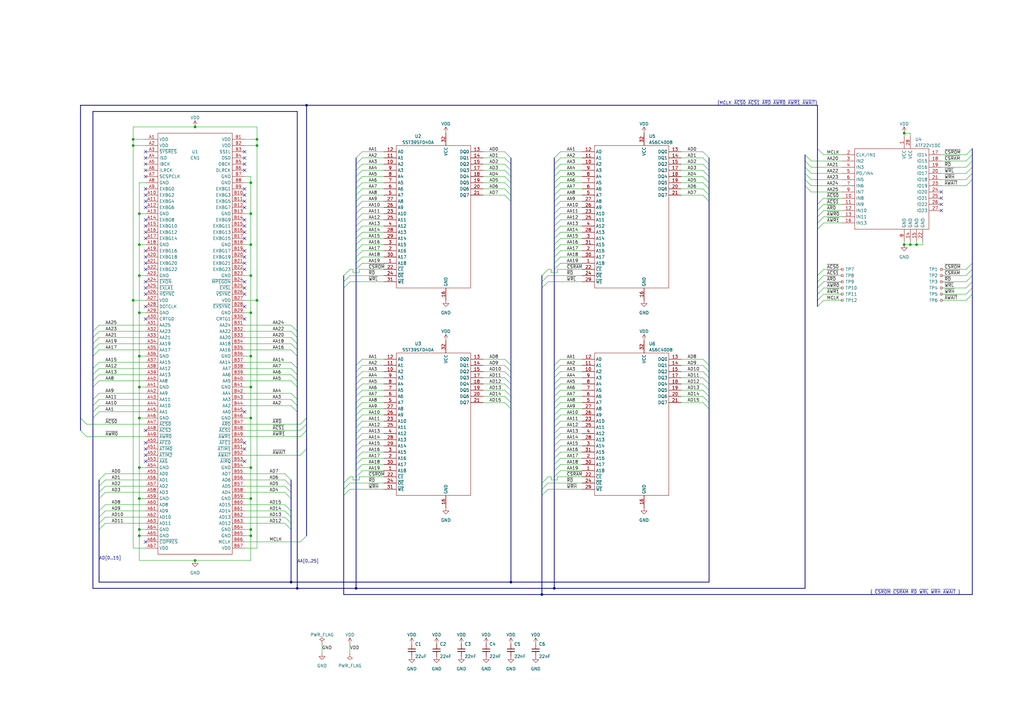
<source format=kicad_sch>
(kicad_sch (version 20230121) (generator eeschema)

  (uuid 55c77c07-0292-4390-926a-d6890498fffb)

  (paper "A3")

  

  (junction (at 57.15 219.71) (diameter 0) (color 0 0 0 0)
    (uuid 0802e2fe-b4ad-461f-aac7-f6ba6fe0bfba)
  )
  (junction (at 102.87 74.93) (diameter 0) (color 0 0 0 0)
    (uuid 1135df09-c853-4547-b114-a4ff181be1be)
  )
  (junction (at 209.55 238.76) (diameter 0) (color 0 0 0 0)
    (uuid 1749c230-5b1e-4bbb-8893-b64d3296022d)
  )
  (junction (at 105.41 59.69) (diameter 0) (color 0 0 0 0)
    (uuid 2836dd80-8501-40f0-92d6-33d07a302444)
  )
  (junction (at 57.15 158.75) (diameter 0) (color 0 0 0 0)
    (uuid 2ac2202e-8619-42c1-aee7-9066d9e9df78)
  )
  (junction (at 57.15 217.17) (diameter 0) (color 0 0 0 0)
    (uuid 2bfc8379-1918-4ba8-8517-1dc95d36db4c)
  )
  (junction (at 222.25 243.84) (diameter 0) (color 0 0 0 0)
    (uuid 2c176b62-b179-4502-8dfd-fbe6dd2ec586)
  )
  (junction (at 57.15 204.47) (diameter 0) (color 0 0 0 0)
    (uuid 2fb8f593-6a11-42f2-8604-df70e5d86e89)
  )
  (junction (at 102.87 158.75) (diameter 0) (color 0 0 0 0)
    (uuid 39dd6021-62b4-44ca-a18e-43e6e5d8a3de)
  )
  (junction (at 57.15 128.27) (diameter 0) (color 0 0 0 0)
    (uuid 42ed8c19-1430-4a53-bca9-23219f03562b)
  )
  (junction (at 105.41 123.19) (diameter 0) (color 0 0 0 0)
    (uuid 497cc4db-1a1b-40ef-9278-32b59bb04530)
  )
  (junction (at 375.92 100.33) (diameter 0) (color 0 0 0 0)
    (uuid 4a2be036-debb-4a3c-92d4-ad087a65c5d1)
  )
  (junction (at 102.87 217.17) (diameter 0) (color 0 0 0 0)
    (uuid 5614a5e8-ce8d-483d-9a53-9b5151813155)
  )
  (junction (at 102.87 113.03) (diameter 0) (color 0 0 0 0)
    (uuid 580c2dc3-d7e5-4022-b706-79409a6f03ac)
  )
  (junction (at 102.87 128.27) (diameter 0) (color 0 0 0 0)
    (uuid 60f5a67b-8374-4b41-a383-7402e34c7325)
  )
  (junction (at 227.33 241.3) (diameter 0) (color 0 0 0 0)
    (uuid 6568c3af-0e80-46ea-b729-d2c626a38459)
  )
  (junction (at 57.15 87.63) (diameter 0) (color 0 0 0 0)
    (uuid 65fd8116-60bc-42a5-bf9b-958d9a2685df)
  )
  (junction (at 370.84 54.61) (diameter 0) (color 0 0 0 0)
    (uuid 6d2fb7b7-3ada-4899-a7a1-de82a8fa05fb)
  )
  (junction (at 57.15 113.03) (diameter 0) (color 0 0 0 0)
    (uuid 6e85c7d5-6990-4420-86e2-c5f0e3f79e76)
  )
  (junction (at 373.38 100.33) (diameter 0) (color 0 0 0 0)
    (uuid 73fb8228-b151-455a-a836-feb113c81045)
  )
  (junction (at 80.01 229.87) (diameter 0) (color 0 0 0 0)
    (uuid 7ec07224-35e3-4b0b-bcce-d07acbb54b53)
  )
  (junction (at 125.73 43.18) (diameter 0) (color 0 0 0 0)
    (uuid 835c5271-4a67-4dc9-8a71-0e9ca4423175)
  )
  (junction (at 102.87 191.77) (diameter 0) (color 0 0 0 0)
    (uuid 83be3cf7-c439-486f-aa47-371a840fcc99)
  )
  (junction (at 119.38 238.76) (diameter 0) (color 0 0 0 0)
    (uuid 8b1a1e2f-6528-43aa-83b2-5f5e30a45ea4)
  )
  (junction (at 102.87 100.33) (diameter 0) (color 0 0 0 0)
    (uuid 8b53910e-b4b7-405a-8fa0-9b237127b53e)
  )
  (junction (at 102.87 219.71) (diameter 0) (color 0 0 0 0)
    (uuid 8dcd6814-6068-464d-b21e-d5b5d998fe68)
  )
  (junction (at 102.87 146.05) (diameter 0) (color 0 0 0 0)
    (uuid 9974819d-de46-417e-beea-eabc1e5e3e48)
  )
  (junction (at 57.15 171.45) (diameter 0) (color 0 0 0 0)
    (uuid a12ca8c8-6f8d-48fd-9467-784fe7f1d178)
  )
  (junction (at 54.61 57.15) (diameter 0) (color 0 0 0 0)
    (uuid b115c400-9e26-45d3-a63b-2cac1a9ee2db)
  )
  (junction (at 57.15 191.77) (diameter 0) (color 0 0 0 0)
    (uuid b7d3fcc1-011a-4e63-90a9-8ea1a75c78bb)
  )
  (junction (at 102.87 87.63) (diameter 0) (color 0 0 0 0)
    (uuid b8ad3e27-1946-4a4b-b06e-35fcb72f2334)
  )
  (junction (at 121.92 241.3) (diameter 0) (color 0 0 0 0)
    (uuid c41da894-a90f-434f-a243-1c4e4d538ba1)
  )
  (junction (at 57.15 146.05) (diameter 0) (color 0 0 0 0)
    (uuid c8936dcc-12af-48af-a862-612a14b1ff39)
  )
  (junction (at 102.87 204.47) (diameter 0) (color 0 0 0 0)
    (uuid ca4fac70-80f1-4210-872c-d2b4c32bfcc2)
  )
  (junction (at 54.61 123.19) (diameter 0) (color 0 0 0 0)
    (uuid cd40ab22-3bda-41d2-9926-dd684478f0c8)
  )
  (junction (at 80.01 52.07) (diameter 0) (color 0 0 0 0)
    (uuid cf025c77-36ab-4305-888d-aaaf684e89d3)
  )
  (junction (at 54.61 59.69) (diameter 0) (color 0 0 0 0)
    (uuid dccdbfa8-3b9e-4bc4-951d-aaf663456b8a)
  )
  (junction (at 105.41 57.15) (diameter 0) (color 0 0 0 0)
    (uuid f18ec25f-f076-4b53-a110-f6c6efd157eb)
  )
  (junction (at 102.87 171.45) (diameter 0) (color 0 0 0 0)
    (uuid f32b951e-1c3e-440f-a5a7-b113184082c9)
  )
  (junction (at 146.05 241.3) (diameter 0) (color 0 0 0 0)
    (uuid f52e7261-b4fb-43d6-a586-a886f5149286)
  )
  (junction (at 57.15 100.33) (diameter 0) (color 0 0 0 0)
    (uuid f7811dd7-dbc8-435a-8682-b7202df94893)
  )
  (junction (at 370.84 100.33) (diameter 0) (color 0 0 0 0)
    (uuid fb4f67d8-8ca8-4bc8-a329-1fb8e1e46fc9)
  )

  (no_connect (at 100.33 107.95) (uuid 07ae263d-7530-4b0b-bef0-fb8858eda497))
  (no_connect (at 59.69 90.17) (uuid 09adda44-251e-4af9-a7a1-949b42f76361))
  (no_connect (at 59.69 95.25) (uuid 0aba61bb-0863-4cf0-b81a-12620ad1d9f6))
  (no_connect (at 59.69 97.79) (uuid 10d87759-fd9f-48cf-a100-a09a0648a9ca))
  (no_connect (at 100.33 102.87) (uuid 173f5b63-74f7-4ce9-8ed8-718a110c5072))
  (no_connect (at 100.33 110.49) (uuid 1a7fde07-5267-4c35-a1c8-21d434e575d3))
  (no_connect (at 386.08 78.74) (uuid 1c5eed3f-8aed-46a5-ad28-91f02641e63f))
  (no_connect (at 100.33 181.61) (uuid 1ef9f831-2c61-40c2-b774-36d6f38d7cc0))
  (no_connect (at 59.69 67.31) (uuid 2ff4d08f-4a70-4f89-9987-ddd2c0526b4f))
  (no_connect (at 59.69 85.09) (uuid 39456487-f1ff-4111-b912-c5b86c398551))
  (no_connect (at 100.33 105.41) (uuid 42e80b76-35ce-4df9-872a-d3af242d54ae))
  (no_connect (at 386.08 81.28) (uuid 49b881d9-8275-465c-9f2a-8162f9d36e7c))
  (no_connect (at 59.69 64.77) (uuid 4c42d5b5-8abc-4676-8cbc-54cb1b3d8ae6))
  (no_connect (at 100.33 90.17) (uuid 4d3a1e82-cd29-4fd7-8615-23a700438cdd))
  (no_connect (at 59.69 107.95) (uuid 4d7c61a4-012f-42ba-b5d0-596bdc9ddb65))
  (no_connect (at 100.33 67.31) (uuid 54b1d5e8-856f-479d-b860-0a72d06c5b83))
  (no_connect (at 100.33 92.71) (uuid 550a6f66-0a90-43db-ac75-2a88eb6abf76))
  (no_connect (at 100.33 115.57) (uuid 5d3b903c-db57-4b80-9920-7e956f460203))
  (no_connect (at 100.33 62.23) (uuid 5fe0fc73-5396-4173-90eb-2c9c3d34d295))
  (no_connect (at 100.33 189.23) (uuid 618c1a52-d8de-4340-bbc6-71d3332754ef))
  (no_connect (at 59.69 130.81) (uuid 64f860f5-6e98-4a68-8745-0de736e3a322))
  (no_connect (at 59.69 222.25) (uuid 6b4b751e-89ee-4270-b46d-76e83cb6ceac))
  (no_connect (at 100.33 168.91) (uuid 6e155266-dae6-49b8-92fd-0a807cede993))
  (no_connect (at 386.08 83.82) (uuid 6fcd2fa6-81cb-43a3-a9cb-0fdfe5a41606))
  (no_connect (at 100.33 118.11) (uuid 73d522ed-c819-4bea-bac6-ccf766b819dc))
  (no_connect (at 100.33 85.09) (uuid 774bb270-8378-4599-b9ef-22bf15e20e90))
  (no_connect (at 59.69 102.87) (uuid 783c8260-1bb9-4860-b9f4-93168fc798bc))
  (no_connect (at 59.69 176.53) (uuid 7bc7d4ea-95a2-40b3-b343-8aea383b3c7a))
  (no_connect (at 59.69 72.39) (uuid 7c926f00-c1cc-487e-9490-36c1e969a431))
  (no_connect (at 59.69 120.65) (uuid 7f5cfd1a-71d1-4ae8-8b00-209f1c52f334))
  (no_connect (at 100.33 97.79) (uuid 83f41315-86be-4fb7-a59c-135113437279))
  (no_connect (at 100.33 82.55) (uuid 8ae4c373-9b11-4e94-ab99-b9843d7a0ee9))
  (no_connect (at 59.69 69.85) (uuid 8fdc830d-5938-4fd1-8683-0ad6cd4ce679))
  (no_connect (at 59.69 80.01) (uuid 9af4347b-3c21-4474-98aa-d511eabe3cb2))
  (no_connect (at 100.33 69.85) (uuid 9dbae44f-ac8e-49ee-8b88-8e4b775d6ee8))
  (no_connect (at 59.69 189.23) (uuid 9f17a685-735b-413f-882e-a49da69c8a33))
  (no_connect (at 100.33 120.65) (uuid 9f6be95c-ebf6-461b-9ab6-77f0cad58c0f))
  (no_connect (at 59.69 77.47) (uuid a3ff7594-2837-4e12-a1b6-a419310404fe))
  (no_connect (at 100.33 80.01) (uuid ab1d7343-2bc1-4873-a55a-844b0e5967b7))
  (no_connect (at 59.69 115.57) (uuid ad494a59-339f-4263-9fab-272df236a7b6))
  (no_connect (at 59.69 181.61) (uuid ae3c2fb3-cb82-4a37-909d-db64424cbabc))
  (no_connect (at 59.69 125.73) (uuid b837fb0a-8239-46b4-9bfd-d1e8c75fd4fd))
  (no_connect (at 100.33 125.73) (uuid bfc120a7-dbc8-4066-9621-80fdd0453907))
  (no_connect (at 59.69 110.49) (uuid c908bf68-6d66-4ed3-85d9-4e7478db95a8))
  (no_connect (at 59.69 105.41) (uuid d3047028-b8d3-4a0c-b124-eff63141f7ba))
  (no_connect (at 386.08 86.36) (uuid d85053a9-c8d6-4ba8-bf97-f46c96ecc12d))
  (no_connect (at 59.69 82.55) (uuid d981783e-5d62-4b36-8181-54462b7c4409))
  (no_connect (at 59.69 118.11) (uuid da015284-d819-4858-940f-ac412c8b800d))
  (no_connect (at 59.69 186.69) (uuid dd102976-5e60-491e-a6ce-e97e1f1c556d))
  (no_connect (at 100.33 77.47) (uuid dfa99930-b844-40b9-9206-6a0f1327eb4f))
  (no_connect (at 100.33 184.15) (uuid dff55ce1-ab28-4045-97c4-6c1f6b08c882))
  (no_connect (at 100.33 95.25) (uuid e028a599-728d-4a53-916f-72150f95a512))
  (no_connect (at 59.69 62.23) (uuid e27f8e85-41e0-4823-a1d3-2c6a16e212ff))
  (no_connect (at 100.33 64.77) (uuid ecaecb39-8bf0-456a-9bed-36416444f518))
  (no_connect (at 59.69 92.71) (uuid eed2e0a3-20d1-4251-8341-2ee0a2ef0534))
  (no_connect (at 59.69 184.15) (uuid f976da36-b45c-4ad7-8aab-cf98f59e2ab9))
  (no_connect (at 100.33 130.81) (uuid fb679285-b8cb-4328-85c8-72b71942ca90))

  (bus_entry (at 119.38 163.83) (size 2.54 2.54)
    (stroke (width 0) (type default))
    (uuid 000b1302-0286-4f3e-8cb0-c95dbbe8e53e)
  )
  (bus_entry (at 222.25 198.12) (size 2.54 -2.54)
    (stroke (width 0) (type default))
    (uuid 0021c7e3-fbd6-4b0d-8320-1700ece01943)
  )
  (bus_entry (at 123.19 222.25) (size 2.54 -2.54)
    (stroke (width 0) (type default))
    (uuid 01e32542-699f-4f3c-a8fb-4a5add1c1684)
  )
  (bus_entry (at 146.05 172.72) (size 2.54 -2.54)
    (stroke (width 0) (type default))
    (uuid 02bf5bae-5d7f-493e-a828-456bfd377925)
  )
  (bus_entry (at 146.05 92.71) (size 2.54 -2.54)
    (stroke (width 0) (type default))
    (uuid 04bef4ca-30ab-4a2b-906c-8fbb3bbdb97f)
  )
  (bus_entry (at 146.05 162.56) (size 2.54 -2.54)
    (stroke (width 0) (type default))
    (uuid 04fbde21-9fec-4e57-92e1-6d7327855ca1)
  )
  (bus_entry (at 116.84 212.09) (size 2.54 2.54)
    (stroke (width 0) (type default))
    (uuid 07879d14-f7fc-4f24-b0af-16f3b8cede21)
  )
  (bus_entry (at 330.2 71.12) (size 2.54 2.54)
    (stroke (width 0) (type default))
    (uuid 07b0eab0-f619-45f0-9da0-449ef1695682)
  )
  (bus_entry (at 119.38 161.29) (size 2.54 2.54)
    (stroke (width 0) (type default))
    (uuid 094401c9-fddc-4ebb-b5c6-95b70231f447)
  )
  (bus_entry (at 146.05 74.93) (size 2.54 -2.54)
    (stroke (width 0) (type default))
    (uuid 0c6a4165-4072-423f-b8a4-1a52bf4bc207)
  )
  (bus_entry (at 227.33 165.1) (size 2.54 -2.54)
    (stroke (width 0) (type default))
    (uuid 0e3bffed-8e18-4b96-904e-9b8639006296)
  )
  (bus_entry (at 123.19 173.99) (size 2.54 -2.54)
    (stroke (width 0) (type default))
    (uuid 101178b8-7374-4249-8606-479bbd6d6246)
  )
  (bus_entry (at 116.84 196.85) (size 2.54 2.54)
    (stroke (width 0) (type default))
    (uuid 10f0204c-e41d-4f81-bda5-52bd12b797ab)
  )
  (bus_entry (at 227.33 102.87) (size 2.54 -2.54)
    (stroke (width 0) (type default))
    (uuid 11141dfa-44a4-4beb-9a1b-e37970aa48bc)
  )
  (bus_entry (at 227.33 185.42) (size 2.54 -2.54)
    (stroke (width 0) (type default))
    (uuid 135724d1-ac87-4bc7-8efb-a08bf3d02170)
  )
  (bus_entry (at 207.01 77.47) (size 2.54 2.54)
    (stroke (width 0) (type default))
    (uuid 14f6c7e5-de3a-4116-a96c-9e16a4853fbb)
  )
  (bus_entry (at 116.84 194.31) (size 2.54 2.54)
    (stroke (width 0) (type default))
    (uuid 18b610fb-927d-418f-bd9f-669683e5f06b)
  )
  (bus_entry (at 119.38 151.13) (size 2.54 2.54)
    (stroke (width 0) (type default))
    (uuid 1919bb09-6a02-4630-854c-1db920702a15)
  )
  (bus_entry (at 227.33 170.18) (size 2.54 -2.54)
    (stroke (width 0) (type default))
    (uuid 192c1b33-59ad-4b24-8d65-10698fda2b41)
  )
  (bus_entry (at 140.97 113.03) (size 2.54 -2.54)
    (stroke (width 0) (type default))
    (uuid 1a21f536-1682-4d82-bb00-bd48943811e1)
  )
  (bus_entry (at 207.01 147.32) (size 2.54 2.54)
    (stroke (width 0) (type default))
    (uuid 1d612a3c-f7a4-4e8f-afeb-9f53dac3d2df)
  )
  (bus_entry (at 227.33 80.01) (size 2.54 -2.54)
    (stroke (width 0) (type default))
    (uuid 1f2a5084-d0d3-4f85-8bab-ce086ad34b1b)
  )
  (bus_entry (at 38.1 166.37) (size 2.54 -2.54)
    (stroke (width 0) (type default))
    (uuid 206ec9c9-e11d-4ff7-87fe-05b6261048d9)
  )
  (bus_entry (at 227.33 154.94) (size 2.54 -2.54)
    (stroke (width 0) (type default))
    (uuid 20b5974b-20e1-41ec-a013-790f1b1698c6)
  )
  (bus_entry (at 40.64 199.39) (size 2.54 -2.54)
    (stroke (width 0) (type default))
    (uuid 225cb3f0-185e-4878-90a8-445c9cc50f91)
  )
  (bus_entry (at 396.24 120.65) (size 2.54 -2.54)
    (stroke (width 0) (type default))
    (uuid 2451a579-be7d-44c9-9c4f-7c74ec2d8636)
  )
  (bus_entry (at 146.05 152.4) (size 2.54 -2.54)
    (stroke (width 0) (type default))
    (uuid 259a2c2f-6872-4e84-8179-810a50c890a7)
  )
  (bus_entry (at 116.84 207.01) (size 2.54 2.54)
    (stroke (width 0) (type default))
    (uuid 26783238-35f1-41ef-bc3a-d9cb5e71a397)
  )
  (bus_entry (at 146.05 157.48) (size 2.54 -2.54)
    (stroke (width 0) (type default))
    (uuid 27b32a19-1a6b-4259-975f-5f89e0f4c406)
  )
  (bus_entry (at 146.05 72.39) (size 2.54 -2.54)
    (stroke (width 0) (type default))
    (uuid 29278a55-79bf-4bd9-9de9-6225f81f5935)
  )
  (bus_entry (at 227.33 195.58) (size 2.54 -2.54)
    (stroke (width 0) (type default))
    (uuid 2ae4b74b-6419-4e47-a5f6-2436783b73ab)
  )
  (bus_entry (at 396.24 76.2) (size 2.54 -2.54)
    (stroke (width 0) (type default))
    (uuid 2bb13ec7-2a31-4917-bfb8-ade365532bc1)
  )
  (bus_entry (at 207.01 157.48) (size 2.54 2.54)
    (stroke (width 0) (type default))
    (uuid 30fc1448-05dc-4130-9e36-24405911a679)
  )
  (bus_entry (at 38.1 163.83) (size 2.54 -2.54)
    (stroke (width 0) (type default))
    (uuid 31a7134e-bd8b-4ebc-a23a-a88edec2e9cf)
  )
  (bus_entry (at 38.1 158.75) (size 2.54 -2.54)
    (stroke (width 0) (type default))
    (uuid 32cafd82-6b4a-4b0a-90e5-9740fa550458)
  )
  (bus_entry (at 222.25 113.03) (size 2.54 -2.54)
    (stroke (width 0) (type default))
    (uuid 32e7b22d-8aed-4113-b84b-38020c78d914)
  )
  (bus_entry (at 123.19 179.07) (size 2.54 -2.54)
    (stroke (width 0) (type default))
    (uuid 347784fc-d8e7-445b-8399-3e062255efd3)
  )
  (bus_entry (at 146.05 69.85) (size 2.54 -2.54)
    (stroke (width 0) (type default))
    (uuid 34c9d334-34fa-4611-934c-eff53ba17cf8)
  )
  (bus_entry (at 146.05 170.18) (size 2.54 -2.54)
    (stroke (width 0) (type default))
    (uuid 373e1adc-fd13-4db1-9b94-71294f504564)
  )
  (bus_entry (at 330.2 68.58) (size 2.54 2.54)
    (stroke (width 0) (type default))
    (uuid 39e84b5c-0423-4a26-b7c8-6b0471fa095a)
  )
  (bus_entry (at 207.01 152.4) (size 2.54 2.54)
    (stroke (width 0) (type default))
    (uuid 3af00ae8-7d76-4bdf-b957-b7611022e0af)
  )
  (bus_entry (at 396.24 115.57) (size 2.54 -2.54)
    (stroke (width 0) (type default))
    (uuid 3f13f44f-218e-4651-9bde-c87251926674)
  )
  (bus_entry (at 146.05 177.8) (size 2.54 -2.54)
    (stroke (width 0) (type default))
    (uuid 405cd493-50d5-44f7-8201-7bbbbc4cd106)
  )
  (bus_entry (at 396.24 73.66) (size 2.54 -2.54)
    (stroke (width 0) (type default))
    (uuid 4368eae7-0edc-4d39-b641-f5b4550eaa10)
  )
  (bus_entry (at 330.2 73.66) (size 2.54 2.54)
    (stroke (width 0) (type default))
    (uuid 43b584f6-81d2-4979-8306-b4143d998230)
  )
  (bus_entry (at 40.64 196.85) (size 2.54 -2.54)
    (stroke (width 0) (type default))
    (uuid 4428485f-9e45-4e44-bac4-d6dc2d7ad8d4)
  )
  (bus_entry (at 288.29 154.94) (size 2.54 2.54)
    (stroke (width 0) (type default))
    (uuid 442b6786-3020-48ef-ba28-0c6f5b508db1)
  )
  (bus_entry (at 119.38 148.59) (size 2.54 2.54)
    (stroke (width 0) (type default))
    (uuid 44ffff8f-fb90-48f3-93de-b705b537f5de)
  )
  (bus_entry (at 146.05 82.55) (size 2.54 -2.54)
    (stroke (width 0) (type default))
    (uuid 4695a508-d58d-4f00-aaf0-ce1116335790)
  )
  (bus_entry (at 38.1 135.89) (size 2.54 -2.54)
    (stroke (width 0) (type default))
    (uuid 48aea0b9-8b0d-47a7-860d-c33b718f8951)
  )
  (bus_entry (at 288.29 149.86) (size 2.54 2.54)
    (stroke (width 0) (type default))
    (uuid 49e859f1-5193-470e-96f4-1517fd0ba34b)
  )
  (bus_entry (at 146.05 175.26) (size 2.54 -2.54)
    (stroke (width 0) (type default))
    (uuid 4e181fda-aec0-49df-bcfd-e2597abc71f8)
  )
  (bus_entry (at 119.38 140.97) (size 2.54 2.54)
    (stroke (width 0) (type default))
    (uuid 4e7c0349-1fb4-47b4-9f86-eae3d95605e2)
  )
  (bus_entry (at 288.29 80.01) (size 2.54 2.54)
    (stroke (width 0) (type default))
    (uuid 4f26c5ee-2aa4-45cc-b73f-eda8299a698f)
  )
  (bus_entry (at 33.02 171.45) (size 2.54 2.54)
    (stroke (width 0) (type default))
    (uuid 507a58b2-7d76-433f-9f57-e379f137fce9)
  )
  (bus_entry (at 146.05 149.86) (size 2.54 -2.54)
    (stroke (width 0) (type default))
    (uuid 52ac7d03-fe4c-4843-a433-2e678e5cff34)
  )
  (bus_entry (at 227.33 182.88) (size 2.54 -2.54)
    (stroke (width 0) (type default))
    (uuid 53173622-2dc5-44a7-b131-682b3dad47ed)
  )
  (bus_entry (at 396.24 110.49) (size 2.54 -2.54)
    (stroke (width 0) (type default))
    (uuid 54774e69-ec71-4090-9597-1d6f695f4a46)
  )
  (bus_entry (at 38.1 156.21) (size 2.54 -2.54)
    (stroke (width 0) (type default))
    (uuid 55dc7ced-2b9d-4f3c-b28a-9cfead7e09a9)
  )
  (bus_entry (at 207.01 165.1) (size 2.54 2.54)
    (stroke (width 0) (type default))
    (uuid 56bd0fb1-15dd-472e-b77f-0d401caf49fa)
  )
  (bus_entry (at 227.33 105.41) (size 2.54 -2.54)
    (stroke (width 0) (type default))
    (uuid 57000fd3-164e-42d8-b428-0bdaaab7d858)
  )
  (bus_entry (at 119.38 166.37) (size 2.54 2.54)
    (stroke (width 0) (type default))
    (uuid 58e9213f-ded0-48fa-8fdc-f4567b2a8d4e)
  )
  (bus_entry (at 207.01 62.23) (size 2.54 2.54)
    (stroke (width 0) (type default))
    (uuid 599cf969-8725-4346-99d3-a0de98d971eb)
  )
  (bus_entry (at 140.97 200.66) (size 2.54 -2.54)
    (stroke (width 0) (type default))
    (uuid 5a59a0ba-8bfb-4868-a3eb-41f98326351a)
  )
  (bus_entry (at 288.29 157.48) (size 2.54 2.54)
    (stroke (width 0) (type default))
    (uuid 5b0e70ff-a33b-420a-9914-943f01c6df11)
  )
  (bus_entry (at 227.33 187.96) (size 2.54 -2.54)
    (stroke (width 0) (type default))
    (uuid 5bf28839-f697-4130-b5f7-3956a31933ae)
  )
  (bus_entry (at 227.33 100.33) (size 2.54 -2.54)
    (stroke (width 0) (type default))
    (uuid 5cfa4d84-8c33-4a08-8af0-0d170a5818ab)
  )
  (bus_entry (at 146.05 110.49) (size 2.54 -2.54)
    (stroke (width 0) (type default))
    (uuid 5e57565b-78c7-4544-943f-0633a557975b)
  )
  (bus_entry (at 146.05 87.63) (size 2.54 -2.54)
    (stroke (width 0) (type default))
    (uuid 5e7d8428-6f0b-4395-980f-296170496636)
  )
  (bus_entry (at 207.01 74.93) (size 2.54 2.54)
    (stroke (width 0) (type default))
    (uuid 5f1fd931-92bb-4a2c-95a2-80925c46a703)
  )
  (bus_entry (at 146.05 154.94) (size 2.54 -2.54)
    (stroke (width 0) (type default))
    (uuid 5fd97c35-fd94-41cb-bb68-8543fd86b7b0)
  )
  (bus_entry (at 123.19 176.53) (size 2.54 -2.54)
    (stroke (width 0) (type default))
    (uuid 66699033-f0be-474f-a3e1-0c7942e9aa40)
  )
  (bus_entry (at 119.38 143.51) (size 2.54 2.54)
    (stroke (width 0) (type default))
    (uuid 69139a43-b685-4762-a713-b206f45cb795)
  )
  (bus_entry (at 207.01 69.85) (size 2.54 2.54)
    (stroke (width 0) (type default))
    (uuid 69534854-ddb2-4ef3-8bf4-6539db4c333b)
  )
  (bus_entry (at 227.33 162.56) (size 2.54 -2.54)
    (stroke (width 0) (type default))
    (uuid 695b65c2-53a0-4ccf-9fce-17bcd5cc5f8a)
  )
  (bus_entry (at 335.28 115.57) (size 2.54 -2.54)
    (stroke (width 0) (type default))
    (uuid 69a99a38-9d32-4b9a-affd-ae14419a85d0)
  )
  (bus_entry (at 116.84 201.93) (size 2.54 2.54)
    (stroke (width 0) (type default))
    (uuid 6c426381-e90d-46c8-870c-166eba11b67e)
  )
  (bus_entry (at 335.28 91.44) (size 2.54 -2.54)
    (stroke (width 0) (type default))
    (uuid 6c673b6a-e8a7-4cde-875e-766cbcfb2abd)
  )
  (bus_entry (at 146.05 64.77) (size 2.54 -2.54)
    (stroke (width 0) (type default))
    (uuid 6e4ca4b9-06ad-4cdd-af5e-02415a12bcc0)
  )
  (bus_entry (at 140.97 115.57) (size 2.54 -2.54)
    (stroke (width 0) (type default))
    (uuid 6ed6ab34-3566-4457-86d0-ce6fb645cfab)
  )
  (bus_entry (at 227.33 72.39) (size 2.54 -2.54)
    (stroke (width 0) (type default))
    (uuid 703854cb-1ca3-4de0-8b84-3608a2a20bee)
  )
  (bus_entry (at 40.64 201.93) (size 2.54 -2.54)
    (stroke (width 0) (type default))
    (uuid 71b49230-edc3-4a87-aba0-4dd68c689fe1)
  )
  (bus_entry (at 227.33 190.5) (size 2.54 -2.54)
    (stroke (width 0) (type default))
    (uuid 7354dd01-af12-4caf-bb12-bceba816689b)
  )
  (bus_entry (at 207.01 67.31) (size 2.54 2.54)
    (stroke (width 0) (type default))
    (uuid 74e0f30c-2db7-47e6-9a3e-56a78a3b8109)
  )
  (bus_entry (at 288.29 72.39) (size 2.54 2.54)
    (stroke (width 0) (type default))
    (uuid 750b54a3-40a6-4430-bc5e-12ced3698ef2)
  )
  (bus_entry (at 335.28 123.19) (size 2.54 -2.54)
    (stroke (width 0) (type default))
    (uuid 76277951-1601-4345-8cca-fc7c202ac3a2)
  )
  (bus_entry (at 288.29 62.23) (size 2.54 2.54)
    (stroke (width 0) (type default))
    (uuid 79556bab-cfc2-42e3-9732-049dc11a19fb)
  )
  (bus_entry (at 146.05 77.47) (size 2.54 -2.54)
    (stroke (width 0) (type default))
    (uuid 7a16e85e-014d-4a44-8b0a-ae6d7b3b8d55)
  )
  (bus_entry (at 116.84 199.39) (size 2.54 2.54)
    (stroke (width 0) (type default))
    (uuid 7ba29fc3-d587-4d3a-ae75-6d2968f039ed)
  )
  (bus_entry (at 288.29 160.02) (size 2.54 2.54)
    (stroke (width 0) (type default))
    (uuid 7c3a3f6d-db63-4576-a137-11060f099bd5)
  )
  (bus_entry (at 227.33 175.26) (size 2.54 -2.54)
    (stroke (width 0) (type default))
    (uuid 7c3bed51-e3d4-4283-8633-dfff1d59c39c)
  )
  (bus_entry (at 227.33 74.93) (size 2.54 -2.54)
    (stroke (width 0) (type default))
    (uuid 7d2f9e38-4d24-41bd-8ba9-5c63683eef2b)
  )
  (bus_entry (at 396.24 68.58) (size 2.54 -2.54)
    (stroke (width 0) (type default))
    (uuid 7dce2dc6-d74d-4b97-921c-1cbe6cb7c49a)
  )
  (bus_entry (at 119.38 153.67) (size 2.54 2.54)
    (stroke (width 0) (type default))
    (uuid 7df215be-a9e3-4db3-bd24-841c6f68ece3)
  )
  (bus_entry (at 146.05 182.88) (size 2.54 -2.54)
    (stroke (width 0) (type default))
    (uuid 7e0bd16b-c0bb-4d18-9204-52e74a19c2d4)
  )
  (bus_entry (at 227.33 177.8) (size 2.54 -2.54)
    (stroke (width 0) (type default))
    (uuid 7fa7454f-c354-4fd6-bfad-b939da70cea2)
  )
  (bus_entry (at 119.38 133.35) (size 2.54 2.54)
    (stroke (width 0) (type default))
    (uuid 809584e7-5b09-43c7-913d-013ecfd6e828)
  )
  (bus_entry (at 335.28 118.11) (size 2.54 -2.54)
    (stroke (width 0) (type default))
    (uuid 83639494-b5db-4cbb-a668-5d8ecd360eb7)
  )
  (bus_entry (at 335.28 125.73) (size 2.54 -2.54)
    (stroke (width 0) (type default))
    (uuid 844f82ae-5dd2-4497-a366-0d64a678d72a)
  )
  (bus_entry (at 146.05 95.25) (size 2.54 -2.54)
    (stroke (width 0) (type default))
    (uuid 846a6938-8370-4902-8024-7c431a128337)
  )
  (bus_entry (at 146.05 80.01) (size 2.54 -2.54)
    (stroke (width 0) (type default))
    (uuid 8538133a-3111-400b-aecf-af0e35fc4d22)
  )
  (bus_entry (at 146.05 97.79) (size 2.54 -2.54)
    (stroke (width 0) (type default))
    (uuid 85c3a6c9-8248-4f1b-8570-e093ccd2140f)
  )
  (bus_entry (at 227.33 87.63) (size 2.54 -2.54)
    (stroke (width 0) (type default))
    (uuid 86dbd099-2465-42f4-a67e-0c490f6186ba)
  )
  (bus_entry (at 227.33 110.49) (size 2.54 -2.54)
    (stroke (width 0) (type default))
    (uuid 88ad3e96-5d72-4cd1-8b3c-796927ef4658)
  )
  (bus_entry (at 222.25 118.11) (size 2.54 -2.54)
    (stroke (width 0) (type default))
    (uuid 88d2b922-c465-4842-846e-5d1ffa7478eb)
  )
  (bus_entry (at 396.24 71.12) (size 2.54 -2.54)
    (stroke (width 0) (type default))
    (uuid 8af4299e-a84d-4367-b122-758f42bc6818)
  )
  (bus_entry (at 146.05 105.41) (size 2.54 -2.54)
    (stroke (width 0) (type default))
    (uuid 8c87e54c-eef3-4165-b5a7-4cbb4268b867)
  )
  (bus_entry (at 227.33 67.31) (size 2.54 -2.54)
    (stroke (width 0) (type default))
    (uuid 8d4f03b4-a97c-4673-a837-25dae7e56869)
  )
  (bus_entry (at 119.38 135.89) (size 2.54 2.54)
    (stroke (width 0) (type default))
    (uuid 8e493be1-68bf-406e-83b7-838e4293fd77)
  )
  (bus_entry (at 335.28 113.03) (size 2.54 -2.54)
    (stroke (width 0) (type default))
    (uuid 8e7fda41-0de7-4dd0-8bf3-654e8d0ffd7a)
  )
  (bus_entry (at 335.28 88.9) (size 2.54 -2.54)
    (stroke (width 0) (type default))
    (uuid 8facbb6e-48c8-4f87-a90e-41cc33f6a9c0)
  )
  (bus_entry (at 116.84 209.55) (size 2.54 2.54)
    (stroke (width 0) (type default))
    (uuid 9016b090-8fc1-4186-afbd-19343655e47b)
  )
  (bus_entry (at 222.25 203.2) (size 2.54 -2.54)
    (stroke (width 0) (type default))
    (uuid 908ea885-1074-4925-ad2c-340fdb18d5b1)
  )
  (bus_entry (at 40.64 217.17) (size 2.54 -2.54)
    (stroke (width 0) (type default))
    (uuid 91d8773c-e6cf-408c-be19-65a89c60a39e)
  )
  (bus_entry (at 207.01 80.01) (size 2.54 2.54)
    (stroke (width 0) (type default))
    (uuid 92353dc0-9ba9-423f-9e1e-986a4d9d3812)
  )
  (bus_entry (at 38.1 151.13) (size 2.54 -2.54)
    (stroke (width 0) (type default))
    (uuid 962affb4-ce80-4f05-b785-7ef8c3717b0e)
  )
  (bus_entry (at 227.33 77.47) (size 2.54 -2.54)
    (stroke (width 0) (type default))
    (uuid 9b2bede7-9906-4264-8fc2-f433d7932ffc)
  )
  (bus_entry (at 288.29 74.93) (size 2.54 2.54)
    (stroke (width 0) (type default))
    (uuid 9b9a36e0-2611-4db7-b010-c3f9e18a9cbd)
  )
  (bus_entry (at 396.24 113.03) (size 2.54 -2.54)
    (stroke (width 0) (type default))
    (uuid 9bff6d89-37de-497a-be13-a85b8c548e1e)
  )
  (bus_entry (at 288.29 147.32) (size 2.54 2.54)
    (stroke (width 0) (type default))
    (uuid 9e732965-094b-4dce-9a5e-0e968625587b)
  )
  (bus_entry (at 140.97 198.12) (size 2.54 -2.54)
    (stroke (width 0) (type default))
    (uuid a322c9c7-236f-47ea-a7bc-dc7a029c3191)
  )
  (bus_entry (at 140.97 118.11) (size 2.54 -2.54)
    (stroke (width 0) (type default))
    (uuid a4632c70-4ad5-45c1-8dea-b79c9a34bb2b)
  )
  (bus_entry (at 146.05 193.04) (size 2.54 -2.54)
    (stroke (width 0) (type default))
    (uuid a62ac32d-2290-493e-8d35-00215f4bb9fa)
  )
  (bus_entry (at 227.33 95.25) (size 2.54 -2.54)
    (stroke (width 0) (type default))
    (uuid a6dee6c5-d5c1-4563-83d4-ca3fb454d56e)
  )
  (bus_entry (at 227.33 97.79) (size 2.54 -2.54)
    (stroke (width 0) (type default))
    (uuid a7780aa1-9dde-437c-b4b8-7e7c97f500f8)
  )
  (bus_entry (at 227.33 172.72) (size 2.54 -2.54)
    (stroke (width 0) (type default))
    (uuid a8c1d0d6-9746-4ac3-8150-eaac241b0390)
  )
  (bus_entry (at 146.05 107.95) (size 2.54 -2.54)
    (stroke (width 0) (type default))
    (uuid a8e6a9c1-bf62-4287-bfd1-8aca6b11191d)
  )
  (bus_entry (at 227.33 157.48) (size 2.54 -2.54)
    (stroke (width 0) (type default))
    (uuid ab0e3732-9368-4ba4-8dce-1da9d4d57964)
  )
  (bus_entry (at 146.05 90.17) (size 2.54 -2.54)
    (stroke (width 0) (type default))
    (uuid acf01ed2-a474-4675-9613-45197f9a1734)
  )
  (bus_entry (at 227.33 152.4) (size 2.54 -2.54)
    (stroke (width 0) (type default))
    (uuid ada35a17-dd88-449c-8061-8d1746fcb15d)
  )
  (bus_entry (at 227.33 90.17) (size 2.54 -2.54)
    (stroke (width 0) (type default))
    (uuid aef0b84c-df66-4628-8ca4-5877fcb3b2ff)
  )
  (bus_entry (at 119.38 138.43) (size 2.54 2.54)
    (stroke (width 0) (type default))
    (uuid af4317e2-a48b-4689-904f-d352543b0e14)
  )
  (bus_entry (at 396.24 66.04) (size 2.54 -2.54)
    (stroke (width 0) (type default))
    (uuid b0c64b3c-bd40-46a2-8b0e-516dd05597e9)
  )
  (bus_entry (at 335.28 93.98) (size 2.54 -2.54)
    (stroke (width 0) (type default))
    (uuid b3e198c0-062c-486b-bc7b-5767841e5c0b)
  )
  (bus_entry (at 207.01 160.02) (size 2.54 2.54)
    (stroke (width 0) (type default))
    (uuid b4036a69-4871-4767-a772-518d8ee9eb87)
  )
  (bus_entry (at 38.1 140.97) (size 2.54 -2.54)
    (stroke (width 0) (type default))
    (uuid b42730d0-4cc7-4053-99e9-8dadea342eac)
  )
  (bus_entry (at 330.2 63.5) (size 2.54 2.54)
    (stroke (width 0) (type default))
    (uuid b5e042a6-fc40-4766-9a19-a6429d60579d)
  )
  (bus_entry (at 227.33 107.95) (size 2.54 -2.54)
    (stroke (width 0) (type default))
    (uuid b67c2417-98c8-4eba-ab74-9a29fe22e32a)
  )
  (bus_entry (at 330.2 76.2) (size 2.54 2.54)
    (stroke (width 0) (type default))
    (uuid b6b2a642-dc97-4ddc-9e31-6ad8f1eee4e3)
  )
  (bus_entry (at 222.25 115.57) (size 2.54 -2.54)
    (stroke (width 0) (type default))
    (uuid bb8860e2-3a37-418d-81dd-a9404f8a9b0e)
  )
  (bus_entry (at 227.33 167.64) (size 2.54 -2.54)
    (stroke (width 0) (type default))
    (uuid bd610acc-40c8-498a-a48a-7f05a57f0dbf)
  )
  (bus_entry (at 335.28 86.36) (size 2.54 -2.54)
    (stroke (width 0) (type default))
    (uuid bdac9eed-1514-4cfb-93d3-03357dd77e22)
  )
  (bus_entry (at 288.29 69.85) (size 2.54 2.54)
    (stroke (width 0) (type default))
    (uuid c1b961f4-490e-4d38-a7c6-e2f5afa24ed4)
  )
  (bus_entry (at 207.01 162.56) (size 2.54 2.54)
    (stroke (width 0) (type default))
    (uuid c2a85a55-07e1-45d0-a706-b416350af044)
  )
  (bus_entry (at 116.84 214.63) (size 2.54 2.54)
    (stroke (width 0) (type default))
    (uuid c4167bb6-2ea1-49f3-8888-ed747df55eb1)
  )
  (bus_entry (at 207.01 149.86) (size 2.54 2.54)
    (stroke (width 0) (type default))
    (uuid c422e46d-d6f7-4e75-bc59-bdceca797895)
  )
  (bus_entry (at 40.64 214.63) (size 2.54 -2.54)
    (stroke (width 0) (type default))
    (uuid c9d71d8b-5687-43b3-9462-f08296fd5424)
  )
  (bus_entry (at 40.64 212.09) (size 2.54 -2.54)
    (stroke (width 0) (type default))
    (uuid ca1d7f5b-2ca6-4361-9d57-c860d909b972)
  )
  (bus_entry (at 146.05 165.1) (size 2.54 -2.54)
    (stroke (width 0) (type default))
    (uuid cdcb611c-5d33-47a1-8556-97339c17fba3)
  )
  (bus_entry (at 146.05 195.58) (size 2.54 -2.54)
    (stroke (width 0) (type default))
    (uuid d2ac5852-a139-4e0a-a994-5fd440502040)
  )
  (bus_entry (at 396.24 123.19) (size 2.54 -2.54)
    (stroke (width 0) (type default))
    (uuid d3787b25-bf60-4b60-9cde-cf0b2116e47c)
  )
  (bus_entry (at 330.2 66.04) (size 2.54 2.54)
    (stroke (width 0) (type default))
    (uuid d43fa41c-eb7d-4a6f-9ef6-be4d7bf304b2)
  )
  (bus_entry (at 146.05 167.64) (size 2.54 -2.54)
    (stroke (width 0) (type default))
    (uuid d53aacc5-e72b-4b9c-85eb-1da2f561552b)
  )
  (bus_entry (at 396.24 63.5) (size 2.54 -2.54)
    (stroke (width 0) (type default))
    (uuid d56723d4-c578-451f-ad3a-3c6a044c2b27)
  )
  (bus_entry (at 207.01 154.94) (size 2.54 2.54)
    (stroke (width 0) (type default))
    (uuid d617fbee-623e-4ddd-a904-54932a104910)
  )
  (bus_entry (at 146.05 67.31) (size 2.54 -2.54)
    (stroke (width 0) (type default))
    (uuid d79873d2-0598-4fa9-8120-a25b7af54558)
  )
  (bus_entry (at 396.24 118.11) (size 2.54 -2.54)
    (stroke (width 0) (type default))
    (uuid dabc60c6-ad7f-49d5-950d-a430bcf066a5)
  )
  (bus_entry (at 288.29 165.1) (size 2.54 2.54)
    (stroke (width 0) (type default))
    (uuid db91d87c-a229-4023-8cad-60f4a37ca031)
  )
  (bus_entry (at 288.29 67.31) (size 2.54 2.54)
    (stroke (width 0) (type default))
    (uuid dbd5f51d-65a8-48d1-98af-e03aafecc998)
  )
  (bus_entry (at 146.05 102.87) (size 2.54 -2.54)
    (stroke (width 0) (type default))
    (uuid dc459005-4841-450f-9a98-286e3eefdd90)
  )
  (bus_entry (at 227.33 85.09) (size 2.54 -2.54)
    (stroke (width 0) (type default))
    (uuid dcb31c2e-04a3-43b8-a5f0-0819a185f74a)
  )
  (bus_entry (at 288.29 162.56) (size 2.54 2.54)
    (stroke (width 0) (type default))
    (uuid de65db03-133f-4659-9e9a-b1d57bb9e4d2)
  )
  (bus_entry (at 140.97 203.2) (size 2.54 -2.54)
    (stroke (width 0) (type default))
    (uuid df0ce692-77c9-4241-8046-76e1bcfc8216)
  )
  (bus_entry (at 146.05 185.42) (size 2.54 -2.54)
    (stroke (width 0) (type default))
    (uuid dfa3962b-d13b-424a-9f30-5dd4ff960710)
  )
  (bus_entry (at 288.29 77.47) (size 2.54 2.54)
    (stroke (width 0) (type default))
    (uuid dfccea13-a5a3-4488-a30d-6b92e8c15e82)
  )
  (bus_entry (at 227.33 180.34) (size 2.54 -2.54)
    (stroke (width 0) (type default))
    (uuid e08354f5-a428-42c9-a0ac-7f1eec17bfee)
  )
  (bus_entry (at 38.1 146.05) (size 2.54 -2.54)
    (stroke (width 0) (type default))
    (uuid e10773d0-4de3-4418-915a-6dc762045633)
  )
  (bus_entry (at 146.05 187.96) (size 2.54 -2.54)
    (stroke (width 0) (type default))
    (uuid e262475f-db8f-4266-a3ed-2967970dbe60)
  )
  (bus_entry (at 335.28 83.82) (size 2.54 -2.54)
    (stroke (width 0) (type default))
    (uuid e29509fe-8df7-4bee-98cb-08463c8ddf26)
  )
  (bus_entry (at 288.29 152.4) (size 2.54 2.54)
    (stroke (width 0) (type default))
    (uuid e311b6f2-8b93-4d89-915f-ffd3836d0c57)
  )
  (bus_entry (at 207.01 72.39) (size 2.54 2.54)
    (stroke (width 0) (type default))
    (uuid e37617b4-4e3e-4709-82d5-8d8fd33c3111)
  )
  (bus_entry (at 146.05 190.5) (size 2.54 -2.54)
    (stroke (width 0) (type default))
    (uuid e4058948-4e5f-4038-9b05-16e935dec294)
  )
  (bus_entry (at 227.33 69.85) (size 2.54 -2.54)
    (stroke (width 0) (type default))
    (uuid e493bb17-e10b-4e12-ad36-13ee392f6f86)
  )
  (bus_entry (at 38.1 143.51) (size 2.54 -2.54)
    (stroke (width 0) (type default))
    (uuid e4aa4811-7f63-4c10-a7b5-374d2e8bd70d)
  )
  (bus_entry (at 38.1 171.45) (size 2.54 -2.54)
    (stroke (width 0) (type default))
    (uuid e53c550a-3fc7-40a3-b0bb-de1c9328515b)
  )
  (bus_entry (at 335.28 120.65) (size 2.54 -2.54)
    (stroke (width 0) (type default))
    (uuid e817a131-c396-446d-b8a5-deadf709745c)
  )
  (bus_entry (at 227.33 160.02) (size 2.54 -2.54)
    (stroke (width 0) (type default))
    (uuid e85964d1-fa4f-4a4a-933e-f4b9a03238d9)
  )
  (bus_entry (at 288.29 64.77) (size 2.54 2.54)
    (stroke (width 0) (type default))
    (uuid ead536ac-0615-4248-92fb-bc0ef281734c)
  )
  (bus_entry (at 40.64 204.47) (size 2.54 -2.54)
    (stroke (width 0) (type default))
    (uuid ed620767-4545-48ea-85ad-dbb866b657a9)
  )
  (bus_entry (at 146.05 100.33) (size 2.54 -2.54)
    (stroke (width 0) (type default))
    (uuid eeb2968d-d0b3-4683-86c1-43f1526db950)
  )
  (bus_entry (at 207.01 64.77) (size 2.54 2.54)
    (stroke (width 0) (type default))
    (uuid ef033d96-67d3-48c8-9fc5-9bdf6699de60)
  )
  (bus_entry (at 227.33 193.04) (size 2.54 -2.54)
    (stroke (width 0) (type default))
    (uuid f20306ee-6ffb-40dc-a1c9-a7c02023db33)
  )
  (bus_entry (at 227.33 82.55) (size 2.54 -2.54)
    (stroke (width 0) (type default))
    (uuid f233bac8-6d07-4923-a581-dafb8ea7b526)
  )
  (bus_entry (at 227.33 64.77) (size 2.54 -2.54)
    (stroke (width 0) (type default))
    (uuid f3acd3b7-50d3-4a7d-8b28-caef22fc8db2)
  )
  (bus_entry (at 123.19 186.69) (size 2.54 -2.54)
    (stroke (width 0) (type default))
    (uuid f3eb4d7f-d984-46a8-80ef-6d6a5a653da5)
  )
  (bus_entry (at 146.05 180.34) (size 2.54 -2.54)
    (stroke (width 0) (type default))
    (uuid f5420cc2-5c0a-47eb-885b-633dac37633e)
  )
  (bus_entry (at 222.25 200.66) (size 2.54 -2.54)
    (stroke (width 0) (type default))
    (uuid f5b25372-b194-4f69-941d-58e7d21931f2)
  )
  (bus_entry (at 38.1 168.91) (size 2.54 -2.54)
    (stroke (width 0) (type default))
    (uuid f5de6cc9-80c7-457c-8719-94c1369c3224)
  )
  (bus_entry (at 146.05 85.09) (size 2.54 -2.54)
    (stroke (width 0) (type default))
    (uuid f78d0eb6-e52e-491f-ba54-b751358bbf49)
  )
  (bus_entry (at 38.1 153.67) (size 2.54 -2.54)
    (stroke (width 0) (type default))
    (uuid f800c07f-7747-4eb0-b7fb-072642c76bb5)
  )
  (bus_entry (at 33.02 176.53) (size 2.54 2.54)
    (stroke (width 0) (type default))
    (uuid f845e482-6106-48d3-bd82-d767f0b8c6d2)
  )
  (bus_entry (at 335.28 60.96) (size 2.54 2.54)
    (stroke (width 0) (type default))
    (uuid fa79b71f-1800-40cf-b83c-6af6a6061256)
  )
  (bus_entry (at 119.38 156.21) (size 2.54 2.54)
    (stroke (width 0) (type default))
    (uuid fae7b277-0f22-4dfe-be4e-54d368200c71)
  )
  (bus_entry (at 227.33 92.71) (size 2.54 -2.54)
    (stroke (width 0) (type default))
    (uuid fb7b2f0b-66c7-4d02-9674-a97b56feb65b)
  )
  (bus_entry (at 227.33 149.86) (size 2.54 -2.54)
    (stroke (width 0) (type default))
    (uuid fba7b2fe-35b7-4adc-9e7a-9a83c3a2af60)
  )
  (bus_entry (at 38.1 138.43) (size 2.54 -2.54)
    (stroke (width 0) (type default))
    (uuid fd3079d3-db96-4745-ac3c-5f1fdfed82b5)
  )
  (bus_entry (at 146.05 160.02) (size 2.54 -2.54)
    (stroke (width 0) (type default))
    (uuid fd3f1a43-63b7-4211-9dd9-c33f59243d62)
  )
  (bus_entry (at 40.64 209.55) (size 2.54 -2.54)
    (stroke (width 0) (type default))
    (uuid ff03c56a-664f-4cd4-a01d-cd7d12d6bbdb)
  )

  (bus (pts (xy 209.55 154.94) (xy 209.55 157.48))
    (stroke (width 0) (type default))
    (uuid 00479969-c8c7-409c-a780-b4261337c58a)
  )

  (wire (pts (xy 100.33 59.69) (xy 105.41 59.69))
    (stroke (width 0) (type default))
    (uuid 0061ed08-bd5b-48b0-89fd-9b901974b652)
  )
  (wire (pts (xy 100.33 179.07) (xy 123.19 179.07))
    (stroke (width 0) (type default))
    (uuid 015f2713-9df8-4611-910b-72e56ffc832c)
  )
  (wire (pts (xy 40.64 153.67) (xy 59.69 153.67))
    (stroke (width 0) (type default))
    (uuid 01aacafe-0463-41d0-a594-372e5f8ae6ff)
  )
  (wire (pts (xy 226.06 195.58) (xy 226.06 196.85))
    (stroke (width 0) (type default))
    (uuid 0211a01c-4386-4bc0-b129-ffda9b330274)
  )
  (wire (pts (xy 148.59 152.4) (xy 157.48 152.4))
    (stroke (width 0) (type default))
    (uuid 021c6b21-9189-41d3-909e-22e42ebbde8e)
  )
  (bus (pts (xy 227.33 162.56) (xy 227.33 165.1))
    (stroke (width 0) (type default))
    (uuid 028af425-4a45-4d5e-b8ac-72e5cbffd164)
  )
  (bus (pts (xy 38.1 158.75) (xy 38.1 163.83))
    (stroke (width 0) (type default))
    (uuid 02959dd9-d97c-477a-8e86-c1f78cce59e3)
  )
  (bus (pts (xy 38.1 153.67) (xy 38.1 156.21))
    (stroke (width 0) (type default))
    (uuid 030b4c08-9b61-4c71-a03b-2ea377093c12)
  )

  (wire (pts (xy 198.12 147.32) (xy 207.01 147.32))
    (stroke (width 0) (type default))
    (uuid 03130191-0bcc-49ea-9ee6-b8a3d070d55d)
  )
  (bus (pts (xy 146.05 69.85) (xy 146.05 72.39))
    (stroke (width 0) (type default))
    (uuid 059dee08-1eb2-480b-80b3-7554aec58f44)
  )
  (bus (pts (xy 146.05 160.02) (xy 146.05 162.56))
    (stroke (width 0) (type default))
    (uuid 05f1b22a-47bd-4893-b3ef-3aa9467d082b)
  )
  (bus (pts (xy 335.28 118.11) (xy 335.28 120.65))
    (stroke (width 0) (type default))
    (uuid 06e07347-7866-4e87-94f8-b414c76f3fca)
  )

  (wire (pts (xy 100.33 173.99) (xy 123.19 173.99))
    (stroke (width 0) (type default))
    (uuid 07dc548f-2759-449b-8f13-2dd48e7fdb1e)
  )
  (wire (pts (xy 100.33 156.21) (xy 119.38 156.21))
    (stroke (width 0) (type default))
    (uuid 07f81212-6ca1-479e-abf0-feb0ce80f8e1)
  )
  (bus (pts (xy 209.55 160.02) (xy 209.55 162.56))
    (stroke (width 0) (type default))
    (uuid 086ffdb7-e6bc-4617-9e81-fe8b0148dfaf)
  )
  (bus (pts (xy 209.55 162.56) (xy 209.55 165.1))
    (stroke (width 0) (type default))
    (uuid 08f6ca7e-8ba5-46ce-931c-5d06aa6b7243)
  )

  (wire (pts (xy 102.87 87.63) (xy 102.87 100.33))
    (stroke (width 0) (type default))
    (uuid 09074d3c-3880-4cad-b798-f07e92ca2c33)
  )
  (wire (pts (xy 148.59 67.31) (xy 157.48 67.31))
    (stroke (width 0) (type default))
    (uuid 0a95ea14-0fee-43b3-af5d-84f6773325d3)
  )
  (bus (pts (xy 140.97 198.12) (xy 140.97 200.66))
    (stroke (width 0) (type default))
    (uuid 0b0d411d-a123-4142-b335-a6891c4c858f)
  )

  (wire (pts (xy 57.15 219.71) (xy 57.15 217.17))
    (stroke (width 0) (type default))
    (uuid 0b5892de-c92e-4c70-8053-0d8130535526)
  )
  (wire (pts (xy 148.59 74.93) (xy 157.48 74.93))
    (stroke (width 0) (type default))
    (uuid 0b9cd9d4-66a7-4a09-8ffd-55f4d3c4188f)
  )
  (wire (pts (xy 238.76 195.58) (xy 228.6 195.58))
    (stroke (width 0) (type default))
    (uuid 0c590266-c94e-4b93-a96b-53fa4866ec2d)
  )
  (wire (pts (xy 43.18 209.55) (xy 59.69 209.55))
    (stroke (width 0) (type default))
    (uuid 0c650228-0860-460b-965f-72a185332711)
  )
  (wire (pts (xy 229.87 62.23) (xy 238.76 62.23))
    (stroke (width 0) (type default))
    (uuid 0c951657-66a0-4dd1-b271-f8c42de2b29f)
  )
  (wire (pts (xy 198.12 162.56) (xy 207.01 162.56))
    (stroke (width 0) (type default))
    (uuid 0d0776f4-e36e-4ff8-887c-8c81de5b4b21)
  )
  (bus (pts (xy 146.05 97.79) (xy 146.05 100.33))
    (stroke (width 0) (type default))
    (uuid 0d0cc29e-fb1b-4c1c-b1bd-b0b1b13b9a9b)
  )
  (bus (pts (xy 227.33 90.17) (xy 227.33 92.71))
    (stroke (width 0) (type default))
    (uuid 0d1c8afc-b177-48e8-b74b-066638e18c6d)
  )

  (wire (pts (xy 229.87 180.34) (xy 238.76 180.34))
    (stroke (width 0) (type default))
    (uuid 0d73ec8e-db49-477f-826c-67ae3029c414)
  )
  (wire (pts (xy 40.64 140.97) (xy 59.69 140.97))
    (stroke (width 0) (type default))
    (uuid 0d843f95-86ce-4e02-974c-d5fdc43b92fc)
  )
  (bus (pts (xy 146.05 152.4) (xy 146.05 154.94))
    (stroke (width 0) (type default))
    (uuid 0dda86a4-22e5-4c1c-af10-61a7c8f426c8)
  )
  (bus (pts (xy 121.92 168.91) (xy 121.92 241.3))
    (stroke (width 0) (type default))
    (uuid 0e26bbb4-a4ed-4426-852d-8e67bb3b7b0d)
  )
  (bus (pts (xy 290.83 160.02) (xy 290.83 162.56))
    (stroke (width 0) (type default))
    (uuid 0fe71d87-c966-4803-a745-1b6c83dbd33d)
  )
  (bus (pts (xy 146.05 177.8) (xy 146.05 180.34))
    (stroke (width 0) (type default))
    (uuid 10225c39-d97e-4155-a262-d6ee67c841b9)
  )
  (bus (pts (xy 146.05 64.77) (xy 146.05 67.31))
    (stroke (width 0) (type default))
    (uuid 115b6c45-7c10-40ad-a32e-7deb281750a1)
  )

  (wire (pts (xy 57.15 74.93) (xy 59.69 74.93))
    (stroke (width 0) (type default))
    (uuid 11fef080-996a-4e75-953b-6cc3fa043d1d)
  )
  (wire (pts (xy 198.12 64.77) (xy 207.01 64.77))
    (stroke (width 0) (type default))
    (uuid 123279c5-998b-4008-a93d-30fd359de31a)
  )
  (bus (pts (xy 121.92 135.89) (xy 121.92 138.43))
    (stroke (width 0) (type default))
    (uuid 12ebcf53-d24a-4ce3-9df3-22261ea0fd7a)
  )

  (wire (pts (xy 229.87 149.86) (xy 238.76 149.86))
    (stroke (width 0) (type default))
    (uuid 139dd244-e5a9-4d07-b216-8bc9611d4c66)
  )
  (wire (pts (xy 57.15 146.05) (xy 57.15 158.75))
    (stroke (width 0) (type default))
    (uuid 13ee2936-2826-4aec-83ce-055f9b2e1e33)
  )
  (bus (pts (xy 398.78 107.95) (xy 398.78 110.49))
    (stroke (width 0) (type default))
    (uuid 143185a9-8228-4f38-86b6-79316e992c6b)
  )

  (wire (pts (xy 229.87 185.42) (xy 238.76 185.42))
    (stroke (width 0) (type default))
    (uuid 1444ab2f-d16e-47f2-83a4-2cf14e283503)
  )
  (bus (pts (xy 146.05 162.56) (xy 146.05 165.1))
    (stroke (width 0) (type default))
    (uuid 14e217f1-8c91-4f92-a4d6-f976025a5d57)
  )

  (wire (pts (xy 100.33 161.29) (xy 119.38 161.29))
    (stroke (width 0) (type default))
    (uuid 167c6524-c16f-4d73-a3a8-d35f5ff2d4a3)
  )
  (wire (pts (xy 229.87 147.32) (xy 238.76 147.32))
    (stroke (width 0) (type default))
    (uuid 16cc834c-bc89-4fd7-94b7-2a822e0f1311)
  )
  (wire (pts (xy 148.59 177.8) (xy 157.48 177.8))
    (stroke (width 0) (type default))
    (uuid 1802e0fa-c92a-4bba-9981-56d372749c71)
  )
  (wire (pts (xy 143.51 264.16) (xy 143.51 267.97))
    (stroke (width 0) (type default))
    (uuid 182c6aad-4d11-41d6-aeb2-6c41ceaa6642)
  )
  (bus (pts (xy 290.83 82.55) (xy 290.83 149.86))
    (stroke (width 0) (type default))
    (uuid 182e0ab9-d022-4eaf-bee0-2496d48fbc97)
  )

  (wire (pts (xy 228.6 111.76) (xy 228.6 110.49))
    (stroke (width 0) (type default))
    (uuid 183b6933-e5e5-4e81-a813-67219e8c9ba1)
  )
  (bus (pts (xy 227.33 185.42) (xy 227.33 187.96))
    (stroke (width 0) (type default))
    (uuid 19136576-adea-46cc-8e9c-0e35d86734b1)
  )
  (bus (pts (xy 40.64 212.09) (xy 40.64 214.63))
    (stroke (width 0) (type default))
    (uuid 1926b762-98cb-4301-a3df-18baada77a74)
  )

  (wire (pts (xy 40.64 148.59) (xy 59.69 148.59))
    (stroke (width 0) (type default))
    (uuid 19ca0d35-7085-44c2-b1b7-d48b7e135e0c)
  )
  (bus (pts (xy 209.55 167.64) (xy 209.55 238.76))
    (stroke (width 0) (type default))
    (uuid 1a2d1f11-1792-4e6c-bf34-c733123c4923)
  )

  (wire (pts (xy 100.33 204.47) (xy 102.87 204.47))
    (stroke (width 0) (type default))
    (uuid 1b91341b-4de2-4281-b2de-a546c8cff4cb)
  )
  (wire (pts (xy 386.08 71.12) (xy 396.24 71.12))
    (stroke (width 0) (type default))
    (uuid 1bad2e06-5fe6-4ecd-a318-037577f784ae)
  )
  (bus (pts (xy 119.38 204.47) (xy 119.38 201.93))
    (stroke (width 0) (type default))
    (uuid 1c0b9976-87bc-40b8-8864-e42202821334)
  )

  (wire (pts (xy 224.79 195.58) (xy 226.06 195.58))
    (stroke (width 0) (type default))
    (uuid 1c19d8fd-c6ed-4745-829c-fdcd31c21043)
  )
  (wire (pts (xy 373.38 99.06) (xy 373.38 100.33))
    (stroke (width 0) (type default))
    (uuid 1c43b521-e680-4d6e-8de5-3e9fc5b111bf)
  )
  (bus (pts (xy 146.05 85.09) (xy 146.05 87.63))
    (stroke (width 0) (type default))
    (uuid 1d6fd716-9a0e-475b-becb-f1159232a80e)
  )

  (wire (pts (xy 43.18 214.63) (xy 59.69 214.63))
    (stroke (width 0) (type default))
    (uuid 1df59fba-f711-499e-92aa-9839b72a3d85)
  )
  (bus (pts (xy 121.92 158.75) (xy 121.92 163.83))
    (stroke (width 0) (type default))
    (uuid 1e5147f0-81d1-425f-b4ae-ba64414d7e03)
  )

  (wire (pts (xy 54.61 57.15) (xy 54.61 52.07))
    (stroke (width 0) (type default))
    (uuid 1e9c3304-faa6-489a-b3bc-381c8a66616f)
  )
  (bus (pts (xy 330.2 241.3) (xy 227.33 241.3))
    (stroke (width 0) (type default))
    (uuid 1f1ad137-7013-4a27-b330-ce663f482656)
  )

  (wire (pts (xy 102.87 219.71) (xy 100.33 219.71))
    (stroke (width 0) (type default))
    (uuid 1fb07cc3-0f18-4d5a-a89e-a3d6c71313bd)
  )
  (wire (pts (xy 229.87 97.79) (xy 238.76 97.79))
    (stroke (width 0) (type default))
    (uuid 20d68bac-cf63-485a-871c-7ab3ec58d971)
  )
  (bus (pts (xy 335.28 123.19) (xy 335.28 125.73))
    (stroke (width 0) (type default))
    (uuid 210bf1f4-aab8-4669-b346-d8385d51482e)
  )

  (wire (pts (xy 332.74 68.58) (xy 345.44 68.58))
    (stroke (width 0) (type default))
    (uuid 21187379-0857-4171-8e67-1e36ce378c19)
  )
  (wire (pts (xy 100.33 196.85) (xy 116.84 196.85))
    (stroke (width 0) (type default))
    (uuid 2233c9ae-2502-4944-8bd0-abc62ff84714)
  )
  (wire (pts (xy 148.59 147.32) (xy 157.48 147.32))
    (stroke (width 0) (type default))
    (uuid 22887c5a-4633-4cbf-aee1-ce23a5c21a79)
  )
  (wire (pts (xy 148.59 72.39) (xy 157.48 72.39))
    (stroke (width 0) (type default))
    (uuid 22a3f0dc-6cb3-4024-88d4-0eb279cce31b)
  )
  (bus (pts (xy 121.92 163.83) (xy 121.92 166.37))
    (stroke (width 0) (type default))
    (uuid 22b545c1-998c-415d-8ac7-c28f0b4daefd)
  )
  (bus (pts (xy 146.05 165.1) (xy 146.05 167.64))
    (stroke (width 0) (type default))
    (uuid 2385df40-8f58-436e-a146-68dbee4fff97)
  )
  (bus (pts (xy 290.83 162.56) (xy 290.83 165.1))
    (stroke (width 0) (type default))
    (uuid 23e0dbdf-2996-444e-8711-b88f5054bc83)
  )
  (bus (pts (xy 125.73 43.18) (xy 335.28 43.18))
    (stroke (width 0) (type default))
    (uuid 24659d1e-b3fb-49bd-8206-e73ea03bbb09)
  )

  (wire (pts (xy 279.4 64.77) (xy 288.29 64.77))
    (stroke (width 0) (type default))
    (uuid 24fdaabe-0df0-4f0f-878e-e2b8ed1bd5f3)
  )
  (wire (pts (xy 373.38 55.88) (xy 373.38 54.61))
    (stroke (width 0) (type default))
    (uuid 25ce78b0-6faf-47ca-8bca-e6f8b60f3083)
  )
  (bus (pts (xy 140.97 200.66) (xy 140.97 203.2))
    (stroke (width 0) (type default))
    (uuid 25d86446-cc53-42e7-9477-0846fb6b9373)
  )
  (bus (pts (xy 398.78 115.57) (xy 398.78 118.11))
    (stroke (width 0) (type default))
    (uuid 25eef1c0-4aa6-48ba-9425-57678a742fd3)
  )

  (wire (pts (xy 279.4 69.85) (xy 288.29 69.85))
    (stroke (width 0) (type default))
    (uuid 25f18689-24ad-4959-accc-d7f833819020)
  )
  (wire (pts (xy 144.78 195.58) (xy 144.78 196.85))
    (stroke (width 0) (type default))
    (uuid 25fa5d5e-7e59-441a-9c77-fa7e7c1fcb99)
  )
  (wire (pts (xy 229.87 85.09) (xy 238.76 85.09))
    (stroke (width 0) (type default))
    (uuid 26d6912e-675c-40f9-8ec5-38e54a016e63)
  )
  (wire (pts (xy 40.64 138.43) (xy 59.69 138.43))
    (stroke (width 0) (type default))
    (uuid 2813f748-37b7-4de9-a7ca-e52108874329)
  )
  (wire (pts (xy 100.33 207.01) (xy 116.84 207.01))
    (stroke (width 0) (type default))
    (uuid 285a9bd2-dc8d-4b27-a303-6cc1e6e00bf9)
  )
  (bus (pts (xy 398.78 66.04) (xy 398.78 68.58))
    (stroke (width 0) (type default))
    (uuid 2885a029-8092-4b3d-ad7c-fc0def920f30)
  )
  (bus (pts (xy 146.05 107.95) (xy 146.05 110.49))
    (stroke (width 0) (type default))
    (uuid 2886242a-9e8b-412a-aca7-a366fa220df0)
  )

  (wire (pts (xy 148.59 100.33) (xy 157.48 100.33))
    (stroke (width 0) (type default))
    (uuid 28bca921-f5fd-45ce-b059-9f7cdc9822f8)
  )
  (bus (pts (xy 330.2 68.58) (xy 330.2 71.12))
    (stroke (width 0) (type default))
    (uuid 28be6a4c-8f18-434d-a853-c7f983de6bd0)
  )

  (wire (pts (xy 198.12 74.93) (xy 207.01 74.93))
    (stroke (width 0) (type default))
    (uuid 290c11d9-53f7-49b2-99c3-19e964b96f2b)
  )
  (wire (pts (xy 229.87 193.04) (xy 238.76 193.04))
    (stroke (width 0) (type default))
    (uuid 29188bce-e28c-4045-9864-0b04621ae860)
  )
  (wire (pts (xy 40.64 156.21) (xy 59.69 156.21))
    (stroke (width 0) (type default))
    (uuid 297d27fd-8811-41ff-b530-732605621fe0)
  )
  (wire (pts (xy 332.74 66.04) (xy 345.44 66.04))
    (stroke (width 0) (type default))
    (uuid 29cc522f-676e-4e35-98a2-682c967d9bb1)
  )
  (wire (pts (xy 386.08 73.66) (xy 396.24 73.66))
    (stroke (width 0) (type default))
    (uuid 2a1b1a7d-53e1-40cb-9195-274787d2f176)
  )
  (bus (pts (xy 121.92 138.43) (xy 121.92 140.97))
    (stroke (width 0) (type default))
    (uuid 2c5f4ed3-ae5f-4d8f-b32c-2d1195e88ee2)
  )

  (wire (pts (xy 229.87 87.63) (xy 238.76 87.63))
    (stroke (width 0) (type default))
    (uuid 2cb35517-0ac7-443d-9f6d-4f3489370f22)
  )
  (bus (pts (xy 227.33 87.63) (xy 227.33 90.17))
    (stroke (width 0) (type default))
    (uuid 2d099f51-5ad7-4998-9cc3-2726e48dd796)
  )
  (bus (pts (xy 146.05 195.58) (xy 146.05 241.3))
    (stroke (width 0) (type default))
    (uuid 2d502854-49f9-4cdb-b9a2-c6e040f4445d)
  )

  (wire (pts (xy 279.4 74.93) (xy 288.29 74.93))
    (stroke (width 0) (type default))
    (uuid 2d7f0325-834d-4335-b933-e43e1c86b162)
  )
  (wire (pts (xy 148.59 193.04) (xy 157.48 193.04))
    (stroke (width 0) (type default))
    (uuid 2dc2c48e-ead5-4b75-b144-5fb31c9966ef)
  )
  (wire (pts (xy 102.87 74.93) (xy 102.87 87.63))
    (stroke (width 0) (type default))
    (uuid 2e04dc6b-b804-4bba-87b6-f7c39e138109)
  )
  (wire (pts (xy 100.33 176.53) (xy 123.19 176.53))
    (stroke (width 0) (type default))
    (uuid 2e053bc3-cdc3-4289-a33f-4ce0690c1fab)
  )
  (bus (pts (xy 38.1 140.97) (xy 38.1 143.51))
    (stroke (width 0) (type default))
    (uuid 2e219076-b0e9-4c58-8d78-e3fdb08e4433)
  )

  (wire (pts (xy 373.38 100.33) (xy 375.92 100.33))
    (stroke (width 0) (type default))
    (uuid 2e51260b-0401-4031-a42b-f3f21113ada2)
  )
  (wire (pts (xy 148.59 82.55) (xy 157.48 82.55))
    (stroke (width 0) (type default))
    (uuid 2ff442d6-6389-4d50-9108-31368d11617f)
  )
  (wire (pts (xy 102.87 128.27) (xy 102.87 146.05))
    (stroke (width 0) (type default))
    (uuid 30658568-0410-4585-beea-c16053e15327)
  )
  (wire (pts (xy 57.15 128.27) (xy 57.15 146.05))
    (stroke (width 0) (type default))
    (uuid 30c5d747-918f-4776-8448-b860b7dc9570)
  )
  (wire (pts (xy 337.82 86.36) (xy 345.44 86.36))
    (stroke (width 0) (type default))
    (uuid 31ac3533-55b4-4dcf-94a1-13cda1cb9e1b)
  )
  (wire (pts (xy 198.12 154.94) (xy 207.01 154.94))
    (stroke (width 0) (type default))
    (uuid 323144bd-068f-414e-8de4-c52a1b2139ed)
  )
  (bus (pts (xy 209.55 74.93) (xy 209.55 77.47))
    (stroke (width 0) (type default))
    (uuid 328b2e81-5e48-4ef3-b663-25c11b378196)
  )

  (wire (pts (xy 375.92 100.33) (xy 378.46 100.33))
    (stroke (width 0) (type default))
    (uuid 32af75a4-b8ee-4c08-94ea-63e251cbf199)
  )
  (bus (pts (xy 290.83 149.86) (xy 290.83 152.4))
    (stroke (width 0) (type default))
    (uuid 32eb7d1c-117d-4e14-bcd0-051e57aa119d)
  )

  (wire (pts (xy 229.87 95.25) (xy 238.76 95.25))
    (stroke (width 0) (type default))
    (uuid 333d9569-dd55-4c0d-9395-67dda5413723)
  )
  (bus (pts (xy 209.55 165.1) (xy 209.55 167.64))
    (stroke (width 0) (type default))
    (uuid 333f9593-e8d7-448e-a3ff-f7a9a512f537)
  )

  (wire (pts (xy 279.4 147.32) (xy 288.29 147.32))
    (stroke (width 0) (type default))
    (uuid 347a7c40-680b-4d30-b017-6cfbcf77fab2)
  )
  (bus (pts (xy 222.25 113.03) (xy 222.25 115.57))
    (stroke (width 0) (type default))
    (uuid 35524e07-1c76-43c0-859f-eaf3b9ef5519)
  )

  (wire (pts (xy 102.87 217.17) (xy 102.87 219.71))
    (stroke (width 0) (type default))
    (uuid 35e004ac-3e51-4bf5-8cf2-04795a6ac7d0)
  )
  (wire (pts (xy 332.74 73.66) (xy 345.44 73.66))
    (stroke (width 0) (type default))
    (uuid 370f79cf-64b4-46c7-912a-a229a1e8d109)
  )
  (wire (pts (xy 148.59 77.47) (xy 157.48 77.47))
    (stroke (width 0) (type default))
    (uuid 3721be4c-44d1-4eb3-9a7f-6fb16c0ddb4e)
  )
  (wire (pts (xy 148.59 69.85) (xy 157.48 69.85))
    (stroke (width 0) (type default))
    (uuid 3731fa11-4425-41ae-8ae6-7fda85dca0d3)
  )
  (wire (pts (xy 100.33 74.93) (xy 102.87 74.93))
    (stroke (width 0) (type default))
    (uuid 376200e5-4569-4f6e-a1f5-2639b0401ea0)
  )
  (wire (pts (xy 100.33 163.83) (xy 119.38 163.83))
    (stroke (width 0) (type default))
    (uuid 37d79e66-bc76-4e38-9c12-5e70b60ce734)
  )
  (wire (pts (xy 279.4 162.56) (xy 288.29 162.56))
    (stroke (width 0) (type default))
    (uuid 39b97d56-bf66-4a6d-9ef6-90148c8550b0)
  )
  (wire (pts (xy 148.59 62.23) (xy 157.48 62.23))
    (stroke (width 0) (type default))
    (uuid 39cd88e2-0dae-44d8-a275-6679dd455c43)
  )
  (bus (pts (xy 335.28 86.36) (xy 335.28 88.9))
    (stroke (width 0) (type default))
    (uuid 39ce6481-f719-4c2b-8574-f48165c76aac)
  )

  (wire (pts (xy 279.4 67.31) (xy 288.29 67.31))
    (stroke (width 0) (type default))
    (uuid 3a1e1abe-2d66-4c86-85b6-c2a5f980aeca)
  )
  (bus (pts (xy 209.55 77.47) (xy 209.55 80.01))
    (stroke (width 0) (type default))
    (uuid 3a8a3196-f585-4f51-938a-e7581d14f082)
  )

  (wire (pts (xy 198.12 80.01) (xy 207.01 80.01))
    (stroke (width 0) (type default))
    (uuid 3b9dcef7-8ae4-44e8-9630-8a79b39aaaad)
  )
  (wire (pts (xy 147.32 110.49) (xy 147.32 111.76))
    (stroke (width 0) (type default))
    (uuid 3bb3b0fa-b5a2-47c2-ae68-dd57c5d5cbde)
  )
  (bus (pts (xy 146.05 170.18) (xy 146.05 172.72))
    (stroke (width 0) (type default))
    (uuid 3bbd9c0f-fbf8-41cb-b19d-bf44471ba508)
  )
  (bus (pts (xy 33.02 171.45) (xy 33.02 176.53))
    (stroke (width 0) (type default))
    (uuid 3bbda264-c6c6-4683-8f13-aab0355f7194)
  )

  (wire (pts (xy 224.79 110.49) (xy 226.06 110.49))
    (stroke (width 0) (type default))
    (uuid 3c247dae-984e-43ce-a36b-c58bcb3b4e9d)
  )
  (wire (pts (xy 54.61 123.19) (xy 54.61 224.79))
    (stroke (width 0) (type default))
    (uuid 3c2cfcd8-b998-45fa-8e8e-5b286a552d97)
  )
  (bus (pts (xy 227.33 187.96) (xy 227.33 190.5))
    (stroke (width 0) (type default))
    (uuid 3cb0c1ad-6b07-475a-b9bb-1ecc4f69230e)
  )

  (wire (pts (xy 337.82 115.57) (xy 345.44 115.57))
    (stroke (width 0) (type default))
    (uuid 3dbe2550-ed64-45a6-acc5-acf76712ba1f)
  )
  (wire (pts (xy 144.78 111.76) (xy 144.78 110.49))
    (stroke (width 0) (type default))
    (uuid 3e396477-041b-4f89-be80-240e9b7de254)
  )
  (wire (pts (xy 148.59 167.64) (xy 157.48 167.64))
    (stroke (width 0) (type default))
    (uuid 3ea6b059-648b-4604-87f9-0a52ee9b8ac3)
  )
  (wire (pts (xy 102.87 113.03) (xy 102.87 128.27))
    (stroke (width 0) (type default))
    (uuid 3eb13bd1-6d80-4fb0-a030-299babb60c94)
  )
  (bus (pts (xy 227.33 102.87) (xy 227.33 105.41))
    (stroke (width 0) (type default))
    (uuid 3efa7397-fad2-48cf-97a9-24a72db97660)
  )

  (wire (pts (xy 54.61 123.19) (xy 59.69 123.19))
    (stroke (width 0) (type default))
    (uuid 3f065ec5-cba4-4744-aae2-23312056405e)
  )
  (wire (pts (xy 332.74 78.74) (xy 345.44 78.74))
    (stroke (width 0) (type default))
    (uuid 3f2e2dee-5a00-4a1f-8e26-d5506f8c1340)
  )
  (bus (pts (xy 227.33 167.64) (xy 227.33 170.18))
    (stroke (width 0) (type default))
    (uuid 3f2ea96e-a8ea-4c56-af50-06f15630fd13)
  )
  (bus (pts (xy 227.33 180.34) (xy 227.33 182.88))
    (stroke (width 0) (type default))
    (uuid 41335417-45a1-4e23-8e5c-74c8c0d5eebb)
  )

  (wire (pts (xy 105.41 224.79) (xy 100.33 224.79))
    (stroke (width 0) (type default))
    (uuid 4157d1b6-7c36-4461-a4a5-d50f5740238e)
  )
  (bus (pts (xy 121.92 151.13) (xy 121.92 153.67))
    (stroke (width 0) (type default))
    (uuid 41cb7701-5128-4be3-a261-f9187310ba19)
  )

  (wire (pts (xy 226.06 196.85) (xy 228.6 196.85))
    (stroke (width 0) (type default))
    (uuid 422cb1b4-cb3f-4def-8cc6-b907a5e77b9f)
  )
  (bus (pts (xy 335.28 120.65) (xy 335.28 123.19))
    (stroke (width 0) (type default))
    (uuid 426b33d7-fb01-4c9b-af15-d8adaab66539)
  )

  (wire (pts (xy 337.82 123.19) (xy 345.44 123.19))
    (stroke (width 0) (type default))
    (uuid 43144d11-69f3-48d2-881a-9167f7ab61fa)
  )
  (wire (pts (xy 57.15 204.47) (xy 57.15 217.17))
    (stroke (width 0) (type default))
    (uuid 4479950c-3c15-4daf-831a-ff88c488a0b3)
  )
  (bus (pts (xy 146.05 102.87) (xy 146.05 105.41))
    (stroke (width 0) (type default))
    (uuid 44beb232-9e23-4efd-8f1b-8c8a248f7b62)
  )

  (wire (pts (xy 100.33 148.59) (xy 119.38 148.59))
    (stroke (width 0) (type default))
    (uuid 44fc21d1-0a9c-4da0-9ed2-0178801840df)
  )
  (wire (pts (xy 57.15 100.33) (xy 57.15 87.63))
    (stroke (width 0) (type default))
    (uuid 4545d206-f63f-46b1-8ef4-63ca61e6cc5c)
  )
  (wire (pts (xy 148.59 154.94) (xy 157.48 154.94))
    (stroke (width 0) (type default))
    (uuid 454cc6b7-2e81-40e4-8de3-e56568e8fc22)
  )
  (wire (pts (xy 100.33 222.25) (xy 123.19 222.25))
    (stroke (width 0) (type default))
    (uuid 45b8ee83-00dc-4419-9ddb-997d02aff5d0)
  )
  (wire (pts (xy 224.79 115.57) (xy 238.76 115.57))
    (stroke (width 0) (type default))
    (uuid 4703f2e0-ea7e-4f26-bee8-77bf19054a09)
  )
  (wire (pts (xy 54.61 52.07) (xy 80.01 52.07))
    (stroke (width 0) (type default))
    (uuid 4716c64b-3482-416d-9a47-b1cea5d4111f)
  )
  (wire (pts (xy 229.87 160.02) (xy 238.76 160.02))
    (stroke (width 0) (type default))
    (uuid 4819d350-8263-411a-a6af-98172bdd0658)
  )
  (wire (pts (xy 148.59 90.17) (xy 157.48 90.17))
    (stroke (width 0) (type default))
    (uuid 49a10d34-f38e-465e-b67a-cdc6545f0910)
  )
  (wire (pts (xy 229.87 100.33) (xy 238.76 100.33))
    (stroke (width 0) (type default))
    (uuid 49c1536f-0786-4b6b-808d-6939546dd488)
  )
  (wire (pts (xy 148.59 102.87) (xy 157.48 102.87))
    (stroke (width 0) (type default))
    (uuid 49e89851-6d84-43c6-b468-9e5e05fd2c2b)
  )
  (bus (pts (xy 330.2 63.5) (xy 330.2 66.04))
    (stroke (width 0) (type default))
    (uuid 4b8ff523-f33e-40eb-a5bd-fe56e10842b6)
  )

  (wire (pts (xy 59.69 57.15) (xy 54.61 57.15))
    (stroke (width 0) (type default))
    (uuid 4bdae391-ed8b-4da5-a7eb-99036b8d8f9a)
  )
  (wire (pts (xy 57.15 229.87) (xy 57.15 219.71))
    (stroke (width 0) (type default))
    (uuid 4c6dcc44-e94a-4f8e-8aca-6a9cdf24bb78)
  )
  (bus (pts (xy 335.28 60.96) (xy 335.28 83.82))
    (stroke (width 0) (type default))
    (uuid 4d6c904a-651d-4e4c-a2e4-a08051da6c65)
  )
  (bus (pts (xy 146.05 241.3) (xy 227.33 241.3))
    (stroke (width 0) (type default))
    (uuid 4da04402-062b-4a06-b387-2981ba018063)
  )
  (bus (pts (xy 146.05 154.94) (xy 146.05 157.48))
    (stroke (width 0) (type default))
    (uuid 4e8b8e38-272f-4b40-a339-e1b3fa7be3f2)
  )

  (wire (pts (xy 148.59 165.1) (xy 157.48 165.1))
    (stroke (width 0) (type default))
    (uuid 4f65899b-adc9-4fe8-bfce-33ea6efad905)
  )
  (wire (pts (xy 337.82 83.82) (xy 345.44 83.82))
    (stroke (width 0) (type default))
    (uuid 50038dab-668c-470d-8ebf-b2ef3452c783)
  )
  (wire (pts (xy 148.59 175.26) (xy 157.48 175.26))
    (stroke (width 0) (type default))
    (uuid 50894cb1-7353-4656-b799-338971e06194)
  )
  (wire (pts (xy 57.15 191.77) (xy 59.69 191.77))
    (stroke (width 0) (type default))
    (uuid 508da1a9-09cb-4ab0-8aff-f2de519b9c91)
  )
  (bus (pts (xy 290.83 152.4) (xy 290.83 154.94))
    (stroke (width 0) (type default))
    (uuid 519b3604-55eb-4c6a-be4a-247c93707e8f)
  )
  (bus (pts (xy 40.64 217.17) (xy 40.64 238.76))
    (stroke (width 0) (type default))
    (uuid 52e0f287-70a4-4712-a8f9-cf3b57b44f7f)
  )

  (wire (pts (xy 229.87 72.39) (xy 238.76 72.39))
    (stroke (width 0) (type default))
    (uuid 53278663-d956-45db-a87a-f333d2bc2ed9)
  )
  (wire (pts (xy 57.15 217.17) (xy 59.69 217.17))
    (stroke (width 0) (type default))
    (uuid 539478ca-4450-457a-9d5e-4590334585d8)
  )
  (bus (pts (xy 227.33 152.4) (xy 227.33 154.94))
    (stroke (width 0) (type default))
    (uuid 545bf384-9bc5-4782-94dd-c5be4c6a56b0)
  )

  (wire (pts (xy 229.87 152.4) (xy 238.76 152.4))
    (stroke (width 0) (type default))
    (uuid 561d36df-eee8-48f8-8dcf-d75db17d7472)
  )
  (wire (pts (xy 80.01 229.87) (xy 57.15 229.87))
    (stroke (width 0) (type default))
    (uuid 5664466e-dcc5-46e1-aa28-d197953c6d27)
  )
  (bus (pts (xy 209.55 238.76) (xy 290.83 238.76))
    (stroke (width 0) (type default))
    (uuid 574e2cc7-6081-4830-b957-18bd1bfa3c68)
  )
  (bus (pts (xy 290.83 74.93) (xy 290.83 77.47))
    (stroke (width 0) (type default))
    (uuid 57d8cb12-849c-4783-a1ff-3e8e2580dc5d)
  )
  (bus (pts (xy 290.83 69.85) (xy 290.83 72.39))
    (stroke (width 0) (type default))
    (uuid 582b2021-1469-4a06-ba44-6b52284d1212)
  )
  (bus (pts (xy 227.33 177.8) (xy 227.33 180.34))
    (stroke (width 0) (type default))
    (uuid 590e619d-27a0-4012-b412-48b3ca2ba774)
  )

  (wire (pts (xy 279.4 72.39) (xy 288.29 72.39))
    (stroke (width 0) (type default))
    (uuid 598dd1d2-77c0-497d-9f66-c60088b89631)
  )
  (bus (pts (xy 38.1 143.51) (xy 38.1 146.05))
    (stroke (width 0) (type default))
    (uuid 5a046156-01a8-4ee0-91a1-7df69be980a3)
  )

  (wire (pts (xy 100.33 166.37) (xy 119.38 166.37))
    (stroke (width 0) (type default))
    (uuid 5abfd860-95e5-4155-ab52-6d95be506705)
  )
  (wire (pts (xy 148.59 172.72) (xy 157.48 172.72))
    (stroke (width 0) (type default))
    (uuid 5adbcf5b-14ca-4421-8445-8614bbea976b)
  )
  (bus (pts (xy 38.1 146.05) (xy 38.1 151.13))
    (stroke (width 0) (type default))
    (uuid 5ae17488-e2b9-44e4-ba4a-d27f4ca4943d)
  )
  (bus (pts (xy 146.05 74.93) (xy 146.05 77.47))
    (stroke (width 0) (type default))
    (uuid 5b5820fc-4e49-4a19-bc49-1f008b1a7670)
  )
  (bus (pts (xy 398.78 118.11) (xy 398.78 120.65))
    (stroke (width 0) (type default))
    (uuid 5b60c32f-eccc-4f5a-9479-6ee8ed607003)
  )

  (wire (pts (xy 105.41 123.19) (xy 105.41 224.79))
    (stroke (width 0) (type default))
    (uuid 5cdd52ef-3ede-42b8-aa37-20357b1c37ea)
  )
  (wire (pts (xy 148.59 149.86) (xy 157.48 149.86))
    (stroke (width 0) (type default))
    (uuid 5d5688e0-bddf-4ce6-a08b-a5055aae00db)
  )
  (bus (pts (xy 227.33 80.01) (xy 227.33 82.55))
    (stroke (width 0) (type default))
    (uuid 5d855c18-695b-447f-b55f-0f81f60187a0)
  )
  (bus (pts (xy 209.55 67.31) (xy 209.55 69.85))
    (stroke (width 0) (type default))
    (uuid 5e308cb0-dc47-4a48-b182-653894f0ee93)
  )
  (bus (pts (xy 227.33 64.77) (xy 227.33 67.31))
    (stroke (width 0) (type default))
    (uuid 5e661709-59c0-43cc-ad04-87808029de94)
  )

  (wire (pts (xy 337.82 63.5) (xy 345.44 63.5))
    (stroke (width 0) (type default))
    (uuid 5eaddb04-968f-40c3-8e32-761ab5b9eb5f)
  )
  (bus (pts (xy 146.05 67.31) (xy 146.05 69.85))
    (stroke (width 0) (type default))
    (uuid 5f03b719-a0d1-404c-bd3c-c8813bdc6637)
  )

  (wire (pts (xy 100.33 194.31) (xy 116.84 194.31))
    (stroke (width 0) (type default))
    (uuid 5f45bf0a-4a4a-4b20-bbdd-d7498ae36b66)
  )
  (bus (pts (xy 146.05 100.33) (xy 146.05 102.87))
    (stroke (width 0) (type default))
    (uuid 5fbcf86f-b080-4c09-84c6-406a6f0fb42b)
  )

  (wire (pts (xy 229.87 157.48) (xy 238.76 157.48))
    (stroke (width 0) (type default))
    (uuid 60242cce-1e04-4f03-a233-58a497eef1a2)
  )
  (wire (pts (xy 229.87 182.88) (xy 238.76 182.88))
    (stroke (width 0) (type default))
    (uuid 60679a66-0a81-4ef2-955c-01ba65c33e77)
  )
  (bus (pts (xy 222.25 198.12) (xy 222.25 200.66))
    (stroke (width 0) (type default))
    (uuid 609dc46f-2512-4da5-99b3-050fce8e14ca)
  )

  (wire (pts (xy 100.33 153.67) (xy 119.38 153.67))
    (stroke (width 0) (type default))
    (uuid 6236a4e6-0aca-4d67-be2f-7adfe3d18402)
  )
  (wire (pts (xy 148.59 105.41) (xy 157.48 105.41))
    (stroke (width 0) (type default))
    (uuid 624fd5d5-c173-4f78-8f51-ee30d279af77)
  )
  (bus (pts (xy 227.33 182.88) (xy 227.33 185.42))
    (stroke (width 0) (type default))
    (uuid 62d4f253-3778-4a64-af43-e1adfaa5e4b1)
  )

  (wire (pts (xy 102.87 171.45) (xy 102.87 191.77))
    (stroke (width 0) (type default))
    (uuid 6342cb05-7a44-464e-ad43-eddf66a16499)
  )
  (wire (pts (xy 35.56 179.07) (xy 59.69 179.07))
    (stroke (width 0) (type default))
    (uuid 63af9528-646f-485a-a7bb-065dbd0d4730)
  )
  (bus (pts (xy 140.97 243.84) (xy 222.25 243.84))
    (stroke (width 0) (type default))
    (uuid 644bc331-24ce-4e3d-b79a-8ff2accca9e5)
  )
  (bus (pts (xy 227.33 92.71) (xy 227.33 95.25))
    (stroke (width 0) (type default))
    (uuid 645169b7-52d8-4425-a49f-78226382ddc8)
  )

  (wire (pts (xy 229.87 64.77) (xy 238.76 64.77))
    (stroke (width 0) (type default))
    (uuid 649fca68-142b-4552-8287-fca47c3551b2)
  )
  (wire (pts (xy 224.79 200.66) (xy 238.76 200.66))
    (stroke (width 0) (type default))
    (uuid 64df61d6-7e16-4ab5-952c-1d5ec36c4d8e)
  )
  (wire (pts (xy 279.4 152.4) (xy 288.29 152.4))
    (stroke (width 0) (type default))
    (uuid 64e53b4b-5a7f-485b-8d87-04c4ab11b6ae)
  )
  (bus (pts (xy 398.78 120.65) (xy 398.78 243.84))
    (stroke (width 0) (type default))
    (uuid 65825de9-3bf3-4955-8776-73ef473d14ab)
  )

  (wire (pts (xy 43.18 199.39) (xy 59.69 199.39))
    (stroke (width 0) (type default))
    (uuid 65c77419-b2b2-424c-984a-7f1442782ece)
  )
  (wire (pts (xy 105.41 59.69) (xy 105.41 123.19))
    (stroke (width 0) (type default))
    (uuid 6671dc4c-244e-40fe-835b-795e8f8a4c76)
  )
  (wire (pts (xy 198.12 67.31) (xy 207.01 67.31))
    (stroke (width 0) (type default))
    (uuid 669b8d17-f7f9-4f8f-aac6-5ab6ebdebab6)
  )
  (wire (pts (xy 386.08 115.57) (xy 396.24 115.57))
    (stroke (width 0) (type default))
    (uuid 66fcf820-e5f7-4cc1-be2c-62117de31d24)
  )
  (wire (pts (xy 229.87 105.41) (xy 238.76 105.41))
    (stroke (width 0) (type default))
    (uuid 672b952b-a916-4a3a-a52f-2dd43b0771ec)
  )
  (wire (pts (xy 102.87 191.77) (xy 102.87 204.47))
    (stroke (width 0) (type default))
    (uuid 6734fbce-45cb-444f-b0f0-b404faba8425)
  )
  (wire (pts (xy 228.6 195.58) (xy 228.6 196.85))
    (stroke (width 0) (type default))
    (uuid 67ee526b-1877-4b4d-80db-7f89886f9a5e)
  )
  (wire (pts (xy 148.59 187.96) (xy 157.48 187.96))
    (stroke (width 0) (type default))
    (uuid 685a9cdd-2b84-44f2-a501-f9686cc336ad)
  )
  (wire (pts (xy 229.87 154.94) (xy 238.76 154.94))
    (stroke (width 0) (type default))
    (uuid 68ddf5ca-882d-40f5-b234-cd4b10fb9754)
  )
  (bus (pts (xy 227.33 193.04) (xy 227.33 195.58))
    (stroke (width 0) (type default))
    (uuid 6ae45efd-43ad-4fe2-ad38-5930983bfe20)
  )

  (wire (pts (xy 279.4 77.47) (xy 288.29 77.47))
    (stroke (width 0) (type default))
    (uuid 6bc13e65-0f3a-49b3-b436-d7529992d863)
  )
  (bus (pts (xy 146.05 82.55) (xy 146.05 85.09))
    (stroke (width 0) (type default))
    (uuid 6bc88b14-58ba-4be0-a657-fc990acb4f84)
  )

  (wire (pts (xy 198.12 157.48) (xy 207.01 157.48))
    (stroke (width 0) (type default))
    (uuid 6c9dc000-1a12-4351-b389-e81da16bbef1)
  )
  (bus (pts (xy 290.83 64.77) (xy 290.83 67.31))
    (stroke (width 0) (type default))
    (uuid 6de0d282-3868-49c2-865e-926e2354bd60)
  )
  (bus (pts (xy 38.1 166.37) (xy 38.1 168.91))
    (stroke (width 0) (type default))
    (uuid 6e1142f0-84ac-42f9-9b8d-94fa95e93eaf)
  )
  (bus (pts (xy 227.33 175.26) (xy 227.33 177.8))
    (stroke (width 0) (type default))
    (uuid 6e3f2013-c9ed-4aaa-8c19-5462add63d22)
  )
  (bus (pts (xy 227.33 170.18) (xy 227.33 172.72))
    (stroke (width 0) (type default))
    (uuid 6f5b43b1-1459-4e2d-88ad-b172e5cf8364)
  )
  (bus (pts (xy 290.83 154.94) (xy 290.83 157.48))
    (stroke (width 0) (type default))
    (uuid 6fb416a8-a11b-4525-978d-2aed5691aaee)
  )
  (bus (pts (xy 140.97 118.11) (xy 140.97 198.12))
    (stroke (width 0) (type default))
    (uuid 700fbede-ad26-49b6-a2cd-143854a7061f)
  )
  (bus (pts (xy 38.1 171.45) (xy 38.1 241.3))
    (stroke (width 0) (type default))
    (uuid 707d1898-85b6-4ef7-86bc-c55bdbb2ca34)
  )

  (wire (pts (xy 148.59 64.77) (xy 157.48 64.77))
    (stroke (width 0) (type default))
    (uuid 70a784a1-564b-4f5b-a4d3-6055dca0cff4)
  )
  (bus (pts (xy 125.73 171.45) (xy 125.73 173.99))
    (stroke (width 0) (type default))
    (uuid 71fb9b0e-8f23-4dfa-a7dc-92bbd0068288)
  )

  (wire (pts (xy 370.84 54.61) (xy 370.84 55.88))
    (stroke (width 0) (type default))
    (uuid 7216ffa7-4060-42ca-a0c1-4181fefb7ce8)
  )
  (wire (pts (xy 80.01 52.07) (xy 105.41 52.07))
    (stroke (width 0) (type default))
    (uuid 72c0168f-b873-4bcf-b0cf-a8e38e42baf5)
  )
  (bus (pts (xy 146.05 172.72) (xy 146.05 175.26))
    (stroke (width 0) (type default))
    (uuid 72e11aa9-fc61-48b3-9ab4-b34d24682bf2)
  )
  (bus (pts (xy 121.92 153.67) (xy 121.92 156.21))
    (stroke (width 0) (type default))
    (uuid 73826d94-6aa6-4021-a097-ca5842199224)
  )
  (bus (pts (xy 121.92 156.21) (xy 121.92 158.75))
    (stroke (width 0) (type default))
    (uuid 7407ad30-bc3a-4603-9c75-7926dac40f09)
  )

  (wire (pts (xy 100.33 212.09) (xy 116.84 212.09))
    (stroke (width 0) (type default))
    (uuid 75673d24-3a8b-4515-8f7b-aa483890048e)
  )
  (wire (pts (xy 144.78 196.85) (xy 147.32 196.85))
    (stroke (width 0) (type default))
    (uuid 77dff430-a77b-4c26-91c5-501b852a6abd)
  )
  (wire (pts (xy 132.08 267.97) (xy 132.08 264.16))
    (stroke (width 0) (type default))
    (uuid 77f34815-8c77-4ca3-a7c7-def8e13b6c02)
  )
  (wire (pts (xy 337.82 91.44) (xy 345.44 91.44))
    (stroke (width 0) (type default))
    (uuid 78212054-f718-4447-aab6-c1ada3b9ee95)
  )
  (wire (pts (xy 57.15 204.47) (xy 59.69 204.47))
    (stroke (width 0) (type default))
    (uuid 785ea70d-0134-4e0d-8008-3a0db36419d5)
  )
  (wire (pts (xy 157.48 110.49) (xy 147.32 110.49))
    (stroke (width 0) (type default))
    (uuid 78c2bef7-2d6e-4796-b776-2ed3b616b2a2)
  )
  (wire (pts (xy 148.59 185.42) (xy 157.48 185.42))
    (stroke (width 0) (type default))
    (uuid 799e44f4-648b-4bcb-ae6d-925c2e4b168e)
  )
  (bus (pts (xy 121.92 146.05) (xy 121.92 151.13))
    (stroke (width 0) (type default))
    (uuid 79b2c473-955f-47b7-9958-9a397a4d0f20)
  )

  (wire (pts (xy 100.33 123.19) (xy 105.41 123.19))
    (stroke (width 0) (type default))
    (uuid 79e433f4-e0c4-4223-b01a-e0106aecef21)
  )
  (bus (pts (xy 209.55 82.55) (xy 209.55 149.86))
    (stroke (width 0) (type default))
    (uuid 7a89c001-daae-4b17-9ec3-dfef744a7418)
  )
  (bus (pts (xy 290.83 80.01) (xy 290.83 82.55))
    (stroke (width 0) (type default))
    (uuid 7ad09a69-6e22-4c32-aa80-b133fefdb454)
  )
  (bus (pts (xy 209.55 152.4) (xy 209.55 154.94))
    (stroke (width 0) (type default))
    (uuid 7b80d15a-5bd6-452b-8b27-98ab73071216)
  )
  (bus (pts (xy 33.02 43.18) (xy 33.02 171.45))
    (stroke (width 0) (type default))
    (uuid 7bae5e85-e864-421d-b87c-7b9a71c14c58)
  )

  (wire (pts (xy 43.18 201.93) (xy 59.69 201.93))
    (stroke (width 0) (type default))
    (uuid 7bc5d677-c5d1-4014-bb10-20ae1f14caaf)
  )
  (wire (pts (xy 40.64 151.13) (xy 59.69 151.13))
    (stroke (width 0) (type default))
    (uuid 7c0a9b6f-eb8b-4602-b153-51a5a3eedcbd)
  )
  (wire (pts (xy 105.41 52.07) (xy 105.41 57.15))
    (stroke (width 0) (type default))
    (uuid 7e13898f-9824-4dfc-abd0-e6135b4da732)
  )
  (wire (pts (xy 40.64 163.83) (xy 59.69 163.83))
    (stroke (width 0) (type default))
    (uuid 7fba086a-bd17-4a0d-9a5b-68a9b99e45ed)
  )
  (wire (pts (xy 40.64 143.51) (xy 59.69 143.51))
    (stroke (width 0) (type default))
    (uuid 813a0f4b-b4d2-494f-9667-a388cb150281)
  )
  (wire (pts (xy 57.15 100.33) (xy 59.69 100.33))
    (stroke (width 0) (type default))
    (uuid 820431ad-f904-4def-876a-f257aea087aa)
  )
  (wire (pts (xy 143.51 115.57) (xy 157.48 115.57))
    (stroke (width 0) (type default))
    (uuid 8233c9e1-06d9-4752-9b91-8f7114a92d7f)
  )
  (bus (pts (xy 227.33 160.02) (xy 227.33 162.56))
    (stroke (width 0) (type default))
    (uuid 82347729-8f79-4787-bea9-f106f9b80ec6)
  )
  (bus (pts (xy 40.64 209.55) (xy 40.64 212.09))
    (stroke (width 0) (type default))
    (uuid 825ef959-a1f8-4b05-90a7-844898728569)
  )
  (bus (pts (xy 227.33 110.49) (xy 227.33 149.86))
    (stroke (width 0) (type default))
    (uuid 828710cf-ab73-4f68-942f-d4849782bbcf)
  )
  (bus (pts (xy 209.55 238.76) (xy 119.38 238.76))
    (stroke (width 0) (type default))
    (uuid 829065fe-dea7-411a-95d7-76d9ad7b219e)
  )

  (wire (pts (xy 229.87 175.26) (xy 238.76 175.26))
    (stroke (width 0) (type default))
    (uuid 8327e02d-c0b8-475e-8152-0262918376e8)
  )
  (bus (pts (xy 398.78 68.58) (xy 398.78 71.12))
    (stroke (width 0) (type default))
    (uuid 83ab5ad7-2d1b-49a1-a64c-b4cbb39f10b6)
  )
  (bus (pts (xy 146.05 80.01) (xy 146.05 82.55))
    (stroke (width 0) (type default))
    (uuid 84e6b703-f72a-4b4c-bc94-8f550dc0f636)
  )
  (bus (pts (xy 119.38 201.93) (xy 119.38 199.39))
    (stroke (width 0) (type default))
    (uuid 853c3b69-6907-447a-97f0-722dafb836c0)
  )

  (wire (pts (xy 279.4 165.1) (xy 288.29 165.1))
    (stroke (width 0) (type default))
    (uuid 85a4f550-05ad-4a6e-86c5-b4b98c833c0f)
  )
  (bus (pts (xy 140.97 113.03) (xy 140.97 115.57))
    (stroke (width 0) (type default))
    (uuid 8627701c-b516-462d-8e02-1e7fe65b299b)
  )
  (bus (pts (xy 290.83 67.31) (xy 290.83 69.85))
    (stroke (width 0) (type default))
    (uuid 8660b4f7-fa73-43b8-b656-4c2b5a103305)
  )
  (bus (pts (xy 330.2 71.12) (xy 330.2 73.66))
    (stroke (width 0) (type default))
    (uuid 868e33b6-623a-49f3-93b8-469517f4367f)
  )

  (wire (pts (xy 148.59 182.88) (xy 157.48 182.88))
    (stroke (width 0) (type default))
    (uuid 8721b311-bb93-49c5-bcb5-fbdc311d3f24)
  )
  (wire (pts (xy 386.08 76.2) (xy 396.24 76.2))
    (stroke (width 0) (type default))
    (uuid 87560e48-ed35-40e7-ace5-8629da397cb5)
  )
  (bus (pts (xy 119.38 217.17) (xy 119.38 214.63))
    (stroke (width 0) (type default))
    (uuid 8766e910-4070-4cce-a1b3-498591c177a7)
  )
  (bus (pts (xy 146.05 180.34) (xy 146.05 182.88))
    (stroke (width 0) (type default))
    (uuid 8780ef64-c668-4500-9413-089958a86d9f)
  )

  (wire (pts (xy 386.08 110.49) (xy 396.24 110.49))
    (stroke (width 0) (type default))
    (uuid 87a430b3-d8ea-405b-9594-79de5043b274)
  )
  (bus (pts (xy 146.05 190.5) (xy 146.05 193.04))
    (stroke (width 0) (type default))
    (uuid 87b2a90e-4320-4b72-9fc2-ac9f230ad68f)
  )

  (wire (pts (xy 229.87 90.17) (xy 238.76 90.17))
    (stroke (width 0) (type default))
    (uuid 87b7d382-1554-48f3-ba03-67d2fdacc615)
  )
  (bus (pts (xy 121.92 140.97) (xy 121.92 143.51))
    (stroke (width 0) (type default))
    (uuid 87d139bf-36d8-4806-8260-6fedaba1b10e)
  )

  (wire (pts (xy 143.51 195.58) (xy 144.78 195.58))
    (stroke (width 0) (type default))
    (uuid 88aa4e08-fe9b-483f-bb14-9de3ea667c9e)
  )
  (bus (pts (xy 290.83 72.39) (xy 290.83 74.93))
    (stroke (width 0) (type default))
    (uuid 8a87de2d-8474-443e-8696-bfd767fcad0a)
  )

  (wire (pts (xy 279.4 62.23) (xy 288.29 62.23))
    (stroke (width 0) (type default))
    (uuid 8af51d67-9315-4c83-92be-e8d8bd9e0ae4)
  )
  (bus (pts (xy 227.33 72.39) (xy 227.33 74.93))
    (stroke (width 0) (type default))
    (uuid 8bdd15c2-4f1a-4466-8f28-5b57043bbbe6)
  )
  (bus (pts (xy 209.55 72.39) (xy 209.55 74.93))
    (stroke (width 0) (type default))
    (uuid 8be3f121-8e9e-452c-afc8-698b09a3dec6)
  )

  (wire (pts (xy 148.59 85.09) (xy 157.48 85.09))
    (stroke (width 0) (type default))
    (uuid 8cd627de-c523-4ed0-9574-e533617aa2c8)
  )
  (wire (pts (xy 378.46 100.33) (xy 378.46 99.06))
    (stroke (width 0) (type default))
    (uuid 8d17b73d-9d30-423c-b636-826e50b9da21)
  )
  (bus (pts (xy 119.38 238.76) (xy 119.38 217.17))
    (stroke (width 0) (type default))
    (uuid 8d4c597d-6bc0-49fa-854f-38b314adf241)
  )

  (wire (pts (xy 229.87 187.96) (xy 238.76 187.96))
    (stroke (width 0) (type default))
    (uuid 8eacd8a7-6d02-439b-856c-cb01f25b59c2)
  )
  (bus (pts (xy 227.33 107.95) (xy 227.33 110.49))
    (stroke (width 0) (type default))
    (uuid 8f8dc928-cc6d-4fb2-9703-e666bc62e790)
  )

  (wire (pts (xy 100.33 140.97) (xy 119.38 140.97))
    (stroke (width 0) (type default))
    (uuid 8fcbdb0e-e338-4871-a132-5766fba8392f)
  )
  (wire (pts (xy 35.56 173.99) (xy 59.69 173.99))
    (stroke (width 0) (type default))
    (uuid 9029ba92-a60b-4625-9dd7-83015048058c)
  )
  (wire (pts (xy 59.69 219.71) (xy 57.15 219.71))
    (stroke (width 0) (type default))
    (uuid 906dc0d1-d645-49f2-9a35-633740bebf93)
  )
  (bus (pts (xy 146.05 95.25) (xy 146.05 97.79))
    (stroke (width 0) (type default))
    (uuid 91b9a175-2e85-4848-b6e1-bb30a4ee25f2)
  )

  (wire (pts (xy 198.12 62.23) (xy 207.01 62.23))
    (stroke (width 0) (type default))
    (uuid 91f4271c-fb98-432e-966c-12f0847f5589)
  )
  (bus (pts (xy 38.1 163.83) (xy 38.1 166.37))
    (stroke (width 0) (type default))
    (uuid 921d222f-2810-489d-aec6-0b1fffa7c3fe)
  )

  (wire (pts (xy 337.82 88.9) (xy 345.44 88.9))
    (stroke (width 0) (type default))
    (uuid 923738db-6656-44c8-a057-152efc52db5e)
  )
  (bus (pts (xy 40.64 214.63) (xy 40.64 217.17))
    (stroke (width 0) (type default))
    (uuid 94d66d0a-710f-479c-a618-1f419fffbbb6)
  )
  (bus (pts (xy 335.28 88.9) (xy 335.28 91.44))
    (stroke (width 0) (type default))
    (uuid 95ab2679-bc94-48eb-805b-52e72f652287)
  )
  (bus (pts (xy 222.25 118.11) (xy 222.25 198.12))
    (stroke (width 0) (type default))
    (uuid 95f7d67c-687b-47d4-a8a6-a3096c2ffa16)
  )

  (wire (pts (xy 100.33 186.69) (xy 123.19 186.69))
    (stroke (width 0) (type default))
    (uuid 971aac21-7143-41a9-b06e-eff9618c5b6f)
  )
  (bus (pts (xy 140.97 203.2) (xy 140.97 243.84))
    (stroke (width 0) (type default))
    (uuid 9786b219-6e88-4ad2-85ed-a24838a908f7)
  )
  (bus (pts (xy 146.05 105.41) (xy 146.05 107.95))
    (stroke (width 0) (type default))
    (uuid 982df888-0409-485f-b66c-d604a34f4d47)
  )
  (bus (pts (xy 335.28 83.82) (xy 335.28 86.36))
    (stroke (width 0) (type default))
    (uuid 987c6874-b5e2-47b8-9bae-5b22c16811fa)
  )

  (wire (pts (xy 57.15 87.63) (xy 57.15 74.93))
    (stroke (width 0) (type default))
    (uuid 9953fafe-3b79-4388-83fe-2e1ebab75706)
  )
  (wire (pts (xy 332.74 76.2) (xy 345.44 76.2))
    (stroke (width 0) (type default))
    (uuid 996a58e9-2ba6-470d-a649-54faa631d595)
  )
  (wire (pts (xy 102.87 158.75) (xy 102.87 171.45))
    (stroke (width 0) (type default))
    (uuid 99854682-cd65-45f1-a1b8-1de602c975e4)
  )
  (bus (pts (xy 227.33 100.33) (xy 227.33 102.87))
    (stroke (width 0) (type default))
    (uuid 99964089-8575-413d-95fc-405af87db4a9)
  )

  (wire (pts (xy 57.15 171.45) (xy 57.15 191.77))
    (stroke (width 0) (type default))
    (uuid 99a9674f-7eec-4baa-b73c-a4971dbf1dcd)
  )
  (wire (pts (xy 228.6 110.49) (xy 238.76 110.49))
    (stroke (width 0) (type default))
    (uuid 9c8b11e8-fe70-4d5a-ab70-7d6d091d63fd)
  )
  (bus (pts (xy 209.55 69.85) (xy 209.55 72.39))
    (stroke (width 0) (type default))
    (uuid 9e0edd85-ae13-4c4c-87d8-9db5a18a7b4c)
  )

  (wire (pts (xy 229.87 170.18) (xy 238.76 170.18))
    (stroke (width 0) (type default))
    (uuid 9e40204d-3584-453d-91b6-eabe1f1848bb)
  )
  (bus (pts (xy 146.05 185.42) (xy 146.05 187.96))
    (stroke (width 0) (type default))
    (uuid 9e53aa23-4e88-43e7-bf73-58b5e1237c30)
  )

  (wire (pts (xy 229.87 82.55) (xy 238.76 82.55))
    (stroke (width 0) (type default))
    (uuid 9f30dd0c-ca0b-41b2-861e-09bb5fdfb4a7)
  )
  (bus (pts (xy 119.38 199.39) (xy 119.38 196.85))
    (stroke (width 0) (type default))
    (uuid 9f58055b-0c95-4a63-a1b0-0c595ba99d20)
  )
  (bus (pts (xy 227.33 190.5) (xy 227.33 193.04))
    (stroke (width 0) (type default))
    (uuid a0205ac7-aa31-4f71-88bb-4f6f1b2b823e)
  )
  (bus (pts (xy 290.83 165.1) (xy 290.83 167.64))
    (stroke (width 0) (type default))
    (uuid a04b2582-e605-4bbd-b77b-ef26c864d28a)
  )
  (bus (pts (xy 227.33 69.85) (xy 227.33 72.39))
    (stroke (width 0) (type default))
    (uuid a0c24e52-56b8-4c06-9474-6f6c5092e90f)
  )

  (wire (pts (xy 229.87 77.47) (xy 238.76 77.47))
    (stroke (width 0) (type default))
    (uuid a17d598f-9b4d-4104-84e3-98c40d71e975)
  )
  (wire (pts (xy 148.59 162.56) (xy 157.48 162.56))
    (stroke (width 0) (type default))
    (uuid a1a35499-28f1-4494-8065-96bdf6f2d950)
  )
  (bus (pts (xy 40.64 204.47) (xy 40.64 209.55))
    (stroke (width 0) (type default))
    (uuid a1e1a7e0-013e-43e8-a958-9e948e56ed0b)
  )

  (wire (pts (xy 375.92 99.06) (xy 375.92 100.33))
    (stroke (width 0) (type default))
    (uuid a215b4bb-ae1e-4a6f-b14c-5aa015ecfed0)
  )
  (bus (pts (xy 227.33 85.09) (xy 227.33 87.63))
    (stroke (width 0) (type default))
    (uuid a224131d-50fe-4c4d-97c0-2a3820171ed1)
  )

  (wire (pts (xy 198.12 69.85) (xy 207.01 69.85))
    (stroke (width 0) (type default))
    (uuid a28d6e67-a74b-442e-bf1f-af75a1abfb2f)
  )
  (bus (pts (xy 38.1 45.72) (xy 38.1 135.89))
    (stroke (width 0) (type default))
    (uuid a31873d3-c0bb-4a15-9574-8f74af843d33)
  )

  (wire (pts (xy 100.33 128.27) (xy 102.87 128.27))
    (stroke (width 0) (type default))
    (uuid a3693795-41c8-4c9a-b475-b9a929430d01)
  )
  (wire (pts (xy 100.33 57.15) (xy 105.41 57.15))
    (stroke (width 0) (type default))
    (uuid a38b299e-08d2-4be6-9070-eb8db131f6f9)
  )
  (wire (pts (xy 226.06 111.76) (xy 228.6 111.76))
    (stroke (width 0) (type default))
    (uuid a43155a6-9ac0-4dc9-ad6d-d9eeb1dcf200)
  )
  (wire (pts (xy 386.08 63.5) (xy 396.24 63.5))
    (stroke (width 0) (type default))
    (uuid a4fcc052-297d-494d-92c2-df5bf23a7982)
  )
  (wire (pts (xy 148.59 180.34) (xy 157.48 180.34))
    (stroke (width 0) (type default))
    (uuid a59d93d6-5fee-41cb-bf2c-ecd9d1817b4e)
  )
  (wire (pts (xy 198.12 152.4) (xy 207.01 152.4))
    (stroke (width 0) (type default))
    (uuid a5ca9be1-e407-4230-8201-9f834fa2faf8)
  )
  (bus (pts (xy 38.1 151.13) (xy 38.1 153.67))
    (stroke (width 0) (type default))
    (uuid a5e6e9f5-837c-4151-8894-e7a26101530d)
  )

  (wire (pts (xy 337.82 81.28) (xy 345.44 81.28))
    (stroke (width 0) (type default))
    (uuid a65b24ed-be31-4186-82ae-cd73242ff937)
  )
  (bus (pts (xy 40.64 196.85) (xy 40.64 199.39))
    (stroke (width 0) (type default))
    (uuid a6981eea-c1fc-4d37-af8a-927234279d33)
  )
  (bus (pts (xy 398.78 73.66) (xy 398.78 107.95))
    (stroke (width 0) (type default))
    (uuid a724c567-88b8-471a-bf70-a65d98dd1e74)
  )

  (wire (pts (xy 198.12 77.47) (xy 207.01 77.47))
    (stroke (width 0) (type default))
    (uuid a74e35a0-eef0-40bf-9641-36e23f16bce0)
  )
  (bus (pts (xy 227.33 105.41) (xy 227.33 107.95))
    (stroke (width 0) (type default))
    (uuid a820882c-60aa-42f0-b7c1-4a89451bb395)
  )

  (wire (pts (xy 332.74 71.12) (xy 345.44 71.12))
    (stroke (width 0) (type default))
    (uuid a8376831-dbb1-45cc-82b3-72fcca858824)
  )
  (bus (pts (xy 146.05 175.26) (xy 146.05 177.8))
    (stroke (width 0) (type default))
    (uuid a85d1ca7-7f00-4fa0-9b30-0084662b9c7a)
  )

  (wire (pts (xy 148.59 87.63) (xy 157.48 87.63))
    (stroke (width 0) (type default))
    (uuid a920fa23-b28a-4f01-b00a-7f0f34e388b8)
  )
  (bus (pts (xy 38.1 156.21) (xy 38.1 158.75))
    (stroke (width 0) (type default))
    (uuid a963aff3-5ff3-4d27-bfae-64c399c606a3)
  )

  (wire (pts (xy 143.51 200.66) (xy 157.48 200.66))
    (stroke (width 0) (type default))
    (uuid a9c28dbf-a5ae-4400-abba-5fc2aed609d5)
  )
  (bus (pts (xy 227.33 67.31) (xy 227.33 69.85))
    (stroke (width 0) (type default))
    (uuid aa76917e-0b48-4507-a63b-6e738a6e63d5)
  )

  (wire (pts (xy 40.64 135.89) (xy 59.69 135.89))
    (stroke (width 0) (type default))
    (uuid aac80d85-a3ee-44eb-a342-9609655747c0)
  )
  (wire (pts (xy 102.87 100.33) (xy 102.87 113.03))
    (stroke (width 0) (type default))
    (uuid abd40b3f-2b44-49bc-8603-d5c6412e6391)
  )
  (wire (pts (xy 229.87 165.1) (xy 238.76 165.1))
    (stroke (width 0) (type default))
    (uuid ac797407-c7c6-4c80-b96c-de555173400a)
  )
  (wire (pts (xy 229.87 107.95) (xy 238.76 107.95))
    (stroke (width 0) (type default))
    (uuid ad13d833-8ba2-4db2-9452-19dc0ce97156)
  )
  (wire (pts (xy 100.33 191.77) (xy 102.87 191.77))
    (stroke (width 0) (type default))
    (uuid ad7acbaf-081e-424d-9fd7-61587cd615bc)
  )
  (wire (pts (xy 57.15 113.03) (xy 59.69 113.03))
    (stroke (width 0) (type default))
    (uuid add82e42-6cf0-4f8b-a711-597856759e85)
  )
  (bus (pts (xy 290.83 167.64) (xy 290.83 238.76))
    (stroke (width 0) (type default))
    (uuid adf5f93c-f8f0-49d7-bb31-b5ef794a3931)
  )

  (wire (pts (xy 148.59 160.02) (xy 157.48 160.02))
    (stroke (width 0) (type default))
    (uuid ae009df3-64bb-421b-b4fa-677a99a82abc)
  )
  (wire (pts (xy 100.33 138.43) (xy 119.38 138.43))
    (stroke (width 0) (type default))
    (uuid ae38b6c8-1bdd-4b79-b248-c1f21c6d2ce4)
  )
  (wire (pts (xy 100.33 113.03) (xy 102.87 113.03))
    (stroke (width 0) (type default))
    (uuid ae718cca-e586-4f1b-86ca-ba1d79e1fb1f)
  )
  (wire (pts (xy 54.61 59.69) (xy 54.61 123.19))
    (stroke (width 0) (type default))
    (uuid aec72440-2d44-4d97-9ce7-e4c8eed3495b)
  )
  (bus (pts (xy 146.05 90.17) (xy 146.05 92.71))
    (stroke (width 0) (type default))
    (uuid b0488651-c0e7-4c3b-8a28-efaba95494dc)
  )

  (wire (pts (xy 229.87 67.31) (xy 238.76 67.31))
    (stroke (width 0) (type default))
    (uuid b075abc4-a666-4735-ad3b-31e0bd19a9a6)
  )
  (wire (pts (xy 43.18 196.85) (xy 59.69 196.85))
    (stroke (width 0) (type default))
    (uuid b0adb497-2842-40d7-9e9e-417e8f069776)
  )
  (wire (pts (xy 143.51 110.49) (xy 144.78 110.49))
    (stroke (width 0) (type default))
    (uuid b13a9306-2b12-433c-9087-c4c589b5d820)
  )
  (wire (pts (xy 147.32 111.76) (xy 144.78 111.76))
    (stroke (width 0) (type default))
    (uuid b1ce8780-2b6e-4a04-9be7-dba193201165)
  )
  (bus (pts (xy 227.33 165.1) (xy 227.33 167.64))
    (stroke (width 0) (type default))
    (uuid b2363131-6e65-40a1-acd1-d814d51ca599)
  )
  (bus (pts (xy 335.28 43.18) (xy 335.28 60.96))
    (stroke (width 0) (type default))
    (uuid b27d14af-39f8-4bd8-b077-186cb9935c67)
  )

  (wire (pts (xy 148.59 97.79) (xy 157.48 97.79))
    (stroke (width 0) (type default))
    (uuid b2bd82fe-950d-47f6-9953-376bce8840c7)
  )
  (bus (pts (xy 146.05 241.3) (xy 121.92 241.3))
    (stroke (width 0) (type default))
    (uuid b36b8073-937f-4e85-82d5-2784a46ac953)
  )
  (bus (pts (xy 227.33 149.86) (xy 227.33 152.4))
    (stroke (width 0) (type default))
    (uuid b36f8081-338b-4495-b791-b35305875577)
  )

  (wire (pts (xy 229.87 162.56) (xy 238.76 162.56))
    (stroke (width 0) (type default))
    (uuid b3a7d7e0-6871-422b-a704-c84b272d003e)
  )
  (wire (pts (xy 148.59 190.5) (xy 157.48 190.5))
    (stroke (width 0) (type default))
    (uuid b5617b39-dec6-434d-a243-f47b8a4728e5)
  )
  (wire (pts (xy 40.64 166.37) (xy 59.69 166.37))
    (stroke (width 0) (type default))
    (uuid b570d1c8-8eee-46b2-b920-2cc3ad52863b)
  )
  (wire (pts (xy 198.12 160.02) (xy 207.01 160.02))
    (stroke (width 0) (type default))
    (uuid b57b964d-20cf-4e5d-a6a4-79eeb1b6bec7)
  )
  (wire (pts (xy 57.15 191.77) (xy 57.15 204.47))
    (stroke (width 0) (type default))
    (uuid b62c9e96-5b21-4324-b08a-057e2a80a88b)
  )
  (wire (pts (xy 100.33 158.75) (xy 102.87 158.75))
    (stroke (width 0) (type default))
    (uuid b68cbb19-e1a6-4742-8c0f-3ac257d262cf)
  )
  (wire (pts (xy 337.82 110.49) (xy 345.44 110.49))
    (stroke (width 0) (type default))
    (uuid b6a66241-2431-43bd-b906-3eec8b8e3369)
  )
  (wire (pts (xy 279.4 160.02) (xy 288.29 160.02))
    (stroke (width 0) (type default))
    (uuid b7f60836-8a1b-44b3-9637-ff144dbc2096)
  )
  (wire (pts (xy 226.06 110.49) (xy 226.06 111.76))
    (stroke (width 0) (type default))
    (uuid b8140e12-4f68-4174-b04f-8ea1a3a3bf61)
  )
  (wire (pts (xy 279.4 157.48) (xy 288.29 157.48))
    (stroke (width 0) (type default))
    (uuid b8fd7c0d-dea5-4e96-ac99-70a87bb2bb9b)
  )
  (bus (pts (xy 146.05 92.71) (xy 146.05 95.25))
    (stroke (width 0) (type default))
    (uuid b9b9165c-9ca3-42dd-9db1-c1a949f2c8db)
  )
  (bus (pts (xy 227.33 77.47) (xy 227.33 80.01))
    (stroke (width 0) (type default))
    (uuid bb0743ec-0367-4c85-a766-c8056844573f)
  )

  (wire (pts (xy 337.82 113.03) (xy 345.44 113.03))
    (stroke (width 0) (type default))
    (uuid bb277d78-5add-4b65-b5ad-af4a501d5f8d)
  )
  (wire (pts (xy 100.33 135.89) (xy 119.38 135.89))
    (stroke (width 0) (type default))
    (uuid bb513078-59b5-476d-bdb5-673db8d243a6)
  )
  (bus (pts (xy 330.2 66.04) (xy 330.2 68.58))
    (stroke (width 0) (type default))
    (uuid bb5a83b3-b245-48c9-91c6-812850627865)
  )

  (wire (pts (xy 370.84 100.33) (xy 373.38 100.33))
    (stroke (width 0) (type default))
    (uuid bbff6c64-8847-4f3d-a050-9bd99c2e8d94)
  )
  (wire (pts (xy 100.33 209.55) (xy 116.84 209.55))
    (stroke (width 0) (type default))
    (uuid bd5acbba-0a37-4c8b-aabd-4f090bea7ef1)
  )
  (bus (pts (xy 209.55 149.86) (xy 209.55 152.4))
    (stroke (width 0) (type default))
    (uuid bd7bc2c6-51b1-4f6d-9c22-c964e61242d7)
  )
  (bus (pts (xy 222.25 243.84) (xy 398.78 243.84))
    (stroke (width 0) (type default))
    (uuid be25be1e-dc39-43a1-ae66-6d7b1291ced4)
  )

  (wire (pts (xy 148.59 157.48) (xy 157.48 157.48))
    (stroke (width 0) (type default))
    (uuid bf6c1911-3b14-4f37-ac30-98b04c8565fb)
  )
  (wire (pts (xy 229.87 177.8) (xy 238.76 177.8))
    (stroke (width 0) (type default))
    (uuid c0476aae-c742-440d-aded-8dd54ef5b758)
  )
  (wire (pts (xy 224.79 113.03) (xy 238.76 113.03))
    (stroke (width 0) (type default))
    (uuid c0519c04-0b5e-42e0-a1c4-60ee0436163b)
  )
  (bus (pts (xy 121.92 143.51) (xy 121.92 146.05))
    (stroke (width 0) (type default))
    (uuid c1ce05fe-d4a0-4c26-9925-89958e990fba)
  )

  (wire (pts (xy 229.87 172.72) (xy 238.76 172.72))
    (stroke (width 0) (type default))
    (uuid c2070fb6-5dbf-4aeb-b571-fa6a76728c13)
  )
  (wire (pts (xy 100.33 87.63) (xy 102.87 87.63))
    (stroke (width 0) (type default))
    (uuid c27c010f-d31d-417e-b0ef-30c1d11c31b6)
  )
  (bus (pts (xy 398.78 63.5) (xy 398.78 66.04))
    (stroke (width 0) (type default))
    (uuid c2d54967-cc92-4b91-964a-2ba5a7bd6ad7)
  )
  (bus (pts (xy 222.25 115.57) (xy 222.25 118.11))
    (stroke (width 0) (type default))
    (uuid c30f8248-8780-4c82-bc01-9f9e07f8c5d3)
  )

  (wire (pts (xy 279.4 80.01) (xy 288.29 80.01))
    (stroke (width 0) (type default))
    (uuid c32e1eec-f3b2-4d60-afb6-02dc9cd54a25)
  )
  (wire (pts (xy 386.08 120.65) (xy 396.24 120.65))
    (stroke (width 0) (type default))
    (uuid c3b763e9-7b9d-4750-99d2-f37d07b6eb6a)
  )
  (bus (pts (xy 398.78 60.96) (xy 398.78 63.5))
    (stroke (width 0) (type default))
    (uuid c4685abd-ee46-45f0-9882-83211bd5d180)
  )

  (wire (pts (xy 40.64 161.29) (xy 59.69 161.29))
    (stroke (width 0) (type default))
    (uuid c46a056e-efbd-4d62-936f-c305cf99651d)
  )
  (wire (pts (xy 148.59 80.01) (xy 157.48 80.01))
    (stroke (width 0) (type default))
    (uuid c4951761-37e1-4ee8-80d5-eeddb608ff3f)
  )
  (wire (pts (xy 147.32 196.85) (xy 147.32 195.58))
    (stroke (width 0) (type default))
    (uuid c4cbcdee-fa18-4bad-9992-08a84f3fc387)
  )
  (wire (pts (xy 102.87 219.71) (xy 102.87 229.87))
    (stroke (width 0) (type default))
    (uuid c6361776-54ec-4c05-a04b-92a611443b82)
  )
  (wire (pts (xy 147.32 195.58) (xy 157.48 195.58))
    (stroke (width 0) (type default))
    (uuid c63d6ec2-9678-421a-a000-7927056d30b3)
  )
  (wire (pts (xy 57.15 158.75) (xy 57.15 171.45))
    (stroke (width 0) (type default))
    (uuid c6b64bde-25d1-4e6b-9fe4-360400b9c3b3)
  )
  (wire (pts (xy 386.08 68.58) (xy 396.24 68.58))
    (stroke (width 0) (type default))
    (uuid c6c1f167-c27f-4e30-b996-11f16816a128)
  )
  (bus (pts (xy 227.33 157.48) (xy 227.33 160.02))
    (stroke (width 0) (type default))
    (uuid c7721aba-8190-49ab-946b-c199b2a2cf1a)
  )

  (wire (pts (xy 40.64 133.35) (xy 59.69 133.35))
    (stroke (width 0) (type default))
    (uuid c7d20bf3-c3b7-4482-b433-d208bf4727a4)
  )
  (bus (pts (xy 125.73 173.99) (xy 125.73 176.53))
    (stroke (width 0) (type default))
    (uuid c8dac364-8b58-42ec-9cfe-e816fbece87b)
  )

  (wire (pts (xy 229.87 74.93) (xy 238.76 74.93))
    (stroke (width 0) (type default))
    (uuid ca1d9fd1-5232-4e63-9bc3-b0daed744846)
  )
  (bus (pts (xy 330.2 73.66) (xy 330.2 76.2))
    (stroke (width 0) (type default))
    (uuid ca2f0d56-1591-4e84-8ec8-e2769c1a8d71)
  )

  (wire (pts (xy 386.08 118.11) (xy 396.24 118.11))
    (stroke (width 0) (type default))
    (uuid cae33610-bd06-44e5-bd57-9dcae27463bb)
  )
  (bus (pts (xy 227.33 74.93) (xy 227.33 77.47))
    (stroke (width 0) (type default))
    (uuid cae74590-da40-4fab-b9b4-97690e3839b6)
  )
  (bus (pts (xy 209.55 80.01) (xy 209.55 82.55))
    (stroke (width 0) (type default))
    (uuid caeb6da9-08fe-4242-bf18-5bc1de2278cf)
  )
  (bus (pts (xy 290.83 157.48) (xy 290.83 160.02))
    (stroke (width 0) (type default))
    (uuid caff20df-e617-45f3-9abc-a7ce5051a95a)
  )
  (bus (pts (xy 146.05 77.47) (xy 146.05 80.01))
    (stroke (width 0) (type default))
    (uuid cb068f80-2902-4b7b-b213-4b66db231f6e)
  )

  (wire (pts (xy 229.87 92.71) (xy 238.76 92.71))
    (stroke (width 0) (type default))
    (uuid cb3a73d3-99d5-4f9e-b081-3d557ef73d48)
  )
  (bus (pts (xy 38.1 138.43) (xy 38.1 140.97))
    (stroke (width 0) (type default))
    (uuid cb4a5cf7-c1b9-4891-bc44-093d786bec18)
  )

  (wire (pts (xy 100.33 151.13) (xy 119.38 151.13))
    (stroke (width 0) (type default))
    (uuid cba66656-5190-4c90-bead-07acfd61426d)
  )
  (wire (pts (xy 40.64 168.91) (xy 59.69 168.91))
    (stroke (width 0) (type default))
    (uuid cc3e68a4-a3a0-45b8-930e-d1a2218ce1fd)
  )
  (bus (pts (xy 146.05 187.96) (xy 146.05 190.5))
    (stroke (width 0) (type default))
    (uuid cc9684f6-7bdb-4fce-b4b8-b7e91688c61d)
  )
  (bus (pts (xy 146.05 182.88) (xy 146.05 185.42))
    (stroke (width 0) (type default))
    (uuid ccb4be9a-b6de-4456-872c-73ca7a50396b)
  )

  (wire (pts (xy 105.41 57.15) (xy 105.41 59.69))
    (stroke (width 0) (type default))
    (uuid cd6feeb3-8872-4326-b19c-72cca769eb50)
  )
  (wire (pts (xy 386.08 113.03) (xy 396.24 113.03))
    (stroke (width 0) (type default))
    (uuid cd969f62-7089-4e1e-9e54-415783681fe1)
  )
  (wire (pts (xy 57.15 87.63) (xy 59.69 87.63))
    (stroke (width 0) (type default))
    (uuid ce6348f6-5534-431e-9129-519f14a0717a)
  )
  (bus (pts (xy 146.05 193.04) (xy 146.05 195.58))
    (stroke (width 0) (type default))
    (uuid ce7effee-9485-4703-ba37-f9e15cc5e661)
  )

  (wire (pts (xy 100.33 199.39) (xy 116.84 199.39))
    (stroke (width 0) (type default))
    (uuid cebc9fc8-43db-47b8-bb33-91fb989b9910)
  )
  (wire (pts (xy 100.33 133.35) (xy 119.38 133.35))
    (stroke (width 0) (type default))
    (uuid cee3861d-ead2-4ebc-afc1-9020622ead2d)
  )
  (bus (pts (xy 227.33 195.58) (xy 227.33 241.3))
    (stroke (width 0) (type default))
    (uuid cef95384-3c1a-432e-89e9-1ad0d9fef0c7)
  )

  (wire (pts (xy 279.4 149.86) (xy 288.29 149.86))
    (stroke (width 0) (type default))
    (uuid cf982938-0b2e-4741-895b-60ee7c9dd771)
  )
  (wire (pts (xy 102.87 204.47) (xy 102.87 217.17))
    (stroke (width 0) (type default))
    (uuid d0768b2e-9332-47ab-b008-df8be34171b7)
  )
  (wire (pts (xy 102.87 72.39) (xy 102.87 74.93))
    (stroke (width 0) (type default))
    (uuid d078b572-2197-430f-9ff9-3258d80c0643)
  )
  (bus (pts (xy 125.73 176.53) (xy 125.73 184.15))
    (stroke (width 0) (type default))
    (uuid d0eaddac-51d8-4900-8c82-cf0247735140)
  )

  (wire (pts (xy 54.61 59.69) (xy 59.69 59.69))
    (stroke (width 0) (type default))
    (uuid d28bf14e-fc06-4cca-85ae-08cb27cc3249)
  )
  (bus (pts (xy 146.05 149.86) (xy 146.05 152.4))
    (stroke (width 0) (type default))
    (uuid d3e2e98f-da71-4439-ba1c-f2d3f15dff26)
  )
  (bus (pts (xy 146.05 157.48) (xy 146.05 160.02))
    (stroke (width 0) (type default))
    (uuid d3e9f73e-3644-4d77-a80c-e882e125e03e)
  )
  (bus (pts (xy 140.97 115.57) (xy 140.97 118.11))
    (stroke (width 0) (type default))
    (uuid d41059c9-ba74-4504-a395-9afcacf090a4)
  )

  (wire (pts (xy 143.51 198.12) (xy 157.48 198.12))
    (stroke (width 0) (type default))
    (uuid d491f8ae-6af8-45ac-a864-49cfac6e7997)
  )
  (wire (pts (xy 59.69 128.27) (xy 57.15 128.27))
    (stroke (width 0) (type default))
    (uuid d4c99bab-96a3-4fd9-8577-8c509fb307b5)
  )
  (wire (pts (xy 54.61 224.79) (xy 59.69 224.79))
    (stroke (width 0) (type default))
    (uuid d4d04df2-72ae-47a9-9cd1-debcdf7d60d6)
  )
  (bus (pts (xy 398.78 71.12) (xy 398.78 73.66))
    (stroke (width 0) (type default))
    (uuid d5775433-e502-4d18-bb12-26e58cd72493)
  )
  (bus (pts (xy 121.92 135.89) (xy 121.92 45.72))
    (stroke (width 0) (type default))
    (uuid d6070457-33f8-49c3-a08e-7536c390d8e7)
  )

  (wire (pts (xy 100.33 143.51) (xy 119.38 143.51))
    (stroke (width 0) (type default))
    (uuid d6ee6b45-c841-4a84-a415-b6ad6f85cda6)
  )
  (bus (pts (xy 335.28 93.98) (xy 335.28 113.03))
    (stroke (width 0) (type default))
    (uuid d7938e60-c863-41d1-9578-bc19733fb720)
  )
  (bus (pts (xy 335.28 113.03) (xy 335.28 115.57))
    (stroke (width 0) (type default))
    (uuid d7c1d574-f71e-4f64-bf18-33eec3114036)
  )

  (wire (pts (xy 57.15 171.45) (xy 59.69 171.45))
    (stroke (width 0) (type default))
    (uuid d7ce252a-1ebe-4c3a-a28b-34b46e3e2a0e)
  )
  (wire (pts (xy 279.4 154.94) (xy 288.29 154.94))
    (stroke (width 0) (type default))
    (uuid d8189839-885b-4bdc-a735-d8dfa6a6d307)
  )
  (wire (pts (xy 43.18 207.01) (xy 59.69 207.01))
    (stroke (width 0) (type default))
    (uuid d890e08c-42a8-4a68-9e54-b2da28225a84)
  )
  (bus (pts (xy 222.25 203.2) (xy 222.25 243.84))
    (stroke (width 0) (type default))
    (uuid d8aca7db-4633-453c-857c-a86a606d21b5)
  )

  (wire (pts (xy 57.15 128.27) (xy 57.15 113.03))
    (stroke (width 0) (type default))
    (uuid d8ff5b71-aa99-49e8-be27-361e4c6d19d0)
  )
  (bus (pts (xy 290.83 77.47) (xy 290.83 80.01))
    (stroke (width 0) (type default))
    (uuid d91b9a21-276f-4291-9949-f100b18f47c1)
  )
  (bus (pts (xy 146.05 167.64) (xy 146.05 170.18))
    (stroke (width 0) (type default))
    (uuid d92403d1-d9d5-4ac1-b0f4-1307e2a5ec0b)
  )

  (wire (pts (xy 224.79 198.12) (xy 238.76 198.12))
    (stroke (width 0) (type default))
    (uuid d9c088fb-6f1f-426f-99e1-4f0714daba28)
  )
  (bus (pts (xy 335.28 115.57) (xy 335.28 118.11))
    (stroke (width 0) (type default))
    (uuid db3ee67c-be61-44c2-b94d-c1d4b4836b88)
  )
  (bus (pts (xy 330.2 76.2) (xy 330.2 241.3))
    (stroke (width 0) (type default))
    (uuid dbf2e23d-79c6-49a0-b824-6db29c1b2a4a)
  )

  (wire (pts (xy 100.33 201.93) (xy 116.84 201.93))
    (stroke (width 0) (type default))
    (uuid dbf543c6-f069-4746-a587-f8128be24063)
  )
  (bus (pts (xy 125.73 43.18) (xy 125.73 171.45))
    (stroke (width 0) (type default))
    (uuid dc760d42-a349-4492-bf4f-1b4a1b67def1)
  )
  (bus (pts (xy 121.92 166.37) (xy 121.92 168.91))
    (stroke (width 0) (type default))
    (uuid ddb5fd9f-43b2-4031-a2e7-81cb03d093ce)
  )

  (wire (pts (xy 229.87 167.64) (xy 238.76 167.64))
    (stroke (width 0) (type default))
    (uuid dea90568-3232-40f8-a92f-ab5cc88ef02c)
  )
  (bus (pts (xy 146.05 110.49) (xy 146.05 149.86))
    (stroke (width 0) (type default))
    (uuid df1701f1-d67b-44d7-a34c-894a4ae53e85)
  )

  (wire (pts (xy 57.15 158.75) (xy 59.69 158.75))
    (stroke (width 0) (type default))
    (uuid df2c2da5-fd26-446d-bd2a-dc216a903bea)
  )
  (bus (pts (xy 38.1 168.91) (xy 38.1 171.45))
    (stroke (width 0) (type default))
    (uuid df8df253-2f6b-4498-806f-a11102f69b94)
  )
  (bus (pts (xy 222.25 200.66) (xy 222.25 203.2))
    (stroke (width 0) (type default))
    (uuid dfc46fe3-fd92-4a6e-bd5e-c27b108cb085)
  )
  (bus (pts (xy 209.55 157.48) (xy 209.55 160.02))
    (stroke (width 0) (type default))
    (uuid dfebc3a1-e714-4b50-8998-dd21a407926f)
  )
  (bus (pts (xy 119.38 212.09) (xy 119.38 209.55))
    (stroke (width 0) (type default))
    (uuid e0eee64b-0bb9-4bea-b53c-999c6fbb58b7)
  )
  (bus (pts (xy 398.78 113.03) (xy 398.78 115.57))
    (stroke (width 0) (type default))
    (uuid e1077bcc-57ee-4909-a389-79489dd7f229)
  )

  (wire (pts (xy 386.08 123.19) (xy 396.24 123.19))
    (stroke (width 0) (type default))
    (uuid e125d587-ab55-4a3f-b24e-23d79e2afcf9)
  )
  (bus (pts (xy 146.05 72.39) (xy 146.05 74.93))
    (stroke (width 0) (type default))
    (uuid e25bcd14-52ce-4fa1-a4bc-8b046e3455b7)
  )

  (wire (pts (xy 198.12 72.39) (xy 207.01 72.39))
    (stroke (width 0) (type default))
    (uuid e618f8e8-9362-4077-ba8c-f00673ecc103)
  )
  (bus (pts (xy 40.64 238.76) (xy 119.38 238.76))
    (stroke (width 0) (type default))
    (uuid e6795f6c-05e4-49c8-9c50-ea14ac13394b)
  )
  (bus (pts (xy 146.05 87.63) (xy 146.05 90.17))
    (stroke (width 0) (type default))
    (uuid e6a2b1b6-7509-41b3-ba97-cb883ffb9664)
  )

  (wire (pts (xy 100.33 214.63) (xy 116.84 214.63))
    (stroke (width 0) (type default))
    (uuid e71ffec4-c55c-414b-883d-8cb417d61229)
  )
  (bus (pts (xy 227.33 95.25) (xy 227.33 97.79))
    (stroke (width 0) (type default))
    (uuid e8e55fb6-a0d8-4f9b-9538-3e041a82752b)
  )

  (wire (pts (xy 337.82 118.11) (xy 345.44 118.11))
    (stroke (width 0) (type default))
    (uuid e8ee1342-74ff-49b6-b4dc-d9372490951d)
  )
  (bus (pts (xy 121.92 45.72) (xy 38.1 45.72))
    (stroke (width 0) (type default))
    (uuid e8fff504-e31c-4577-9e80-c73c84985faa)
  )

  (wire (pts (xy 229.87 80.01) (xy 238.76 80.01))
    (stroke (width 0) (type default))
    (uuid e98ccfac-ebd1-41c9-a937-4f1ae85de27b)
  )
  (bus (pts (xy 119.38 214.63) (xy 119.38 212.09))
    (stroke (width 0) (type default))
    (uuid eb28f03c-4ebd-4b2c-8d92-c33dbd610249)
  )

  (wire (pts (xy 148.59 95.25) (xy 157.48 95.25))
    (stroke (width 0) (type default))
    (uuid eb640f30-37e8-4817-a6ee-30608d564a80)
  )
  (wire (pts (xy 148.59 92.71) (xy 157.48 92.71))
    (stroke (width 0) (type default))
    (uuid ec2ca8a4-7c35-40fe-b052-956398ac3855)
  )
  (wire (pts (xy 386.08 66.04) (xy 396.24 66.04))
    (stroke (width 0) (type default))
    (uuid ec577036-9a20-49d1-a25f-aa60cdf53bd8)
  )
  (wire (pts (xy 100.33 100.33) (xy 102.87 100.33))
    (stroke (width 0) (type default))
    (uuid ec82e9ce-68c0-486a-b329-026cd7ac0231)
  )
  (bus (pts (xy 398.78 110.49) (xy 398.78 113.03))
    (stroke (width 0) (type default))
    (uuid ed9547e3-9948-49a0-9f50-c90256dfc1e7)
  )
  (bus (pts (xy 38.1 241.3) (xy 121.92 241.3))
    (stroke (width 0) (type default))
    (uuid eece1a87-55fb-49b3-b6e5-bf6e4be2b1fd)
  )

  (wire (pts (xy 337.82 120.65) (xy 345.44 120.65))
    (stroke (width 0) (type default))
    (uuid ef84cf84-dc2f-4c79-8c65-d96921c49963)
  )
  (wire (pts (xy 370.84 99.06) (xy 370.84 100.33))
    (stroke (width 0) (type default))
    (uuid f080467a-a346-4966-bdcb-3af76cc5cc97)
  )
  (wire (pts (xy 57.15 113.03) (xy 57.15 100.33))
    (stroke (width 0) (type default))
    (uuid f17bed67-e934-4c09-b28f-2669d3bac6cf)
  )
  (bus (pts (xy 40.64 201.93) (xy 40.64 204.47))
    (stroke (width 0) (type default))
    (uuid f3802d7f-c4ab-4dc4-8256-eb060277d377)
  )

  (wire (pts (xy 143.51 113.03) (xy 157.48 113.03))
    (stroke (width 0) (type default))
    (uuid f42c108a-4b9d-4e4d-96d3-a66483615df3)
  )
  (wire (pts (xy 198.12 149.86) (xy 207.01 149.86))
    (stroke (width 0) (type default))
    (uuid f542725b-7d9a-4541-9f87-643919d439cf)
  )
  (wire (pts (xy 198.12 165.1) (xy 207.01 165.1))
    (stroke (width 0) (type default))
    (uuid f54dbb92-fc3d-49a4-b05f-b55a9ceb0962)
  )
  (wire (pts (xy 100.33 146.05) (xy 102.87 146.05))
    (stroke (width 0) (type default))
    (uuid f56a24fc-f4bc-44cb-bc0e-990cbcadc0ec)
  )
  (wire (pts (xy 102.87 146.05) (xy 102.87 158.75))
    (stroke (width 0) (type default))
    (uuid f5a73bcb-ab01-41f4-ba93-bdfb3cb99ca0)
  )
  (wire (pts (xy 229.87 102.87) (xy 238.76 102.87))
    (stroke (width 0) (type default))
    (uuid f5cf9b7f-7b8d-49cb-bed0-60a061ec0b67)
  )
  (wire (pts (xy 148.59 107.95) (xy 157.48 107.95))
    (stroke (width 0) (type default))
    (uuid f669aeec-2d3d-4b86-a6ce-de50ac7908dc)
  )
  (bus (pts (xy 227.33 82.55) (xy 227.33 85.09))
    (stroke (width 0) (type default))
    (uuid f684e922-322e-41a4-9f21-df708b1a0d10)
  )

  (wire (pts (xy 102.87 229.87) (xy 80.01 229.87))
    (stroke (width 0) (type default))
    (uuid f6ac6e6b-8d7a-4539-aec3-f7584588ea50)
  )
  (wire (pts (xy 373.38 54.61) (xy 370.84 54.61))
    (stroke (width 0) (type default))
    (uuid f8047587-e306-4a4c-a1c6-10d6e2beb1d3)
  )
  (bus (pts (xy 209.55 64.77) (xy 209.55 67.31))
    (stroke (width 0) (type default))
    (uuid f8110e80-86e3-47bc-9c9a-a71a531ef7e5)
  )
  (bus (pts (xy 335.28 91.44) (xy 335.28 93.98))
    (stroke (width 0) (type default))
    (uuid f8689655-5ac9-4c22-ad84-8b757074154a)
  )

  (wire (pts (xy 100.33 72.39) (xy 102.87 72.39))
    (stroke (width 0) (type default))
    (uuid f8d76499-338d-42c2-969b-4f7440341c7d)
  )
  (wire (pts (xy 100.33 217.17) (xy 102.87 217.17))
    (stroke (width 0) (type default))
    (uuid f927ae29-75a1-4764-8419-6710a899e0dc)
  )
  (wire (pts (xy 229.87 69.85) (xy 238.76 69.85))
    (stroke (width 0) (type default))
    (uuid f9306412-fb06-42b3-a996-e1622ef06e82)
  )
  (wire (pts (xy 43.18 194.31) (xy 59.69 194.31))
    (stroke (width 0) (type default))
    (uuid f94bc692-236d-4dd4-98c8-d597188a884a)
  )
  (bus (pts (xy 227.33 97.79) (xy 227.33 100.33))
    (stroke (width 0) (type default))
    (uuid f9a17f05-9ef1-4ef6-9580-3bb6a7f41be3)
  )
  (bus (pts (xy 125.73 184.15) (xy 125.73 219.71))
    (stroke (width 0) (type default))
    (uuid fa427a90-db54-46b5-ba2c-810d1b599f94)
  )

  (wire (pts (xy 57.15 146.05) (xy 59.69 146.05))
    (stroke (width 0) (type default))
    (uuid fb09e378-ab92-4900-9427-9ad4eba3d72b)
  )
  (bus (pts (xy 40.64 199.39) (xy 40.64 201.93))
    (stroke (width 0) (type default))
    (uuid fb1f071c-4be2-43cb-835a-e840356a8a1d)
  )
  (bus (pts (xy 33.02 43.18) (xy 125.73 43.18))
    (stroke (width 0) (type default))
    (uuid fbcf5343-8f6c-4c47-98a7-d974146d188e)
  )

  (wire (pts (xy 148.59 170.18) (xy 157.48 170.18))
    (stroke (width 0) (type default))
    (uuid fbd0d112-4ceb-46e5-9e14-fba5c8525350)
  )
  (wire (pts (xy 100.33 171.45) (xy 102.87 171.45))
    (stroke (width 0) (type default))
    (uuid fc3ff32e-4744-4c25-8350-b89888dce0d6)
  )
  (wire (pts (xy 54.61 57.15) (xy 54.61 59.69))
    (stroke (width 0) (type default))
    (uuid fc756ee8-985d-415d-ac1b-b53a68daba82)
  )
  (bus (pts (xy 38.1 135.89) (xy 38.1 138.43))
    (stroke (width 0) (type default))
    (uuid fde45ecf-4d48-4c89-8513-281e5cea6fd9)
  )
  (bus (pts (xy 227.33 154.94) (xy 227.33 157.48))
    (stroke (width 0) (type default))
    (uuid fe47f6ac-aad6-43a3-bc76-17f6596d018e)
  )

  (wire (pts (xy 229.87 190.5) (xy 238.76 190.5))
    (stroke (width 0) (type default))
    (uuid ff0399ce-85f1-4785-8134-780339045d6d)
  )
  (bus (pts (xy 119.38 209.55) (xy 119.38 204.47))
    (stroke (width 0) (type default))
    (uuid ff2c8aa4-e328-47ea-9030-29a28cf1cccc)
  )

  (wire (pts (xy 43.18 212.09) (xy 59.69 212.09))
    (stroke (width 0) (type default))
    (uuid ffb2ccf5-151e-4b8a-8044-269f0a33a909)
  )
  (bus (pts (xy 227.33 172.72) (xy 227.33 175.26))
    (stroke (width 0) (type default))
    (uuid ffd05038-2fec-4dac-9d97-a2ca87cdb268)
  )

  (label "AD13" (at 281.94 160.02 0) (fields_autoplaced)
    (effects (font (size 1.27 1.27)) (justify left bottom))
    (uuid 001cfcf9-f004-4a96-b246-3835f917bb0f)
  )
  (label "AA5" (at 151.13 157.48 0) (fields_autoplaced)
    (effects (font (size 1.27 1.27)) (justify left bottom))
    (uuid 01dea465-4b13-44b9-9842-df54dfd255be)
  )
  (label "~{ACS1}" (at 339.09 83.82 0) (fields_autoplaced)
    (effects (font (size 1.27 1.27)) (justify left bottom))
    (uuid 02c66601-f9c6-4b80-9f95-a588691979ee)
  )
  (label "~{WRH}" (at 232.41 200.66 0) (fields_autoplaced)
    (effects (font (size 1.27 1.27)) (justify left bottom))
    (uuid 036851f0-f83c-48cb-91d5-593745439261)
  )
  (label "AD8" (at 45.72 207.01 0) (fields_autoplaced)
    (effects (font (size 1.27 1.27)) (justify left bottom))
    (uuid 04c197c3-f268-4536-a842-6f787dd63e96)
  )
  (label "AA15" (at 151.13 97.79 0) (fields_autoplaced)
    (effects (font (size 1.27 1.27)) (justify left bottom))
    (uuid 04f60c36-c69b-4999-91ae-ecddb2a0b342)
  )
  (label "AD3" (at 281.94 69.85 0) (fields_autoplaced)
    (effects (font (size 1.27 1.27)) (justify left bottom))
    (uuid 05933b0d-6b54-41a2-a974-cd6bd006c6d8)
  )
  (label "AA11" (at 151.13 172.72 0) (fields_autoplaced)
    (effects (font (size 1.27 1.27)) (justify left bottom))
    (uuid 09563d40-377d-40db-8f44-43a1b2c4356a)
  )
  (label "AD9" (at 45.72 209.55 0) (fields_autoplaced)
    (effects (font (size 1.27 1.27)) (justify left bottom))
    (uuid 09920947-8576-4601-b883-2c127d7333c1)
  )
  (label "AA7" (at 232.41 162.56 0) (fields_autoplaced)
    (effects (font (size 1.27 1.27)) (justify left bottom))
    (uuid 0a2f9e7a-e350-4203-be18-b7f8c88724fd)
  )
  (label "AA15" (at 151.13 182.88 0) (fields_autoplaced)
    (effects (font (size 1.27 1.27)) (justify left bottom))
    (uuid 0adc1f55-16f4-4514-883a-0a97acb27d75)
  )
  (label "{ ~{CSROM} ~{CSRAM} ~{RD} ~{WRL} ~{WRH} ~{AWAIT} }"
    (at 356.87 243.84 0) (fields_autoplaced)
    (effects (font (size 1.27 1.27)) (justify left bottom))
    (uuid 0d51c359-b086-4059-8b10-5c28567bade8)
  )
  (label "AA8" (at 151.13 165.1 0) (fields_autoplaced)
    (effects (font (size 1.27 1.27)) (justify left bottom))
    (uuid 0dbf6153-b5a0-4fba-a370-935e2f9a431c)
  )
  (label "~{CSROM}" (at 151.13 110.49 0) (fields_autoplaced)
    (effects (font (size 1.27 1.27)) (justify left bottom))
    (uuid 0de123f1-f0b1-4d28-b94e-28bac949a873)
  )
  (label "AA4" (at 111.76 161.29 0) (fields_autoplaced)
    (effects (font (size 1.27 1.27)) (justify left bottom))
    (uuid 0dedd23b-80eb-4c89-857a-0675e2e790e5)
  )
  (label "AA17" (at 151.13 187.96 0) (fields_autoplaced)
    (effects (font (size 1.27 1.27)) (justify left bottom))
    (uuid 0e581c39-b543-4692-b64c-4c1053a3b1c1)
  )
  (label "AA21" (at 339.09 68.58 0) (fields_autoplaced)
    (effects (font (size 1.27 1.27)) (justify left bottom))
    (uuid 0f6a84ce-1b90-462f-adf8-b986a1874028)
  )
  (label "~{WRL}" (at 151.13 115.57 0) (fields_autoplaced)
    (effects (font (size 1.27 1.27)) (justify left bottom))
    (uuid 10158c8a-447d-43ec-ba01-1e1e58808fe6)
  )
  (label "AA10" (at 151.13 85.09 0) (fields_autoplaced)
    (effects (font (size 1.27 1.27)) (justify left bottom))
    (uuid 1242c12e-890f-4269-b914-56a2d5705aeb)
  )
  (label "AA14" (at 111.76 148.59 0) (fields_autoplaced)
    (effects (font (size 1.27 1.27)) (justify left bottom))
    (uuid 12cd02a3-4710-478c-b006-09c072a420fd)
  )
  (label "AD14" (at 200.66 162.56 0) (fields_autoplaced)
    (effects (font (size 1.27 1.27)) (justify left bottom))
    (uuid 13edfb2c-57b8-4fb1-966b-06362b241f71)
  )
  (label "AA17" (at 43.18 143.51 0) (fields_autoplaced)
    (effects (font (size 1.27 1.27)) (justify left bottom))
    (uuid 15fd4eef-3a66-4678-9d29-44baeac01189)
  )
  (label "AA14" (at 151.13 180.34 0) (fields_autoplaced)
    (effects (font (size 1.27 1.27)) (justify left bottom))
    (uuid 188cbdfb-ce4a-494c-b40f-d3def303ea01)
  )
  (label "AD2" (at 281.94 67.31 0) (fields_autoplaced)
    (effects (font (size 1.27 1.27)) (justify left bottom))
    (uuid 18956607-ba30-41a3-aa32-2cfc43706dad)
  )
  (label "AD0" (at 281.94 62.23 0) (fields_autoplaced)
    (effects (font (size 1.27 1.27)) (justify left bottom))
    (uuid 1a6a0760-3cb5-4cfe-b47b-2755a2ca59c7)
  )
  (label "~{AWR1}" (at 339.09 120.65 0) (fields_autoplaced)
    (effects (font (size 1.27 1.27)) (justify left bottom))
    (uuid 1ae1ce76-75f9-49cb-8b28-4c16c84c8d4f)
  )
  (label "AA16" (at 111.76 143.51 0) (fields_autoplaced)
    (effects (font (size 1.27 1.27)) (justify left bottom))
    (uuid 1c1c2d07-715c-40e9-939f-7bd37e4062bf)
  )
  (label "AD9" (at 200.66 149.86 0) (fields_autoplaced)
    (effects (font (size 1.27 1.27)) (justify left bottom))
    (uuid 214256a5-8b24-4c73-9944-e1e18fe79f18)
  )
  (label "AA11" (at 232.41 87.63 0) (fields_autoplaced)
    (effects (font (size 1.27 1.27)) (justify left bottom))
    (uuid 2144d1e8-95cd-4506-ac42-e5c2bdb76976)
  )
  (label "~{CSROM}" (at 151.13 195.58 0) (fields_autoplaced)
    (effects (font (size 1.27 1.27)) (justify left bottom))
    (uuid 22e040c3-ceb3-45cf-a872-4b3377e42f81)
  )
  (label "AD15" (at 110.49 207.01 0) (fields_autoplaced)
    (effects (font (size 1.27 1.27)) (justify left bottom))
    (uuid 231cbcd3-2496-49a3-bcfd-4fb04150c454)
  )
  (label "AA12" (at 151.13 90.17 0) (fields_autoplaced)
    (effects (font (size 1.27 1.27)) (justify left bottom))
    (uuid 25e2636c-2fa6-4cef-8bab-d9d1882319ca)
  )
  (label "~{AWR1}" (at 111.76 179.07 0) (fields_autoplaced)
    (effects (font (size 1.27 1.27)) (justify left bottom))
    (uuid 265cb10c-a1ae-4b14-8adc-87e31da3b492)
  )
  (label "AA19" (at 151.13 107.95 0) (fields_autoplaced)
    (effects (font (size 1.27 1.27)) (justify left bottom))
    (uuid 273795d4-5033-4277-a270-4b257719cc6e)
  )
  (label "AD12" (at 110.49 214.63 0) (fields_autoplaced)
    (effects (font (size 1.27 1.27)) (justify left bottom))
    (uuid 273cb142-deac-4316-9719-dc5fe7cb524c)
  )
  (label "AA19" (at 151.13 193.04 0) (fields_autoplaced)
    (effects (font (size 1.27 1.27)) (justify left bottom))
    (uuid 2780708a-d532-4f64-adbf-086b0bc832f1)
  )
  (label "AA17" (at 151.13 102.87 0) (fields_autoplaced)
    (effects (font (size 1.27 1.27)) (justify left bottom))
    (uuid 28ff8445-80e7-458a-9e5c-d0d150046065)
  )
  (label "AA1" (at 151.13 147.32 0) (fields_autoplaced)
    (effects (font (size 1.27 1.27)) (justify left bottom))
    (uuid 2a2a86d9-7a71-495c-a184-998e3ac74d71)
  )
  (label "AA18" (at 232.41 105.41 0) (fields_autoplaced)
    (effects (font (size 1.27 1.27)) (justify left bottom))
    (uuid 2a8971c7-7a9f-4187-86b7-2e8d940706fd)
  )
  (label "~{AWAIT}" (at 387.35 123.19 0) (fields_autoplaced)
    (effects (font (size 1.27 1.27)) (justify left bottom))
    (uuid 2b02a8ba-1ad9-445f-9a20-edaa02e6ff4a)
  )
  (label "AA10" (at 232.41 170.18 0) (fields_autoplaced)
    (effects (font (size 1.27 1.27)) (justify left bottom))
    (uuid 2beb3d9a-ebce-4b6c-913d-b0a658026bbc)
  )
  (label "AA8" (at 232.41 80.01 0) (fields_autoplaced)
    (effects (font (size 1.27 1.27)) (justify left bottom))
    (uuid 2c5b32c2-514c-4422-9b20-ba388754d366)
  )
  (label "AA23" (at 339.09 73.66 0) (fields_autoplaced)
    (effects (font (size 1.27 1.27)) (justify left bottom))
    (uuid 2cbdff3b-c914-427b-86c8-31c02dbdf1ed)
  )
  (label "~{RD}" (at 151.13 113.03 0) (fields_autoplaced)
    (effects (font (size 1.27 1.27)) (justify left bottom))
    (uuid 2dd7c5fc-46cd-454f-85cd-7dc7bd9d8f4d)
  )
  (label "AA16" (at 151.13 100.33 0) (fields_autoplaced)
    (effects (font (size 1.27 1.27)) (justify left bottom))
    (uuid 2e04c258-247a-4db0-a79e-666f0df6bf1a)
  )
  (label "AA9" (at 43.18 161.29 0) (fields_autoplaced)
    (effects (font (size 1.27 1.27)) (justify left bottom))
    (uuid 2e7cf157-739f-4380-8e19-c05e6bcd86af)
  )
  (label "AA8" (at 43.18 156.21 0) (fields_autoplaced)
    (effects (font (size 1.27 1.27)) (justify left bottom))
    (uuid 2f6d7816-5a36-4ad5-8304-5e8a56a01ad8)
  )
  (label "AA4" (at 232.41 154.94 0) (fields_autoplaced)
    (effects (font (size 1.27 1.27)) (justify left bottom))
    (uuid 2fadbb31-118c-4a7d-a1c6-72f18502e1ba)
  )
  (label "AA18" (at 232.41 190.5 0) (fields_autoplaced)
    (effects (font (size 1.27 1.27)) (justify left bottom))
    (uuid 30980386-2354-4b53-8901-9931732ccbb1)
  )
  (label "AA15" (at 43.18 148.59 0) (fields_autoplaced)
    (effects (font (size 1.27 1.27)) (justify left bottom))
    (uuid 313aafaa-bb9b-4067-975d-72383bc3fa81)
  )
  (label "AA17" (at 232.41 102.87 0) (fields_autoplaced)
    (effects (font (size 1.27 1.27)) (justify left bottom))
    (uuid 3223962d-1a0d-4069-8248-ce1b72584213)
  )
  (label "~{ARD}" (at 111.76 173.99 0) (fields_autoplaced)
    (effects (font (size 1.27 1.27)) (justify left bottom))
    (uuid 3398cd00-dfa0-4deb-8b39-7763920d8999)
  )
  (label "AA13" (at 151.13 177.8 0) (fields_autoplaced)
    (effects (font (size 1.27 1.27)) (justify left bottom))
    (uuid 343e3c00-aca1-4368-ba3b-8de0fa972651)
  )
  (label "AA22" (at 111.76 135.89 0) (fields_autoplaced)
    (effects (font (size 1.27 1.27)) (justify left bottom))
    (uuid 351278da-1f8a-478a-a9b5-e4e55423e798)
  )
  (label "~{AWAIT}" (at 387.35 76.2 0) (fields_autoplaced)
    (effects (font (size 1.27 1.27)) (justify left bottom))
    (uuid 35f080f4-2eb1-4115-86a8-7c77d13da194)
  )
  (label "AA9" (at 151.13 82.55 0) (fields_autoplaced)
    (effects (font (size 1.27 1.27)) (justify left bottom))
    (uuid 378ffc6d-1103-4bdc-bd09-bbcfa1c04e98)
  )
  (label "AA25" (at 43.18 133.35 0) (fields_autoplaced)
    (effects (font (size 1.27 1.27)) (justify left bottom))
    (uuid 37cc8b90-cb79-4f5f-8f74-ece5494af927)
  )
  (label "AD11" (at 45.72 214.63 0) (fields_autoplaced)
    (effects (font (size 1.27 1.27)) (justify left bottom))
    (uuid 385ba898-f9e2-4143-8aca-8f1c92ac3cbb)
  )
  (label "AD10" (at 281.94 152.4 0) (fields_autoplaced)
    (effects (font (size 1.27 1.27)) (justify left bottom))
    (uuid 38ed50bf-eec0-4477-821c-31c367661bf4)
  )
  (label "~{WRL}" (at 387.35 118.11 0) (fields_autoplaced)
    (effects (font (size 1.27 1.27)) (justify left bottom))
    (uuid 3b6f6130-2ac9-4c74-9829-b3a66d028ae1)
  )
  (label "AD4" (at 281.94 72.39 0) (fields_autoplaced)
    (effects (font (size 1.27 1.27)) (justify left bottom))
    (uuid 3c639a2d-3569-429c-b104-9115a30911cc)
  )
  (label "AD15" (at 200.66 165.1 0) (fields_autoplaced)
    (effects (font (size 1.27 1.27)) (justify left bottom))
    (uuid 3f5a9fd9-272b-4770-8f92-0897be6de13c)
  )
  (label "AA13" (at 43.18 153.67 0) (fields_autoplaced)
    (effects (font (size 1.27 1.27)) (justify left bottom))
    (uuid 3fcebce0-007c-467d-b0c3-2823ddae8dcc)
  )
  (label "AA3" (at 151.13 67.31 0) (fields_autoplaced)
    (effects (font (size 1.27 1.27)) (justify left bottom))
    (uuid 41bd4915-4b0c-46f0-83ff-9158ccec64b5)
  )
  (label "AA24" (at 339.09 76.2 0) (fields_autoplaced)
    (effects (font (size 1.27 1.27)) (justify left bottom))
    (uuid 43326774-0573-4198-a08c-1209a165a99a)
  )
  (label "AA2" (at 151.13 64.77 0) (fields_autoplaced)
    (effects (font (size 1.27 1.27)) (justify left bottom))
    (uuid 439a6977-d510-4799-8e56-36dd0fec5cb6)
  )
  (label "~{ARD}" (at 339.09 115.57 0) (fields_autoplaced)
    (effects (font (size 1.27 1.27)) (justify left bottom))
    (uuid 454952b2-0c77-4ed2-a3d8-ed6bf0655aa5)
  )
  (label "AA5" (at 232.41 157.48 0) (fields_autoplaced)
    (effects (font (size 1.27 1.27)) (justify left bottom))
    (uuid 46e7a8cf-ae76-4039-a5c1-3b9f7bcccd1d)
  )
  (label "AA18" (at 151.13 190.5 0) (fields_autoplaced)
    (effects (font (size 1.27 1.27)) (justify left bottom))
    (uuid 47f53254-c35c-4d04-ae7a-4d59daa1ded7)
  )
  (label "AD6" (at 110.49 196.85 0) (fields_autoplaced)
    (effects (font (size 1.27 1.27)) (justify left bottom))
    (uuid 4963f344-989c-4654-92bf-66aa7bb9d45b)
  )
  (label "MCLK" (at 339.09 63.5 0) (fields_autoplaced)
    (effects (font (size 1.27 1.27)) (justify left bottom))
    (uuid 499fd3e0-bb48-498b-a7bd-6a3eed831d6d)
  )
  (label "~{AWR0}" (at 339.09 88.9 0) (fields_autoplaced)
    (effects (font (size 1.27 1.27)) (justify left bottom))
    (uuid 4d0daed9-60e5-4e05-abf2-7b5a21b916ca)
  )
  (label "AD2" (at 45.72 199.39 0) (fields_autoplaced)
    (effects (font (size 1.27 1.27)) (justify left bottom))
    (uuid 4d31d45e-91fa-4d86-882a-973f4a399adf)
  )
  (label "AD9" (at 281.94 149.86 0) (fields_autoplaced)
    (effects (font (size 1.27 1.27)) (justify left bottom))
    (uuid 4e60d35c-3178-4a46-8951-5ca90352722d)
  )
  (label "AA18" (at 151.13 105.41 0) (fields_autoplaced)
    (effects (font (size 1.27 1.27)) (justify left bottom))
    (uuid 4ebd4f14-6463-4caf-b5f3-af5190068c47)
  )
  (label "~{AWR0}" (at 43.18 179.07 0) (fields_autoplaced)
    (effects (font (size 1.27 1.27)) (justify left bottom))
    (uuid 4ef5990d-0477-4508-adcf-971cddd83015)
  )
  (label "AA16" (at 232.41 185.42 0) (fields_autoplaced)
    (effects (font (size 1.27 1.27)) (justify left bottom))
    (uuid 543177e6-47d9-4452-9a3b-af7d17ef7fdb)
  )
  (label "~{RD}" (at 387.35 115.57 0) (fields_autoplaced)
    (effects (font (size 1.27 1.27)) (justify left bottom))
    (uuid 54896c5a-e9da-40a0-81ef-b0338267e694)
  )
  (label "~{CSRAM}" (at 232.41 110.49 0) (fields_autoplaced)
    (effects (font (size 1.27 1.27)) (justify left bottom))
    (uuid 54ab978a-631b-41a3-835c-7c8896f047a8)
  )
  (label "AA12" (at 232.41 90.17 0) (fields_autoplaced)
    (effects (font (size 1.27 1.27)) (justify left bottom))
    (uuid 58110c49-6bc9-47fc-9602-1ecba42a20f6)
  )
  (label "~{ACS1}" (at 339.09 113.03 0) (fields_autoplaced)
    (effects (font (size 1.27 1.27)) (justify left bottom))
    (uuid 595605ea-7cda-474b-b269-3eaba1438fab)
  )
  (label "AA16" (at 151.13 185.42 0) (fields_autoplaced)
    (effects (font (size 1.27 1.27)) (justify left bottom))
    (uuid 5c99a1ee-7059-4fc4-afe1-d79bbfb61045)
  )
  (label "AA9" (at 151.13 167.64 0) (fields_autoplaced)
    (effects (font (size 1.27 1.27)) (justify left bottom))
    (uuid 5f447b84-d8ac-4e44-b84b-407be15a8596)
  )
  (label "AD1" (at 281.94 64.77 0) (fields_autoplaced)
    (effects (font (size 1.27 1.27)) (justify left bottom))
    (uuid 60629ed1-0f7c-4c98-b42a-b1584dfd7cf5)
  )
  (label "~{WRL}" (at 387.35 71.12 0) (fields_autoplaced)
    (effects (font (size 1.27 1.27)) (justify left bottom))
    (uuid 622e0e0b-44f2-46b7-99bf-c476aaec0d7b)
  )
  (label "AD15" (at 281.94 165.1 0) (fields_autoplaced)
    (effects (font (size 1.27 1.27)) (justify left bottom))
    (uuid 643b5db4-6eaa-4ea3-a71c-751e9a3411fd)
  )
  (label "AA6" (at 151.13 160.02 0) (fields_autoplaced)
    (effects (font (size 1.27 1.27)) (justify left bottom))
    (uuid 6465ce2f-386d-4639-a32a-aa5cbbcc2edc)
  )
  (label "AA17" (at 232.41 187.96 0) (fields_autoplaced)
    (effects (font (size 1.27 1.27)) (justify left bottom))
    (uuid 65236426-e2de-4b22-87ca-b3d8d3a117ea)
  )
  (label "AA19" (at 43.18 140.97 0) (fields_autoplaced)
    (effects (font (size 1.27 1.27)) (justify left bottom))
    (uuid 66dfc307-f65c-41f1-bfe6-64b6d0d6f4bd)
  )
  (label "AD12" (at 281.94 157.48 0) (fields_autoplaced)
    (effects (font (size 1.27 1.27)) (justify left bottom))
    (uuid 67e3b5cc-6c5d-47b2-8a39-fa0005049e4a)
  )
  (label "AA9" (at 232.41 82.55 0) (fields_autoplaced)
    (effects (font (size 1.27 1.27)) (justify left bottom))
    (uuid 68240823-b5fa-4fcf-af55-38d392f22654)
  )
  (label "AA4" (at 232.41 69.85 0) (fields_autoplaced)
    (effects (font (size 1.27 1.27)) (justify left bottom))
    (uuid 69582e19-7e89-4ad4-8436-e70b99ef2b9f)
  )
  (label "AA6" (at 232.41 160.02 0) (fields_autoplaced)
    (effects (font (size 1.27 1.27)) (justify left bottom))
    (uuid 6a2ff0aa-e349-49b4-9bc3-f74f8d9bc784)
  )
  (label "AA11" (at 232.41 172.72 0) (fields_autoplaced)
    (effects (font (size 1.27 1.27)) (justify left bottom))
    (uuid 6a57bf82-37fa-4c07-a7ca-e6e163158375)
  )
  (label "AA11" (at 43.18 163.83 0) (fields_autoplaced)
    (effects (font (size 1.27 1.27)) (justify left bottom))
    (uuid 6bef8bf3-921a-41bb-904c-7e8e71b0bec5)
  )
  (label "AD10" (at 200.66 152.4 0) (fields_autoplaced)
    (effects (font (size 1.27 1.27)) (justify left bottom))
    (uuid 6c397dcc-59d8-43a2-a4fc-10bc08b59180)
  )
  (label "AA4" (at 151.13 154.94 0) (fields_autoplaced)
    (effects (font (size 1.27 1.27)) (justify left bottom))
    (uuid 6e7c26c4-aee2-45ef-b300-591d01748feb)
  )
  (label "AD7" (at 281.94 80.01 0) (fields_autoplaced)
    (effects (font (size 1.27 1.27)) (justify left bottom))
    (uuid 70860fe3-6b4c-424c-a47c-d4359624f09a)
  )
  (label "AD3" (at 200.66 69.85 0) (fields_autoplaced)
    (effects (font (size 1.27 1.27)) (justify left bottom))
    (uuid 72157df6-c02c-4cce-a6d9-5c01f0c39b2a)
  )
  (label "~{ACS0}" (at 43.18 173.99 0) (fields_autoplaced)
    (effects (font (size 1.27 1.27)) (justify left bottom))
    (uuid 72ec4dc9-a192-472c-85b4-12987d02f2e6)
  )
  (label "AA1" (at 232.41 147.32 0) (fields_autoplaced)
    (effects (font (size 1.27 1.27)) (justify left bottom))
    (uuid 755d6822-fa7e-4eaa-ab5f-fdf558b47563)
  )
  (label "AA4" (at 151.13 69.85 0) (fields_autoplaced)
    (effects (font (size 1.27 1.27)) (justify left bottom))
    (uuid 76657c0a-8bb2-44d1-ade3-2aaa79b71b16)
  )
  (label "~{CSROM}" (at 387.35 110.49 0) (fields_autoplaced)
    (effects (font (size 1.27 1.27)) (justify left bottom))
    (uuid 799feefc-015c-4530-8a1e-d030c6f53584)
  )
  (label "AA19" (at 232.41 193.04 0) (fields_autoplaced)
    (effects (font (size 1.27 1.27)) (justify left bottom))
    (uuid 7b04f7c1-6caa-4578-b68c-326f5f38b1de)
  )
  (label "AA12" (at 232.41 175.26 0) (fields_autoplaced)
    (effects (font (size 1.27 1.27)) (justify left bottom))
    (uuid 7bc687d6-cc72-42f8-a99f-c5a42e787792)
  )
  (label "AA1" (at 43.18 168.91 0) (fields_autoplaced)
    (effects (font (size 1.27 1.27)) (justify left bottom))
    (uuid 7c15a9d2-c924-4165-a81b-c6e04aabfaa6)
  )
  (label "AD14" (at 110.49 209.55 0) (fields_autoplaced)
    (effects (font (size 1.27 1.27)) (justify left bottom))
    (uuid 7e5cbed9-f6bd-478a-9db8-62ec0bbb88cb)
  )
  (label "AA3" (at 232.41 152.4 0) (fields_autoplaced)
    (effects (font (size 1.27 1.27)) (justify left bottom))
    (uuid 80cc7eec-557c-4479-ba3d-b3fe3cc3f8e5)
  )
  (label "AA[0..25]" (at 121.92 231.14 0) (fields_autoplaced)
    (effects (font (size 1.27 1.27)) (justify left bottom))
    (uuid 85a5d6d0-8ec2-4708-afc6-095bacc3c118)
  )
  (label "~{WRL}" (at 232.41 115.57 0) (fields_autoplaced)
    (effects (font (size 1.27 1.27)) (justify left bottom))
    (uuid 8727c46b-f4e6-48e8-bfb1-063b67572c83)
  )
  (label "AA7" (at 151.13 77.47 0) (fields_autoplaced)
    (effects (font (size 1.27 1.27)) (justify left bottom))
    (uuid 8a0f546f-7b73-4112-a8c3-77e9cca5d5e3)
  )
  (label "~{ACS0}" (at 339.09 110.49 0) (fields_autoplaced)
    (effects (font (size 1.27 1.27)) (justify left bottom))
    (uuid 8b988955-a61b-4f2a-9a22-e07097449df0)
  )
  (label "AD13" (at 200.66 160.02 0) (fields_autoplaced)
    (effects (font (size 1.27 1.27)) (justify left bottom))
    (uuid 8ba683f9-721d-44f1-b455-12cb743e090c)
  )
  (label "~{RD}" (at 232.41 198.12 0) (fields_autoplaced)
    (effects (font (size 1.27 1.27)) (justify left bottom))
    (uuid 8d30161e-526e-487e-99e3-dead22471f08)
  )
  (label "AA6" (at 151.13 74.93 0) (fields_autoplaced)
    (effects (font (size 1.27 1.27)) (justify left bottom))
    (uuid 8f4b4986-aad2-426b-9c9f-4e677bce9257)
  )
  (label "AA13" (at 232.41 177.8 0) (fields_autoplaced)
    (effects (font (size 1.27 1.27)) (justify left bottom))
    (uuid 9320a8d5-1bcf-4ba6-ac20-7e6da401581a)
  )
  (label "AD10" (at 45.72 212.09 0) (fields_autoplaced)
    (effects (font (size 1.27 1.27)) (justify left bottom))
    (uuid 94339218-d244-46c0-aaea-dcbff2d27c40)
  )
  (label "AD8" (at 281.94 147.32 0) (fields_autoplaced)
    (effects (font (size 1.27 1.27)) (justify left bottom))
    (uuid 95421c8b-8347-4445-98aa-5dd277a06b79)
  )
  (label "AA25" (at 339.09 78.74 0) (fields_autoplaced)
    (effects (font (size 1.27 1.27)) (justify left bottom))
    (uuid 9572415b-4a6a-46bb-a3e0-42b370378c9e)
  )
  (label "AA10" (at 151.13 170.18 0) (fields_autoplaced)
    (effects (font (size 1.27 1.27)) (justify left bottom))
    (uuid 9a717ec6-879a-46c7-a7ee-29656b1a3a80)
  )
  (label "AA3" (at 151.13 152.4 0) (fields_autoplaced)
    (effects (font (size 1.27 1.27)) (justify left bottom))
    (uuid 9b1feaca-13df-4715-8ba4-266f4a38c426)
  )
  (label "AA14" (at 232.41 95.25 0) (fields_autoplaced)
    (effects (font (size 1.27 1.27)) (justify left bottom))
    (uuid 9bbeb026-eff6-433d-920e-d0903c177a9f)
  )
  (label "~{RD}" (at 232.41 113.03 0) (fields_autoplaced)
    (effects (font (size 1.27 1.27)) (justify left bottom))
    (uuid 9cf6980e-6a89-4556-9ef0-ebe172daebbe)
  )
  (label "AD8" (at 200.66 147.32 0) (fields_autoplaced)
    (effects (font (size 1.27 1.27)) (justify left bottom))
    (uuid 9f7b363d-bef0-445c-91fe-21e46fca3e2b)
  )
  (label "AD11" (at 281.94 154.94 0) (fields_autoplaced)
    (effects (font (size 1.27 1.27)) (justify left bottom))
    (uuid 9f9e20a8-3a5c-4472-88b3-3bf053e49584)
  )
  (label "AD13" (at 110.49 212.09 0) (fields_autoplaced)
    (effects (font (size 1.27 1.27)) (justify left bottom))
    (uuid 9fe56ea3-d968-4f8a-ada2-7d9b67fa233b)
  )
  (label "~{RD}" (at 151.13 198.12 0) (fields_autoplaced)
    (effects (font (size 1.27 1.27)) (justify left bottom))
    (uuid a1cb7c53-3a20-4f82-ac88-16f978940a7e)
  )
  (label "~{CSRAM}" (at 387.35 66.04 0) (fields_autoplaced)
    (effects (font (size 1.27 1.27)) (justify left bottom))
    (uuid a1eabb54-d9c8-40b7-855d-71943a28aba0)
  )
  (label "AA9" (at 232.41 167.64 0) (fields_autoplaced)
    (effects (font (size 1.27 1.27)) (justify left bottom))
    (uuid a50a4e0d-c43c-45fe-9889-9e772d931acc)
  )
  (label "AA12" (at 151.13 175.26 0) (fields_autoplaced)
    (effects (font (size 1.27 1.27)) (justify left bottom))
    (uuid a58996fd-14e0-40d9-a28b-4c95eb4a6849)
  )
  (label "~{ARD}" (at 339.09 86.36 0) (fields_autoplaced)
    (effects (font (size 1.27 1.27)) (justify left bottom))
    (uuid a6d39f60-d84b-4408-8d77-9a34fe647407)
  )
  (label "AD0" (at 200.66 62.23 0) (fields_autoplaced)
    (effects (font (size 1.27 1.27)) (justify left bottom))
    (uuid a71df81c-653f-4231-8e19-7ba0dd1d5f44)
  )
  (label "AD1" (at 200.66 64.77 0) (fields_autoplaced)
    (effects (font (size 1.27 1.27)) (justify left bottom))
    (uuid a81df511-a7b5-4c10-9e65-e7b49fdeff57)
  )
  (label "~{RD}" (at 387.35 68.58 0) (fields_autoplaced)
    (effects (font (size 1.27 1.27)) (justify left bottom))
    (uuid ac08070a-7267-473f-93f6-2732e87bcf55)
  )
  (label "~{CSRAM}" (at 387.35 113.03 0) (fields_autoplaced)
    (effects (font (size 1.27 1.27)) (justify left bottom))
    (uuid aec9421d-c22e-4d44-aa3a-26c90ec8b1ab)
  )
  (label "AA3" (at 232.41 67.31 0) (fields_autoplaced)
    (effects (font (size 1.27 1.27)) (justify left bottom))
    (uuid b0dbcd5a-a2c0-4ae9-8b8a-1ed9ac7b9e78)
  )
  (label "AD5" (at 200.66 74.93 0) (fields_autoplaced)
    (effects (font (size 1.27 1.27)) (justify left bottom))
    (uuid b1f27c48-ab0a-44cd-a369-20042b894fb7)
  )
  (label "AD3" (at 45.72 201.93 0) (fields_autoplaced)
    (effects (font (size 1.27 1.27)) (justify left bottom))
    (uuid b4c8d566-d15a-4079-8bb1-dc6f1527e1df)
  )
  (label "AA10" (at 232.41 85.09 0) (fields_autoplaced)
    (effects (font (size 1.27 1.27)) (justify left bottom))
    (uuid b582bcaa-4469-46dc-96a3-3c29d141449a)
  )
  (label "AA10" (at 43.18 166.37 0) (fields_autoplaced)
    (effects (font (size 1.27 1.27)) (justify left bottom))
    (uuid b60bf55d-0e6d-41f1-bfc2-3fe5fea01a79)
  )
  (label "~{WRH}" (at 387.35 120.65 0) (fields_autoplaced)
    (effects (font (size 1.27 1.27)) (justify left bottom))
    (uuid b64869b9-931d-4247-910c-70c60436356a)
  )
  (label "AD4" (at 110.49 201.93 0) (fields_autoplaced)
    (effects (font (size 1.27 1.27)) (justify left bottom))
    (uuid b82b6ad9-658e-481e-9a8f-cfeebea0e4cf)
  )
  (label "AA23" (at 43.18 135.89 0) (fields_autoplaced)
    (effects (font (size 1.27 1.27)) (justify left bottom))
    (uuid bb38868b-8dce-4459-ac72-6eab872562d6)
  )
  (label "AA15" (at 232.41 97.79 0) (fields_autoplaced)
    (effects (font (size 1.27 1.27)) (justify left bottom))
    (uuid bc762ab3-93a7-4d0d-a321-b271c4fdd81e)
  )
  (label "AD7" (at 110.49 194.31 0) (fields_autoplaced)
    (effects (font (size 1.27 1.27)) (justify left bottom))
    (uuid bfe1eaa1-4fd7-4c3a-acf3-f5c19209155a)
  )
  (label "AA21" (at 43.18 138.43 0) (fields_autoplaced)
    (effects (font (size 1.27 1.27)) (justify left bottom))
    (uuid c131e669-2896-44df-afef-0d724199967b)
  )
  (label "AD4" (at 200.66 72.39 0) (fields_autoplaced)
    (effects (font (size 1.27 1.27)) (justify left bottom))
    (uuid c194cc5e-a39a-465e-8540-1cc25e0b2c19)
  )
  (label "~{CSRAM}" (at 232.41 195.58 0) (fields_autoplaced)
    (effects (font (size 1.27 1.27)) (justify left bottom))
    (uuid c2693a1e-7dbe-489e-9008-f50f907c2e45)
  )
  (label "~{ACS0}" (at 339.09 81.28 0) (fields_autoplaced)
    (effects (font (size 1.27 1.27)) (justify left bottom))
    (uuid c2f49d06-bec6-4338-9f4d-2e606cc3a9e5)
  )
  (label "AA3" (at 111.76 163.83 0) (fields_autoplaced)
    (effects (font (size 1.27 1.27)) (justify left bottom))
    (uuid c426117a-3300-4d25-b0cb-6397379f9733)
  )
  (label "AA13" (at 151.13 92.71 0) (fields_autoplaced)
    (effects (font (size 1.27 1.27)) (justify left bottom))
    (uuid c468550d-a0c7-4437-bbbb-8dbe4ca0c65f)
  )
  (label "~{AWAIT}" (at 111.76 186.69 0) (fields_autoplaced)
    (effects (font (size 1.27 1.27)) (justify left bottom))
    (uuid c52be896-34a3-4bdb-814f-0c69800bf988)
  )
  (label "{MCLK ~{ACS0} ~{ACS1} ~{ARD} ~{AWR0} ~{AWR1} ~{AWAIT}}"
    (at 335.28 43.18 180) (fields_autoplaced)
    (effects (font (size 1.27 1.27)) (justify right bottom))
    (uuid c67f7c8a-fdb0-464d-862c-dd7dce3f6f31)
  )
  (label "AA20" (at 111.76 138.43 0) (fields_autoplaced)
    (effects (font (size 1.27 1.27)) (justify left bottom))
    (uuid c7e9e2eb-2154-42a4-a00a-7ca009c7bfbf)
  )
  (label "~{CSROM}" (at 387.35 63.5 0) (fields_autoplaced)
    (effects (font (size 1.27 1.27)) (justify left bottom))
    (uuid c8047930-7214-45be-b9df-653ed8acc607)
  )
  (label "AD6" (at 281.94 77.47 0) (fields_autoplaced)
    (effects (font (size 1.27 1.27)) (justify left bottom))
    (uuid c8c2ab90-c0ed-4d4e-9641-106750ea10ab)
  )
  (label "AA24" (at 111.76 133.35 0) (fields_autoplaced)
    (effects (font (size 1.27 1.27)) (justify left bottom))
    (uuid c8edf281-dfeb-4300-8fa1-e08ace263a11)
  )
  (label "AD5" (at 281.94 74.93 0) (fields_autoplaced)
    (effects (font (size 1.27 1.27)) (justify left bottom))
    (uuid c90dcc73-24e0-4760-ac9f-ef883dee2a32)
  )
  (label "AA7" (at 111.76 151.13 0) (fields_autoplaced)
    (effects (font (size 1.27 1.27)) (justify left bottom))
    (uuid cb275a77-e35b-40f7-b8ef-d6f65fb1eb2c)
  )
  (label "~{WRH}" (at 151.13 200.66 0) (fields_autoplaced)
    (effects (font (size 1.27 1.27)) (justify left bottom))
    (uuid cbf60d4b-d6b4-4269-9a48-543a5386362c)
  )
  (label "AA6" (at 111.76 153.67 0) (fields_autoplaced)
    (effects (font (size 1.27 1.27)) (justify left bottom))
    (uuid d14c57f2-737d-46b9-9be5-272812b8952e)
  )
  (label "~{AWR1}" (at 339.09 91.44 0) (fields_autoplaced)
    (effects (font (size 1.27 1.27)) (justify left bottom))
    (uuid d24ad13c-fcc9-4daa-a004-0044bc174ff2)
  )
  (label "AA14" (at 151.13 95.25 0) (fields_autoplaced)
    (effects (font (size 1.27 1.27)) (justify left bottom))
    (uuid d24de4e1-da8f-4062-903a-947d2069ce79)
  )
  (label "GND" (at 132.08 266.7 0) (fields_autoplaced)
    (effects (font (size 1.27 1.27)) (justify left bottom))
    (uuid d4321303-66c6-4207-84a6-4596ebabd556)
  )
  (label "~{ACS1}" (at 111.76 176.53 0) (fields_autoplaced)
    (effects (font (size 1.27 1.27)) (justify left bottom))
    (uuid d4902eff-592b-44ca-a1ab-7434eebccd3a)
  )
  (label "~{WRH}" (at 387.35 73.66 0) (fields_autoplaced)
    (effects (font (size 1.27 1.27)) (justify left bottom))
    (uuid d4a15a26-d81f-4108-98af-db616e14fcf6)
  )
  (label "AA16" (at 232.41 100.33 0) (fields_autoplaced)
    (effects (font (size 1.27 1.27)) (justify left bottom))
    (uuid d7012ed8-d7a4-4970-aa39-b59fc43b6beb)
  )
  (label "AD1" (at 45.72 196.85 0) (fields_autoplaced)
    (effects (font (size 1.27 1.27)) (justify left bottom))
    (uuid d84e8227-fa9a-45ca-8b1a-e1eadc0a01a9)
  )
  (label "AA7" (at 151.13 162.56 0) (fields_autoplaced)
    (effects (font (size 1.27 1.27)) (justify left bottom))
    (uuid dabba134-6618-426f-a5f0-c86e341cd13f)
  )
  (label "AA2" (at 232.41 64.77 0) (fields_autoplaced)
    (effects (font (size 1.27 1.27)) (justify left bottom))
    (uuid dc2c69f3-9599-4f78-a01d-56584bcf8418)
  )
  (label "VDD" (at 143.51 266.7 0) (fields_autoplaced)
    (effects (font (size 1.27 1.27)) (justify left bottom))
    (uuid dd4daba1-68d8-4681-9d7a-c49560e9cb3b)
  )
  (label "AA5" (at 232.41 72.39 0) (fields_autoplaced)
    (effects (font (size 1.27 1.27)) (justify left bottom))
    (uuid de9aa240-9e72-473b-9b9c-217163a429c2)
  )
  (label "AD6" (at 200.66 77.47 0) (fields_autoplaced)
    (effects (font (size 1.27 1.27)) (justify left bottom))
    (uuid df4c38c7-403c-41a1-834d-a1e386100197)
  )
  (label "AD11" (at 200.66 154.94 0) (fields_autoplaced)
    (effects (font (size 1.27 1.27)) (justify left bottom))
    (uuid e2920f2b-5a2a-4e8c-8359-f4f7ac6e6af3)
  )
  (label "MCLK" (at 339.09 123.19 0) (fields_autoplaced)
    (effects (font (size 1.27 1.27)) (justify left bottom))
    (uuid e642ac02-9d6f-4864-af7b-a2dca1763fce)
  )
  (label "AA6" (at 232.41 74.93 0) (fields_autoplaced)
    (effects (font (size 1.27 1.27)) (justify left bottom))
    (uuid e86632e3-dba0-4ef5-92aa-b2c22a551e40)
  )
  (label "AA20" (at 339.09 66.04 0) (fields_autoplaced)
    (effects (font (size 1.27 1.27)) (justify left bottom))
    (uuid e8cdd2a3-d3b7-4021-a429-bbf9bab4bf4b)
  )
  (label "AA2" (at 232.41 149.86 0) (fields_autoplaced)
    (effects (font (size 1.27 1.27)) (justify left bottom))
    (uuid e92a655b-6baa-45cb-a248-322cbaf3b5cd)
  )
  (label "AA13" (at 232.41 92.71 0) (fields_autoplaced)
    (effects (font (size 1.27 1.27)) (justify left bottom))
    (uuid e93f3859-d44b-4e7f-95f4-cc05092b4ddf)
  )
  (label "AA19" (at 232.41 107.95 0) (fields_autoplaced)
    (effects (font (size 1.27 1.27)) (justify left bottom))
    (uuid e9ac262e-47e2-4f95-abd2-95a4124e2ed2)
  )
  (label "AA1" (at 232.41 62.23 0) (fields_autoplaced)
    (effects (font (size 1.27 1.27)) (justify left bottom))
    (uuid e9d20087-56d4-41d1-9a7c-d4abb736b792)
  )
  (label "AA5" (at 111.76 156.21 0) (fields_autoplaced)
    (effects (font (size 1.27 1.27)) (justify left bottom))
    (uuid eb60a7dd-74de-4f66-99b7-be19807234af)
  )
  (label "AD5" (at 110.49 199.39 0) (fields_autoplaced)
    (effects (font (size 1.27 1.27)) (justify left bottom))
    (uuid eb6d3ae4-13b0-4d59-b076-453e073d5dbd)
  )
  (label "MCLK" (at 110.49 222.25 0) (fields_autoplaced)
    (effects (font (size 1.27 1.27)) (justify left bottom))
    (uuid eba28a9d-4f1e-4375-a383-8116b4fde25e)
  )
  (label "AA1" (at 151.13 62.23 0) (fields_autoplaced)
    (effects (font (size 1.27 1.27)) (justify left bottom))
    (uuid ec7a6d4e-d892-47db-a541-e108eca3c941)
  )
  (label "AD2" (at 200.66 67.31 0) (fields_autoplaced)
    (effects (font (size 1.27 1.27)) (justify left bottom))
    (uuid ecfcb86c-9d7d-48aa-88f0-3bbb3b9e3c47)
  )
  (label "AD14" (at 281.94 162.56 0) (fields_autoplaced)
    (effects (font (size 1.27 1.27)) (justify left bottom))
    (uuid ee56aad6-cd49-4a72-8193-b5a8f6107a82)
  )
  (label "AD0" (at 45.72 194.31 0) (fields_autoplaced)
    (effects (font (size 1.27 1.27)) (justify left bottom))
    (uuid eef0de35-6bc8-4edb-a3de-e50a2828fe38)
  )
  (label "AA12" (at 43.18 151.13 0) (fields_autoplaced)
    (effects (font (size 1.27 1.27)) (justify left bottom))
    (uuid efc9d892-a353-48b1-ab0a-8f12a8f71a8d)
  )
  (label "AA8" (at 232.41 165.1 0) (fields_autoplaced)
    (effects (font (size 1.27 1.27)) (justify left bottom))
    (uuid f4689a36-e995-4d0c-964f-55e8bf6eb56d)
  )
  (label "AA18" (at 111.76 140.97 0) (fields_autoplaced)
    (effects (font (size 1.27 1.27)) (justify left bottom))
    (uuid f5395854-0cf9-4f82-9afd-3ab07443747e)
  )
  (label "AD7" (at 200.66 80.01 0) (fields_autoplaced)
    (effects (font (size 1.27 1.27)) (justify left bottom))
    (uuid f69d3ce7-d357-483a-859b-82b7ce5c9a0a)
  )
  (label "AA15" (at 232.41 182.88 0) (fields_autoplaced)
    (effects (font (size 1.27 1.27)) (justify left bottom))
    (uuid f75074bb-650e-4976-83da-b6dc98132030)
  )
  (label "AA22" (at 339.09 71.12 0) (fields_autoplaced)
    (effects (font (size 1.27 1.27)) (justify left bottom))
    (uuid f7b4678f-f31a-4284-8db1-ec72d2b8c4f7)
  )
  (label "AA14" (at 232.41 180.34 0) (fields_autoplaced)
    (effects (font (size 1.27 1.27)) (justify left bottom))
    (uuid f7e8bb42-7e7e-46b8-ba7d-d6e0d1143f1d)
  )
  (label "~{AWR0}" (at 339.09 118.11 0) (fields_autoplaced)
    (effects (font (size 1.27 1.27)) (justify left bottom))
    (uuid f81c18a1-0431-47d0-87ed-eb00aeadfd83)
  )
  (label "AA7" (at 232.41 77.47 0) (fields_autoplaced)
    (effects (font (size 1.27 1.27)) (justify left bottom))
    (uuid f984379a-295a-4cab-9870-f3b182cbf696)
  )
  (label "AA2" (at 111.76 166.37 0) (fields_autoplaced)
    (effects (font (size 1.27 1.27)) (justify left bottom))
    (uuid fa15ecf3-b938-4750-971a-eeef3c960c29)
  )
  (label "AA5" (at 151.13 72.39 0) (fields_autoplaced)
    (effects (font (size 1.27 1.27)) (justify left bottom))
    (uuid fb22b412-a407-4632-be9e-a6feed0976ba)
  )
  (label "AA11" (at 151.13 87.63 0) (fields_autoplaced)
    (effects (font (size 1.27 1.27)) (justify left bottom))
    (uuid fb24f266-f275-4b52-a3b7-7064243b21a6)
  )
  (label "AD12" (at 200.66 157.48 0) (fields_autoplaced)
    (effects (font (size 1.27 1.27)) (justify left bottom))
    (uuid fd287afd-abbf-4f89-8336-aa5a377090a4)
  )
  (label "AA8" (at 151.13 80.01 0) (fields_autoplaced)
    (effects (font (size 1.27 1.27)) (justify left bottom))
    (uuid fd89ab35-0ac5-499a-99b4-19a106dc3ee5)
  )
  (label "AD[0..15]" (at 40.64 229.87 0) (fields_autoplaced)
    (effects (font (size 1.27 1.27)) (justify left bottom))
    (uuid fdfc7d7a-8830-4bf5-8fa4-f73daa2d4bba)
  )
  (label "AA2" (at 151.13 149.86 0) (fields_autoplaced)
    (effects (font (size 1.27 1.27)) (justify left bottom))
    (uuid fe94e756-d33d-4bd7-8bf5-f0c6d0ed344c)
  )

  (symbol (lib_id "power:GND") (at 199.39 269.24 0) (unit 1)
    (in_bom yes) (on_board yes) (dnp no) (fields_autoplaced)
    (uuid 03f6535b-1a75-4b13-b30e-eb37d1a7ae86)
    (property "Reference" "#PWR024" (at 199.39 275.59 0)
      (effects (font (size 1.27 1.27)) hide)
    )
    (property "Value" "GND" (at 199.39 274.32 0)
      (effects (font (size 1.27 1.27)))
    )
    (property "Footprint" "" (at 199.39 269.24 0)
      (effects (font (size 1.27 1.27)) hide)
    )
    (property "Datasheet" "" (at 199.39 269.24 0)
      (effects (font (size 1.27 1.27)) hide)
    )
    (pin "1" (uuid 7401f98a-7b6b-4627-8a34-df977a9d659e))
    (instances
      (project "cartridge"
        (path "/55c77c07-0292-4390-926a-d6890498fffb"
          (reference "#PWR024") (unit 1)
        )
      )
    )
  )

  (symbol (lib_id "Connector:TestPoint_Small") (at 345.44 118.11 0) (unit 1)
    (in_bom yes) (on_board yes) (dnp no)
    (uuid 09b6916c-0f5f-42c2-bdfe-893ce760bcef)
    (property "Reference" "TP10" (at 346.71 118.11 0)
      (effects (font (size 1.27 1.27)) (justify left))
    )
    (property "Value" "TestPoint_Small" (at 346.71 120.015 0)
      (effects (font (size 1.27 1.27)) (justify left) hide)
    )
    (property "Footprint" "Library:TestPoint_Plated_Hole_D1.0mm" (at 350.52 118.11 0)
      (effects (font (size 1.27 1.27)) hide)
    )
    (property "Datasheet" "~" (at 350.52 118.11 0)
      (effects (font (size 1.27 1.27)) hide)
    )
    (pin "1" (uuid ab4e760e-ed29-4bdc-a69f-dc6c3c1610bd))
    (instances
      (project "cartridge"
        (path "/55c77c07-0292-4390-926a-d6890498fffb"
          (reference "TP10") (unit 1)
        )
      )
    )
  )

  (symbol (lib_id "power:PWR_FLAG") (at 143.51 267.97 180) (unit 1)
    (in_bom yes) (on_board yes) (dnp no) (fields_autoplaced)
    (uuid 0ce9804d-fb33-43a8-9fbb-7d12c5961061)
    (property "Reference" "#FLG02" (at 143.51 269.875 0)
      (effects (font (size 1.27 1.27)) hide)
    )
    (property "Value" "PWR_FLAG" (at 143.51 273.05 0)
      (effects (font (size 1.27 1.27)))
    )
    (property "Footprint" "" (at 143.51 267.97 0)
      (effects (font (size 1.27 1.27)) hide)
    )
    (property "Datasheet" "~" (at 143.51 267.97 0)
      (effects (font (size 1.27 1.27)) hide)
    )
    (pin "1" (uuid f347395a-78a2-4168-9ea9-a1ebcbf27c8d))
    (instances
      (project "cartridge"
        (path "/55c77c07-0292-4390-926a-d6890498fffb"
          (reference "#FLG02") (unit 1)
        )
      )
    )
  )

  (symbol (lib_id "Connector:TestPoint_Small") (at 386.08 115.57 0) (unit 1)
    (in_bom yes) (on_board yes) (dnp no)
    (uuid 0fd702eb-962c-41af-9737-2fd36372fa02)
    (property "Reference" "TP3" (at 381 115.57 0)
      (effects (font (size 1.27 1.27)) (justify left))
    )
    (property "Value" "TestPoint_Small" (at 387.35 117.475 0)
      (effects (font (size 1.27 1.27)) (justify left) hide)
    )
    (property "Footprint" "Library:TestPoint_Plated_Hole_D1.0mm" (at 391.16 115.57 0)
      (effects (font (size 1.27 1.27)) hide)
    )
    (property "Datasheet" "~" (at 391.16 115.57 0)
      (effects (font (size 1.27 1.27)) hide)
    )
    (pin "1" (uuid 2c6953f8-3f1e-4075-b59a-95f5c4791f52))
    (instances
      (project "cartridge"
        (path "/55c77c07-0292-4390-926a-d6890498fffb"
          (reference "TP3") (unit 1)
        )
      )
    )
  )

  (symbol (lib_id "Connector:TestPoint_Small") (at 345.44 110.49 0) (unit 1)
    (in_bom yes) (on_board yes) (dnp no)
    (uuid 14ca83bc-5dbc-4c6c-87a5-4ac0cb471c4d)
    (property "Reference" "TP7" (at 346.71 110.49 0)
      (effects (font (size 1.27 1.27)) (justify left))
    )
    (property "Value" "TestPoint_Small" (at 346.71 112.395 0)
      (effects (font (size 1.27 1.27)) (justify left) hide)
    )
    (property "Footprint" "Library:TestPoint_Plated_Hole_D1.0mm" (at 350.52 110.49 0)
      (effects (font (size 1.27 1.27)) hide)
    )
    (property "Datasheet" "~" (at 350.52 110.49 0)
      (effects (font (size 1.27 1.27)) hide)
    )
    (pin "1" (uuid 09412dfd-9990-4d51-95eb-c0a5857d6aa2))
    (instances
      (project "cartridge"
        (path "/55c77c07-0292-4390-926a-d6890498fffb"
          (reference "TP7") (unit 1)
        )
      )
    )
  )

  (symbol (lib_id "Connector:TestPoint_Small") (at 345.44 120.65 0) (unit 1)
    (in_bom yes) (on_board yes) (dnp no)
    (uuid 1607de73-2bfd-410b-8f49-05ce3305d52f)
    (property "Reference" "TP11" (at 346.71 120.65 0)
      (effects (font (size 1.27 1.27)) (justify left))
    )
    (property "Value" "TestPoint_Small" (at 346.71 122.555 0)
      (effects (font (size 1.27 1.27)) (justify left) hide)
    )
    (property "Footprint" "Library:TestPoint_Plated_Hole_D1.0mm" (at 350.52 120.65 0)
      (effects (font (size 1.27 1.27)) hide)
    )
    (property "Datasheet" "~" (at 350.52 120.65 0)
      (effects (font (size 1.27 1.27)) hide)
    )
    (pin "1" (uuid ae68fb20-043e-4fda-a387-860f5e9e4ef0))
    (instances
      (project "cartridge"
        (path "/55c77c07-0292-4390-
... [54998 chars truncated]
</source>
